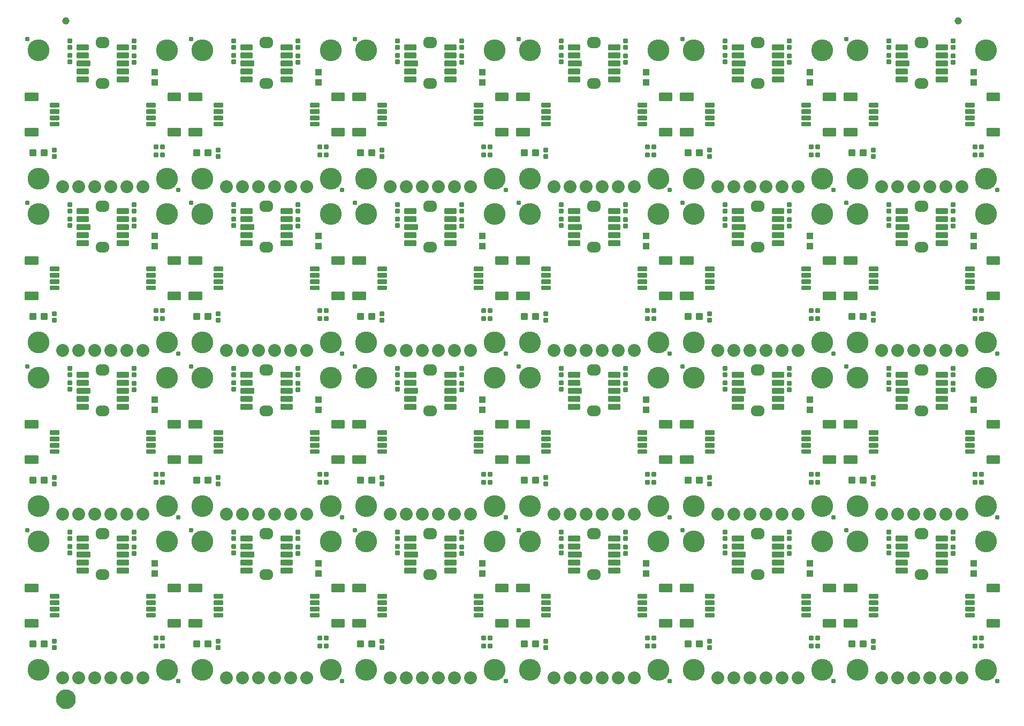
<source format=gts>
G04 EAGLE Gerber RS-274X export*
G75*
%MOMM*%
%FSLAX34Y34*%
%LPD*%
%INSoldermask Top*%
%IPPOS*%
%AMOC8*
5,1,8,0,0,1.08239X$1,22.5*%
G01*
%ADD10R,1.079500X1.079500*%
%ADD11C,3.454400*%
%ADD12C,0.787400*%
%ADD13C,0.255816*%
%ADD14C,0.243431*%
%ADD15C,2.032000*%
%ADD16C,0.449434*%
%ADD17C,0.257147*%
%ADD18C,1.341647*%
%ADD19C,1.152400*%
%ADD20C,1.270000*%
%ADD21C,1.652400*%


D10*
X209233Y193993D03*
X209233Y177483D03*
X468313Y193993D03*
X468313Y177483D03*
X727393Y193993D03*
X727393Y177483D03*
X986473Y193993D03*
X986473Y177483D03*
X1245553Y193993D03*
X1245553Y177483D03*
X1504633Y193993D03*
X1504633Y177483D03*
X209233Y453073D03*
X209233Y436563D03*
X468313Y453073D03*
X468313Y436563D03*
X727393Y453073D03*
X727393Y436563D03*
X986473Y453073D03*
X986473Y436563D03*
X1245553Y453073D03*
X1245553Y436563D03*
X1504633Y453073D03*
X1504633Y436563D03*
X209233Y712153D03*
X209233Y695643D03*
X468313Y712153D03*
X468313Y695643D03*
X727393Y712153D03*
X727393Y695643D03*
X986473Y712153D03*
X986473Y695643D03*
X1245553Y712153D03*
X1245553Y695643D03*
X1504633Y712153D03*
X1504633Y695643D03*
X209233Y971233D03*
X209233Y954723D03*
X468313Y971233D03*
X468313Y954723D03*
X727393Y971233D03*
X727393Y954723D03*
X986473Y971233D03*
X986473Y954723D03*
X1245553Y971233D03*
X1245553Y954723D03*
X1504633Y971233D03*
X1504633Y954723D03*
D11*
X25400Y228600D03*
D12*
X246380Y7366D03*
X7620Y246380D03*
D13*
X208417Y73717D02*
X213383Y73717D01*
X208417Y73717D02*
X208417Y78683D01*
X213383Y78683D01*
X213383Y73717D01*
X213383Y76147D02*
X208417Y76147D01*
X208417Y78577D02*
X213383Y78577D01*
X218417Y73717D02*
X223383Y73717D01*
X218417Y73717D02*
X218417Y78683D01*
X223383Y78683D01*
X223383Y73717D01*
X223383Y76147D02*
X218417Y76147D01*
X218417Y78577D02*
X223383Y78577D01*
X213383Y61017D02*
X208417Y61017D01*
X208417Y65983D01*
X213383Y65983D01*
X213383Y61017D01*
X213383Y63447D02*
X208417Y63447D01*
X208417Y65877D02*
X213383Y65877D01*
X218417Y61017D02*
X223383Y61017D01*
X218417Y61017D02*
X218417Y65983D01*
X223383Y65983D01*
X223383Y61017D01*
X223383Y63447D02*
X218417Y63447D01*
X218417Y65877D02*
X223383Y65877D01*
D14*
X4505Y149455D02*
X4505Y160545D01*
X23595Y160545D01*
X23595Y149455D01*
X4505Y149455D01*
X4505Y151767D02*
X23595Y151767D01*
X23595Y154079D02*
X4505Y154079D01*
X4505Y156391D02*
X23595Y156391D01*
X23595Y158703D02*
X4505Y158703D01*
X4505Y104545D02*
X4505Y93455D01*
X4505Y104545D02*
X23595Y104545D01*
X23595Y93455D01*
X4505Y93455D01*
X4505Y95767D02*
X23595Y95767D01*
X23595Y98079D02*
X4505Y98079D01*
X4505Y100391D02*
X23595Y100391D01*
X23595Y102703D02*
X4505Y102703D01*
D13*
X44567Y139517D02*
X44567Y144483D01*
X57033Y144483D01*
X57033Y139517D01*
X44567Y139517D01*
X44567Y141947D02*
X57033Y141947D01*
X57033Y144377D02*
X44567Y144377D01*
X44567Y134483D02*
X44567Y129517D01*
X44567Y134483D02*
X57033Y134483D01*
X57033Y129517D01*
X44567Y129517D01*
X44567Y131947D02*
X57033Y131947D01*
X57033Y134377D02*
X44567Y134377D01*
X44567Y124483D02*
X44567Y119517D01*
X44567Y124483D02*
X57033Y124483D01*
X57033Y119517D01*
X44567Y119517D01*
X44567Y121947D02*
X57033Y121947D01*
X57033Y124377D02*
X44567Y124377D01*
X44567Y114483D02*
X44567Y109517D01*
X44567Y114483D02*
X57033Y114483D01*
X57033Y109517D01*
X44567Y109517D01*
X44567Y111947D02*
X57033Y111947D01*
X57033Y114377D02*
X44567Y114377D01*
D15*
X165100Y12700D03*
X190500Y12700D03*
D13*
X72193Y218417D02*
X72193Y223383D01*
X77159Y223383D01*
X77159Y218417D01*
X72193Y218417D01*
X72193Y220847D02*
X77159Y220847D01*
X77159Y223277D02*
X72193Y223277D01*
X72193Y213383D02*
X72193Y208417D01*
X72193Y213383D02*
X77159Y213383D01*
X77159Y208417D01*
X72193Y208417D01*
X72193Y210847D02*
X77159Y210847D01*
X77159Y213277D02*
X72193Y213277D01*
D15*
X63500Y12700D03*
X88900Y12700D03*
X114300Y12700D03*
X139700Y12700D03*
D11*
X25400Y25400D03*
D16*
X20145Y63033D02*
X20145Y70063D01*
X20145Y63033D02*
X13115Y63033D01*
X13115Y70063D01*
X20145Y70063D01*
X20145Y67302D02*
X13115Y67302D01*
X37685Y70063D02*
X37685Y63033D01*
X30655Y63033D01*
X30655Y70063D01*
X37685Y70063D01*
X37685Y67302D02*
X30655Y67302D01*
D13*
X52775Y63015D02*
X52775Y58049D01*
X47809Y58049D01*
X47809Y63015D01*
X52775Y63015D01*
X52775Y60479D02*
X47809Y60479D01*
X47809Y62909D02*
X52775Y62909D01*
X52775Y68049D02*
X52775Y73015D01*
X52775Y68049D02*
X47809Y68049D01*
X47809Y73015D01*
X52775Y73015D01*
X52775Y70479D02*
X47809Y70479D01*
X47809Y72909D02*
X52775Y72909D01*
X77159Y231277D02*
X77159Y236243D01*
X77159Y231277D02*
X72193Y231277D01*
X72193Y236243D01*
X77159Y236243D01*
X77159Y233707D02*
X72193Y233707D01*
X72193Y236137D02*
X77159Y236137D01*
X77159Y241277D02*
X77159Y246243D01*
X77159Y241277D02*
X72193Y241277D01*
X72193Y246243D01*
X77159Y246243D01*
X77159Y243707D02*
X72193Y243707D01*
X72193Y246137D02*
X77159Y246137D01*
X174047Y222113D02*
X174047Y217147D01*
X174047Y222113D02*
X179013Y222113D01*
X179013Y217147D01*
X174047Y217147D01*
X174047Y219577D02*
X179013Y219577D01*
X179013Y222007D02*
X174047Y222007D01*
X174047Y212113D02*
X174047Y207147D01*
X174047Y212113D02*
X179013Y212113D01*
X179013Y207147D01*
X174047Y207147D01*
X174047Y209577D02*
X179013Y209577D01*
X179013Y212007D02*
X174047Y212007D01*
X179013Y231277D02*
X179013Y236243D01*
X179013Y231277D02*
X174047Y231277D01*
X174047Y236243D01*
X179013Y236243D01*
X179013Y233707D02*
X174047Y233707D01*
X174047Y236137D02*
X179013Y236137D01*
X179013Y241277D02*
X179013Y246243D01*
X179013Y241277D02*
X174047Y241277D01*
X174047Y246243D01*
X179013Y246243D01*
X179013Y243707D02*
X174047Y243707D01*
X174047Y246137D02*
X179013Y246137D01*
D17*
X167477Y204803D02*
X150523Y204803D01*
X150523Y211757D01*
X167477Y211757D01*
X167477Y204803D01*
X167477Y207245D02*
X150523Y207245D01*
X150523Y209687D02*
X167477Y209687D01*
X167477Y217503D02*
X150523Y217503D01*
X150523Y224457D01*
X167477Y224457D01*
X167477Y217503D01*
X167477Y219945D02*
X150523Y219945D01*
X150523Y222387D02*
X167477Y222387D01*
X167477Y230203D02*
X150523Y230203D01*
X150523Y237157D01*
X167477Y237157D01*
X167477Y230203D01*
X167477Y232645D02*
X150523Y232645D01*
X150523Y235087D02*
X167477Y235087D01*
X167477Y192103D02*
X150523Y192103D01*
X150523Y199057D01*
X167477Y199057D01*
X167477Y192103D01*
X167477Y194545D02*
X150523Y194545D01*
X150523Y196987D02*
X167477Y196987D01*
X167477Y179403D02*
X150523Y179403D01*
X150523Y186357D01*
X167477Y186357D01*
X167477Y179403D01*
X167477Y181845D02*
X150523Y181845D01*
X150523Y184287D02*
X167477Y184287D01*
X106477Y204803D02*
X86523Y204803D01*
X86523Y211757D01*
X106477Y211757D01*
X106477Y204803D01*
X106477Y207245D02*
X86523Y207245D01*
X86523Y209687D02*
X106477Y209687D01*
X103477Y217503D02*
X86523Y217503D01*
X86523Y224457D01*
X103477Y224457D01*
X103477Y217503D01*
X103477Y219945D02*
X86523Y219945D01*
X86523Y222387D02*
X103477Y222387D01*
X103477Y230203D02*
X86523Y230203D01*
X86523Y237157D01*
X103477Y237157D01*
X103477Y230203D01*
X103477Y232645D02*
X86523Y232645D01*
X86523Y235087D02*
X103477Y235087D01*
X103477Y192103D02*
X86523Y192103D01*
X86523Y199057D01*
X103477Y199057D01*
X103477Y192103D01*
X103477Y194545D02*
X86523Y194545D01*
X86523Y196987D02*
X103477Y196987D01*
X103477Y179403D02*
X86523Y179403D01*
X86523Y186357D01*
X103477Y186357D01*
X103477Y179403D01*
X103477Y181845D02*
X86523Y181845D01*
X86523Y184287D02*
X103477Y184287D01*
D18*
X122946Y173876D02*
X131054Y173876D01*
X122946Y173876D02*
X122946Y177884D01*
X131054Y177884D01*
X131054Y173876D01*
X131054Y238676D02*
X122946Y238676D01*
X122946Y242684D01*
X131054Y242684D01*
X131054Y238676D01*
D11*
X228600Y228600D03*
X228600Y25400D03*
D14*
X249495Y93455D02*
X249495Y104545D01*
X249495Y93455D02*
X230405Y93455D01*
X230405Y104545D01*
X249495Y104545D01*
X249495Y95767D02*
X230405Y95767D01*
X230405Y98079D02*
X249495Y98079D01*
X249495Y100391D02*
X230405Y100391D01*
X230405Y102703D02*
X249495Y102703D01*
X249495Y149455D02*
X249495Y160545D01*
X249495Y149455D02*
X230405Y149455D01*
X230405Y160545D01*
X249495Y160545D01*
X249495Y151767D02*
X230405Y151767D01*
X230405Y154079D02*
X249495Y154079D01*
X249495Y156391D02*
X230405Y156391D01*
X230405Y158703D02*
X249495Y158703D01*
D13*
X209433Y114483D02*
X209433Y109517D01*
X196967Y109517D01*
X196967Y114483D01*
X209433Y114483D01*
X209433Y111947D02*
X196967Y111947D01*
X196967Y114377D02*
X209433Y114377D01*
X209433Y119517D02*
X209433Y124483D01*
X209433Y119517D02*
X196967Y119517D01*
X196967Y124483D01*
X209433Y124483D01*
X209433Y121947D02*
X196967Y121947D01*
X196967Y124377D02*
X209433Y124377D01*
X209433Y129517D02*
X209433Y134483D01*
X209433Y129517D02*
X196967Y129517D01*
X196967Y134483D01*
X209433Y134483D01*
X209433Y131947D02*
X196967Y131947D01*
X196967Y134377D02*
X209433Y134377D01*
X209433Y139517D02*
X209433Y144483D01*
X209433Y139517D02*
X196967Y139517D01*
X196967Y144483D01*
X209433Y144483D01*
X209433Y141947D02*
X196967Y141947D01*
X196967Y144377D02*
X209433Y144377D01*
D11*
X284480Y228600D03*
D12*
X505460Y7366D03*
X266700Y246380D03*
D13*
X467497Y73717D02*
X472463Y73717D01*
X467497Y73717D02*
X467497Y78683D01*
X472463Y78683D01*
X472463Y73717D01*
X472463Y76147D02*
X467497Y76147D01*
X467497Y78577D02*
X472463Y78577D01*
X477497Y73717D02*
X482463Y73717D01*
X477497Y73717D02*
X477497Y78683D01*
X482463Y78683D01*
X482463Y73717D01*
X482463Y76147D02*
X477497Y76147D01*
X477497Y78577D02*
X482463Y78577D01*
X472463Y61017D02*
X467497Y61017D01*
X467497Y65983D01*
X472463Y65983D01*
X472463Y61017D01*
X472463Y63447D02*
X467497Y63447D01*
X467497Y65877D02*
X472463Y65877D01*
X477497Y61017D02*
X482463Y61017D01*
X477497Y61017D02*
X477497Y65983D01*
X482463Y65983D01*
X482463Y61017D01*
X482463Y63447D02*
X477497Y63447D01*
X477497Y65877D02*
X482463Y65877D01*
D14*
X263585Y149455D02*
X263585Y160545D01*
X282675Y160545D01*
X282675Y149455D01*
X263585Y149455D01*
X263585Y151767D02*
X282675Y151767D01*
X282675Y154079D02*
X263585Y154079D01*
X263585Y156391D02*
X282675Y156391D01*
X282675Y158703D02*
X263585Y158703D01*
X263585Y104545D02*
X263585Y93455D01*
X263585Y104545D02*
X282675Y104545D01*
X282675Y93455D01*
X263585Y93455D01*
X263585Y95767D02*
X282675Y95767D01*
X282675Y98079D02*
X263585Y98079D01*
X263585Y100391D02*
X282675Y100391D01*
X282675Y102703D02*
X263585Y102703D01*
D13*
X303647Y139517D02*
X303647Y144483D01*
X316113Y144483D01*
X316113Y139517D01*
X303647Y139517D01*
X303647Y141947D02*
X316113Y141947D01*
X316113Y144377D02*
X303647Y144377D01*
X303647Y134483D02*
X303647Y129517D01*
X303647Y134483D02*
X316113Y134483D01*
X316113Y129517D01*
X303647Y129517D01*
X303647Y131947D02*
X316113Y131947D01*
X316113Y134377D02*
X303647Y134377D01*
X303647Y124483D02*
X303647Y119517D01*
X303647Y124483D02*
X316113Y124483D01*
X316113Y119517D01*
X303647Y119517D01*
X303647Y121947D02*
X316113Y121947D01*
X316113Y124377D02*
X303647Y124377D01*
X303647Y114483D02*
X303647Y109517D01*
X303647Y114483D02*
X316113Y114483D01*
X316113Y109517D01*
X303647Y109517D01*
X303647Y111947D02*
X316113Y111947D01*
X316113Y114377D02*
X303647Y114377D01*
D15*
X424180Y12700D03*
X449580Y12700D03*
D13*
X331273Y218417D02*
X331273Y223383D01*
X336239Y223383D01*
X336239Y218417D01*
X331273Y218417D01*
X331273Y220847D02*
X336239Y220847D01*
X336239Y223277D02*
X331273Y223277D01*
X331273Y213383D02*
X331273Y208417D01*
X331273Y213383D02*
X336239Y213383D01*
X336239Y208417D01*
X331273Y208417D01*
X331273Y210847D02*
X336239Y210847D01*
X336239Y213277D02*
X331273Y213277D01*
D15*
X322580Y12700D03*
X347980Y12700D03*
X373380Y12700D03*
X398780Y12700D03*
D11*
X284480Y25400D03*
D16*
X279225Y63033D02*
X279225Y70063D01*
X279225Y63033D02*
X272195Y63033D01*
X272195Y70063D01*
X279225Y70063D01*
X279225Y67302D02*
X272195Y67302D01*
X296765Y70063D02*
X296765Y63033D01*
X289735Y63033D01*
X289735Y70063D01*
X296765Y70063D01*
X296765Y67302D02*
X289735Y67302D01*
D13*
X311855Y63015D02*
X311855Y58049D01*
X306889Y58049D01*
X306889Y63015D01*
X311855Y63015D01*
X311855Y60479D02*
X306889Y60479D01*
X306889Y62909D02*
X311855Y62909D01*
X311855Y68049D02*
X311855Y73015D01*
X311855Y68049D02*
X306889Y68049D01*
X306889Y73015D01*
X311855Y73015D01*
X311855Y70479D02*
X306889Y70479D01*
X306889Y72909D02*
X311855Y72909D01*
X336239Y231277D02*
X336239Y236243D01*
X336239Y231277D02*
X331273Y231277D01*
X331273Y236243D01*
X336239Y236243D01*
X336239Y233707D02*
X331273Y233707D01*
X331273Y236137D02*
X336239Y236137D01*
X336239Y241277D02*
X336239Y246243D01*
X336239Y241277D02*
X331273Y241277D01*
X331273Y246243D01*
X336239Y246243D01*
X336239Y243707D02*
X331273Y243707D01*
X331273Y246137D02*
X336239Y246137D01*
X433127Y222113D02*
X433127Y217147D01*
X433127Y222113D02*
X438093Y222113D01*
X438093Y217147D01*
X433127Y217147D01*
X433127Y219577D02*
X438093Y219577D01*
X438093Y222007D02*
X433127Y222007D01*
X433127Y212113D02*
X433127Y207147D01*
X433127Y212113D02*
X438093Y212113D01*
X438093Y207147D01*
X433127Y207147D01*
X433127Y209577D02*
X438093Y209577D01*
X438093Y212007D02*
X433127Y212007D01*
X438093Y231277D02*
X438093Y236243D01*
X438093Y231277D02*
X433127Y231277D01*
X433127Y236243D01*
X438093Y236243D01*
X438093Y233707D02*
X433127Y233707D01*
X433127Y236137D02*
X438093Y236137D01*
X438093Y241277D02*
X438093Y246243D01*
X438093Y241277D02*
X433127Y241277D01*
X433127Y246243D01*
X438093Y246243D01*
X438093Y243707D02*
X433127Y243707D01*
X433127Y246137D02*
X438093Y246137D01*
D17*
X426557Y204803D02*
X409603Y204803D01*
X409603Y211757D01*
X426557Y211757D01*
X426557Y204803D01*
X426557Y207245D02*
X409603Y207245D01*
X409603Y209687D02*
X426557Y209687D01*
X426557Y217503D02*
X409603Y217503D01*
X409603Y224457D01*
X426557Y224457D01*
X426557Y217503D01*
X426557Y219945D02*
X409603Y219945D01*
X409603Y222387D02*
X426557Y222387D01*
X426557Y230203D02*
X409603Y230203D01*
X409603Y237157D01*
X426557Y237157D01*
X426557Y230203D01*
X426557Y232645D02*
X409603Y232645D01*
X409603Y235087D02*
X426557Y235087D01*
X426557Y192103D02*
X409603Y192103D01*
X409603Y199057D01*
X426557Y199057D01*
X426557Y192103D01*
X426557Y194545D02*
X409603Y194545D01*
X409603Y196987D02*
X426557Y196987D01*
X426557Y179403D02*
X409603Y179403D01*
X409603Y186357D01*
X426557Y186357D01*
X426557Y179403D01*
X426557Y181845D02*
X409603Y181845D01*
X409603Y184287D02*
X426557Y184287D01*
X365557Y204803D02*
X345603Y204803D01*
X345603Y211757D01*
X365557Y211757D01*
X365557Y204803D01*
X365557Y207245D02*
X345603Y207245D01*
X345603Y209687D02*
X365557Y209687D01*
X362557Y217503D02*
X345603Y217503D01*
X345603Y224457D01*
X362557Y224457D01*
X362557Y217503D01*
X362557Y219945D02*
X345603Y219945D01*
X345603Y222387D02*
X362557Y222387D01*
X362557Y230203D02*
X345603Y230203D01*
X345603Y237157D01*
X362557Y237157D01*
X362557Y230203D01*
X362557Y232645D02*
X345603Y232645D01*
X345603Y235087D02*
X362557Y235087D01*
X362557Y192103D02*
X345603Y192103D01*
X345603Y199057D01*
X362557Y199057D01*
X362557Y192103D01*
X362557Y194545D02*
X345603Y194545D01*
X345603Y196987D02*
X362557Y196987D01*
X362557Y179403D02*
X345603Y179403D01*
X345603Y186357D01*
X362557Y186357D01*
X362557Y179403D01*
X362557Y181845D02*
X345603Y181845D01*
X345603Y184287D02*
X362557Y184287D01*
D18*
X382026Y173876D02*
X390134Y173876D01*
X382026Y173876D02*
X382026Y177884D01*
X390134Y177884D01*
X390134Y173876D01*
X390134Y238676D02*
X382026Y238676D01*
X382026Y242684D01*
X390134Y242684D01*
X390134Y238676D01*
D11*
X487680Y228600D03*
X487680Y25400D03*
D14*
X508575Y93455D02*
X508575Y104545D01*
X508575Y93455D02*
X489485Y93455D01*
X489485Y104545D01*
X508575Y104545D01*
X508575Y95767D02*
X489485Y95767D01*
X489485Y98079D02*
X508575Y98079D01*
X508575Y100391D02*
X489485Y100391D01*
X489485Y102703D02*
X508575Y102703D01*
X508575Y149455D02*
X508575Y160545D01*
X508575Y149455D02*
X489485Y149455D01*
X489485Y160545D01*
X508575Y160545D01*
X508575Y151767D02*
X489485Y151767D01*
X489485Y154079D02*
X508575Y154079D01*
X508575Y156391D02*
X489485Y156391D01*
X489485Y158703D02*
X508575Y158703D01*
D13*
X468513Y114483D02*
X468513Y109517D01*
X456047Y109517D01*
X456047Y114483D01*
X468513Y114483D01*
X468513Y111947D02*
X456047Y111947D01*
X456047Y114377D02*
X468513Y114377D01*
X468513Y119517D02*
X468513Y124483D01*
X468513Y119517D02*
X456047Y119517D01*
X456047Y124483D01*
X468513Y124483D01*
X468513Y121947D02*
X456047Y121947D01*
X456047Y124377D02*
X468513Y124377D01*
X468513Y129517D02*
X468513Y134483D01*
X468513Y129517D02*
X456047Y129517D01*
X456047Y134483D01*
X468513Y134483D01*
X468513Y131947D02*
X456047Y131947D01*
X456047Y134377D02*
X468513Y134377D01*
X468513Y139517D02*
X468513Y144483D01*
X468513Y139517D02*
X456047Y139517D01*
X456047Y144483D01*
X468513Y144483D01*
X468513Y141947D02*
X456047Y141947D01*
X456047Y144377D02*
X468513Y144377D01*
D11*
X543560Y228600D03*
D12*
X764540Y7366D03*
X525780Y246380D03*
D13*
X726577Y73717D02*
X731543Y73717D01*
X726577Y73717D02*
X726577Y78683D01*
X731543Y78683D01*
X731543Y73717D01*
X731543Y76147D02*
X726577Y76147D01*
X726577Y78577D02*
X731543Y78577D01*
X736577Y73717D02*
X741543Y73717D01*
X736577Y73717D02*
X736577Y78683D01*
X741543Y78683D01*
X741543Y73717D01*
X741543Y76147D02*
X736577Y76147D01*
X736577Y78577D02*
X741543Y78577D01*
X731543Y61017D02*
X726577Y61017D01*
X726577Y65983D01*
X731543Y65983D01*
X731543Y61017D01*
X731543Y63447D02*
X726577Y63447D01*
X726577Y65877D02*
X731543Y65877D01*
X736577Y61017D02*
X741543Y61017D01*
X736577Y61017D02*
X736577Y65983D01*
X741543Y65983D01*
X741543Y61017D01*
X741543Y63447D02*
X736577Y63447D01*
X736577Y65877D02*
X741543Y65877D01*
D14*
X522665Y149455D02*
X522665Y160545D01*
X541755Y160545D01*
X541755Y149455D01*
X522665Y149455D01*
X522665Y151767D02*
X541755Y151767D01*
X541755Y154079D02*
X522665Y154079D01*
X522665Y156391D02*
X541755Y156391D01*
X541755Y158703D02*
X522665Y158703D01*
X522665Y104545D02*
X522665Y93455D01*
X522665Y104545D02*
X541755Y104545D01*
X541755Y93455D01*
X522665Y93455D01*
X522665Y95767D02*
X541755Y95767D01*
X541755Y98079D02*
X522665Y98079D01*
X522665Y100391D02*
X541755Y100391D01*
X541755Y102703D02*
X522665Y102703D01*
D13*
X562727Y139517D02*
X562727Y144483D01*
X575193Y144483D01*
X575193Y139517D01*
X562727Y139517D01*
X562727Y141947D02*
X575193Y141947D01*
X575193Y144377D02*
X562727Y144377D01*
X562727Y134483D02*
X562727Y129517D01*
X562727Y134483D02*
X575193Y134483D01*
X575193Y129517D01*
X562727Y129517D01*
X562727Y131947D02*
X575193Y131947D01*
X575193Y134377D02*
X562727Y134377D01*
X562727Y124483D02*
X562727Y119517D01*
X562727Y124483D02*
X575193Y124483D01*
X575193Y119517D01*
X562727Y119517D01*
X562727Y121947D02*
X575193Y121947D01*
X575193Y124377D02*
X562727Y124377D01*
X562727Y114483D02*
X562727Y109517D01*
X562727Y114483D02*
X575193Y114483D01*
X575193Y109517D01*
X562727Y109517D01*
X562727Y111947D02*
X575193Y111947D01*
X575193Y114377D02*
X562727Y114377D01*
D15*
X683260Y12700D03*
X708660Y12700D03*
D13*
X590353Y218417D02*
X590353Y223383D01*
X595319Y223383D01*
X595319Y218417D01*
X590353Y218417D01*
X590353Y220847D02*
X595319Y220847D01*
X595319Y223277D02*
X590353Y223277D01*
X590353Y213383D02*
X590353Y208417D01*
X590353Y213383D02*
X595319Y213383D01*
X595319Y208417D01*
X590353Y208417D01*
X590353Y210847D02*
X595319Y210847D01*
X595319Y213277D02*
X590353Y213277D01*
D15*
X581660Y12700D03*
X607060Y12700D03*
X632460Y12700D03*
X657860Y12700D03*
D11*
X543560Y25400D03*
D16*
X538305Y63033D02*
X538305Y70063D01*
X538305Y63033D02*
X531275Y63033D01*
X531275Y70063D01*
X538305Y70063D01*
X538305Y67302D02*
X531275Y67302D01*
X555845Y70063D02*
X555845Y63033D01*
X548815Y63033D01*
X548815Y70063D01*
X555845Y70063D01*
X555845Y67302D02*
X548815Y67302D01*
D13*
X570935Y63015D02*
X570935Y58049D01*
X565969Y58049D01*
X565969Y63015D01*
X570935Y63015D01*
X570935Y60479D02*
X565969Y60479D01*
X565969Y62909D02*
X570935Y62909D01*
X570935Y68049D02*
X570935Y73015D01*
X570935Y68049D02*
X565969Y68049D01*
X565969Y73015D01*
X570935Y73015D01*
X570935Y70479D02*
X565969Y70479D01*
X565969Y72909D02*
X570935Y72909D01*
X595319Y231277D02*
X595319Y236243D01*
X595319Y231277D02*
X590353Y231277D01*
X590353Y236243D01*
X595319Y236243D01*
X595319Y233707D02*
X590353Y233707D01*
X590353Y236137D02*
X595319Y236137D01*
X595319Y241277D02*
X595319Y246243D01*
X595319Y241277D02*
X590353Y241277D01*
X590353Y246243D01*
X595319Y246243D01*
X595319Y243707D02*
X590353Y243707D01*
X590353Y246137D02*
X595319Y246137D01*
X692207Y222113D02*
X692207Y217147D01*
X692207Y222113D02*
X697173Y222113D01*
X697173Y217147D01*
X692207Y217147D01*
X692207Y219577D02*
X697173Y219577D01*
X697173Y222007D02*
X692207Y222007D01*
X692207Y212113D02*
X692207Y207147D01*
X692207Y212113D02*
X697173Y212113D01*
X697173Y207147D01*
X692207Y207147D01*
X692207Y209577D02*
X697173Y209577D01*
X697173Y212007D02*
X692207Y212007D01*
X697173Y231277D02*
X697173Y236243D01*
X697173Y231277D02*
X692207Y231277D01*
X692207Y236243D01*
X697173Y236243D01*
X697173Y233707D02*
X692207Y233707D01*
X692207Y236137D02*
X697173Y236137D01*
X697173Y241277D02*
X697173Y246243D01*
X697173Y241277D02*
X692207Y241277D01*
X692207Y246243D01*
X697173Y246243D01*
X697173Y243707D02*
X692207Y243707D01*
X692207Y246137D02*
X697173Y246137D01*
D17*
X685637Y204803D02*
X668683Y204803D01*
X668683Y211757D01*
X685637Y211757D01*
X685637Y204803D01*
X685637Y207245D02*
X668683Y207245D01*
X668683Y209687D02*
X685637Y209687D01*
X685637Y217503D02*
X668683Y217503D01*
X668683Y224457D01*
X685637Y224457D01*
X685637Y217503D01*
X685637Y219945D02*
X668683Y219945D01*
X668683Y222387D02*
X685637Y222387D01*
X685637Y230203D02*
X668683Y230203D01*
X668683Y237157D01*
X685637Y237157D01*
X685637Y230203D01*
X685637Y232645D02*
X668683Y232645D01*
X668683Y235087D02*
X685637Y235087D01*
X685637Y192103D02*
X668683Y192103D01*
X668683Y199057D01*
X685637Y199057D01*
X685637Y192103D01*
X685637Y194545D02*
X668683Y194545D01*
X668683Y196987D02*
X685637Y196987D01*
X685637Y179403D02*
X668683Y179403D01*
X668683Y186357D01*
X685637Y186357D01*
X685637Y179403D01*
X685637Y181845D02*
X668683Y181845D01*
X668683Y184287D02*
X685637Y184287D01*
X624637Y204803D02*
X604683Y204803D01*
X604683Y211757D01*
X624637Y211757D01*
X624637Y204803D01*
X624637Y207245D02*
X604683Y207245D01*
X604683Y209687D02*
X624637Y209687D01*
X621637Y217503D02*
X604683Y217503D01*
X604683Y224457D01*
X621637Y224457D01*
X621637Y217503D01*
X621637Y219945D02*
X604683Y219945D01*
X604683Y222387D02*
X621637Y222387D01*
X621637Y230203D02*
X604683Y230203D01*
X604683Y237157D01*
X621637Y237157D01*
X621637Y230203D01*
X621637Y232645D02*
X604683Y232645D01*
X604683Y235087D02*
X621637Y235087D01*
X621637Y192103D02*
X604683Y192103D01*
X604683Y199057D01*
X621637Y199057D01*
X621637Y192103D01*
X621637Y194545D02*
X604683Y194545D01*
X604683Y196987D02*
X621637Y196987D01*
X621637Y179403D02*
X604683Y179403D01*
X604683Y186357D01*
X621637Y186357D01*
X621637Y179403D01*
X621637Y181845D02*
X604683Y181845D01*
X604683Y184287D02*
X621637Y184287D01*
D18*
X641106Y173876D02*
X649214Y173876D01*
X641106Y173876D02*
X641106Y177884D01*
X649214Y177884D01*
X649214Y173876D01*
X649214Y238676D02*
X641106Y238676D01*
X641106Y242684D01*
X649214Y242684D01*
X649214Y238676D01*
D11*
X746760Y228600D03*
X746760Y25400D03*
D14*
X767655Y93455D02*
X767655Y104545D01*
X767655Y93455D02*
X748565Y93455D01*
X748565Y104545D01*
X767655Y104545D01*
X767655Y95767D02*
X748565Y95767D01*
X748565Y98079D02*
X767655Y98079D01*
X767655Y100391D02*
X748565Y100391D01*
X748565Y102703D02*
X767655Y102703D01*
X767655Y149455D02*
X767655Y160545D01*
X767655Y149455D02*
X748565Y149455D01*
X748565Y160545D01*
X767655Y160545D01*
X767655Y151767D02*
X748565Y151767D01*
X748565Y154079D02*
X767655Y154079D01*
X767655Y156391D02*
X748565Y156391D01*
X748565Y158703D02*
X767655Y158703D01*
D13*
X727593Y114483D02*
X727593Y109517D01*
X715127Y109517D01*
X715127Y114483D01*
X727593Y114483D01*
X727593Y111947D02*
X715127Y111947D01*
X715127Y114377D02*
X727593Y114377D01*
X727593Y119517D02*
X727593Y124483D01*
X727593Y119517D02*
X715127Y119517D01*
X715127Y124483D01*
X727593Y124483D01*
X727593Y121947D02*
X715127Y121947D01*
X715127Y124377D02*
X727593Y124377D01*
X727593Y129517D02*
X727593Y134483D01*
X727593Y129517D02*
X715127Y129517D01*
X715127Y134483D01*
X727593Y134483D01*
X727593Y131947D02*
X715127Y131947D01*
X715127Y134377D02*
X727593Y134377D01*
X727593Y139517D02*
X727593Y144483D01*
X727593Y139517D02*
X715127Y139517D01*
X715127Y144483D01*
X727593Y144483D01*
X727593Y141947D02*
X715127Y141947D01*
X715127Y144377D02*
X727593Y144377D01*
D11*
X802640Y228600D03*
D12*
X1023620Y7366D03*
X784860Y246380D03*
D13*
X985657Y73717D02*
X990623Y73717D01*
X985657Y73717D02*
X985657Y78683D01*
X990623Y78683D01*
X990623Y73717D01*
X990623Y76147D02*
X985657Y76147D01*
X985657Y78577D02*
X990623Y78577D01*
X995657Y73717D02*
X1000623Y73717D01*
X995657Y73717D02*
X995657Y78683D01*
X1000623Y78683D01*
X1000623Y73717D01*
X1000623Y76147D02*
X995657Y76147D01*
X995657Y78577D02*
X1000623Y78577D01*
X990623Y61017D02*
X985657Y61017D01*
X985657Y65983D01*
X990623Y65983D01*
X990623Y61017D01*
X990623Y63447D02*
X985657Y63447D01*
X985657Y65877D02*
X990623Y65877D01*
X995657Y61017D02*
X1000623Y61017D01*
X995657Y61017D02*
X995657Y65983D01*
X1000623Y65983D01*
X1000623Y61017D01*
X1000623Y63447D02*
X995657Y63447D01*
X995657Y65877D02*
X1000623Y65877D01*
D14*
X781745Y149455D02*
X781745Y160545D01*
X800835Y160545D01*
X800835Y149455D01*
X781745Y149455D01*
X781745Y151767D02*
X800835Y151767D01*
X800835Y154079D02*
X781745Y154079D01*
X781745Y156391D02*
X800835Y156391D01*
X800835Y158703D02*
X781745Y158703D01*
X781745Y104545D02*
X781745Y93455D01*
X781745Y104545D02*
X800835Y104545D01*
X800835Y93455D01*
X781745Y93455D01*
X781745Y95767D02*
X800835Y95767D01*
X800835Y98079D02*
X781745Y98079D01*
X781745Y100391D02*
X800835Y100391D01*
X800835Y102703D02*
X781745Y102703D01*
D13*
X821807Y139517D02*
X821807Y144483D01*
X834273Y144483D01*
X834273Y139517D01*
X821807Y139517D01*
X821807Y141947D02*
X834273Y141947D01*
X834273Y144377D02*
X821807Y144377D01*
X821807Y134483D02*
X821807Y129517D01*
X821807Y134483D02*
X834273Y134483D01*
X834273Y129517D01*
X821807Y129517D01*
X821807Y131947D02*
X834273Y131947D01*
X834273Y134377D02*
X821807Y134377D01*
X821807Y124483D02*
X821807Y119517D01*
X821807Y124483D02*
X834273Y124483D01*
X834273Y119517D01*
X821807Y119517D01*
X821807Y121947D02*
X834273Y121947D01*
X834273Y124377D02*
X821807Y124377D01*
X821807Y114483D02*
X821807Y109517D01*
X821807Y114483D02*
X834273Y114483D01*
X834273Y109517D01*
X821807Y109517D01*
X821807Y111947D02*
X834273Y111947D01*
X834273Y114377D02*
X821807Y114377D01*
D15*
X942340Y12700D03*
X967740Y12700D03*
D13*
X849433Y218417D02*
X849433Y223383D01*
X854399Y223383D01*
X854399Y218417D01*
X849433Y218417D01*
X849433Y220847D02*
X854399Y220847D01*
X854399Y223277D02*
X849433Y223277D01*
X849433Y213383D02*
X849433Y208417D01*
X849433Y213383D02*
X854399Y213383D01*
X854399Y208417D01*
X849433Y208417D01*
X849433Y210847D02*
X854399Y210847D01*
X854399Y213277D02*
X849433Y213277D01*
D15*
X840740Y12700D03*
X866140Y12700D03*
X891540Y12700D03*
X916940Y12700D03*
D11*
X802640Y25400D03*
D16*
X797385Y63033D02*
X797385Y70063D01*
X797385Y63033D02*
X790355Y63033D01*
X790355Y70063D01*
X797385Y70063D01*
X797385Y67302D02*
X790355Y67302D01*
X814925Y70063D02*
X814925Y63033D01*
X807895Y63033D01*
X807895Y70063D01*
X814925Y70063D01*
X814925Y67302D02*
X807895Y67302D01*
D13*
X830015Y63015D02*
X830015Y58049D01*
X825049Y58049D01*
X825049Y63015D01*
X830015Y63015D01*
X830015Y60479D02*
X825049Y60479D01*
X825049Y62909D02*
X830015Y62909D01*
X830015Y68049D02*
X830015Y73015D01*
X830015Y68049D02*
X825049Y68049D01*
X825049Y73015D01*
X830015Y73015D01*
X830015Y70479D02*
X825049Y70479D01*
X825049Y72909D02*
X830015Y72909D01*
X854399Y231277D02*
X854399Y236243D01*
X854399Y231277D02*
X849433Y231277D01*
X849433Y236243D01*
X854399Y236243D01*
X854399Y233707D02*
X849433Y233707D01*
X849433Y236137D02*
X854399Y236137D01*
X854399Y241277D02*
X854399Y246243D01*
X854399Y241277D02*
X849433Y241277D01*
X849433Y246243D01*
X854399Y246243D01*
X854399Y243707D02*
X849433Y243707D01*
X849433Y246137D02*
X854399Y246137D01*
X951287Y222113D02*
X951287Y217147D01*
X951287Y222113D02*
X956253Y222113D01*
X956253Y217147D01*
X951287Y217147D01*
X951287Y219577D02*
X956253Y219577D01*
X956253Y222007D02*
X951287Y222007D01*
X951287Y212113D02*
X951287Y207147D01*
X951287Y212113D02*
X956253Y212113D01*
X956253Y207147D01*
X951287Y207147D01*
X951287Y209577D02*
X956253Y209577D01*
X956253Y212007D02*
X951287Y212007D01*
X956253Y231277D02*
X956253Y236243D01*
X956253Y231277D02*
X951287Y231277D01*
X951287Y236243D01*
X956253Y236243D01*
X956253Y233707D02*
X951287Y233707D01*
X951287Y236137D02*
X956253Y236137D01*
X956253Y241277D02*
X956253Y246243D01*
X956253Y241277D02*
X951287Y241277D01*
X951287Y246243D01*
X956253Y246243D01*
X956253Y243707D02*
X951287Y243707D01*
X951287Y246137D02*
X956253Y246137D01*
D17*
X944717Y204803D02*
X927763Y204803D01*
X927763Y211757D01*
X944717Y211757D01*
X944717Y204803D01*
X944717Y207245D02*
X927763Y207245D01*
X927763Y209687D02*
X944717Y209687D01*
X944717Y217503D02*
X927763Y217503D01*
X927763Y224457D01*
X944717Y224457D01*
X944717Y217503D01*
X944717Y219945D02*
X927763Y219945D01*
X927763Y222387D02*
X944717Y222387D01*
X944717Y230203D02*
X927763Y230203D01*
X927763Y237157D01*
X944717Y237157D01*
X944717Y230203D01*
X944717Y232645D02*
X927763Y232645D01*
X927763Y235087D02*
X944717Y235087D01*
X944717Y192103D02*
X927763Y192103D01*
X927763Y199057D01*
X944717Y199057D01*
X944717Y192103D01*
X944717Y194545D02*
X927763Y194545D01*
X927763Y196987D02*
X944717Y196987D01*
X944717Y179403D02*
X927763Y179403D01*
X927763Y186357D01*
X944717Y186357D01*
X944717Y179403D01*
X944717Y181845D02*
X927763Y181845D01*
X927763Y184287D02*
X944717Y184287D01*
X883717Y204803D02*
X863763Y204803D01*
X863763Y211757D01*
X883717Y211757D01*
X883717Y204803D01*
X883717Y207245D02*
X863763Y207245D01*
X863763Y209687D02*
X883717Y209687D01*
X880717Y217503D02*
X863763Y217503D01*
X863763Y224457D01*
X880717Y224457D01*
X880717Y217503D01*
X880717Y219945D02*
X863763Y219945D01*
X863763Y222387D02*
X880717Y222387D01*
X880717Y230203D02*
X863763Y230203D01*
X863763Y237157D01*
X880717Y237157D01*
X880717Y230203D01*
X880717Y232645D02*
X863763Y232645D01*
X863763Y235087D02*
X880717Y235087D01*
X880717Y192103D02*
X863763Y192103D01*
X863763Y199057D01*
X880717Y199057D01*
X880717Y192103D01*
X880717Y194545D02*
X863763Y194545D01*
X863763Y196987D02*
X880717Y196987D01*
X880717Y179403D02*
X863763Y179403D01*
X863763Y186357D01*
X880717Y186357D01*
X880717Y179403D01*
X880717Y181845D02*
X863763Y181845D01*
X863763Y184287D02*
X880717Y184287D01*
D18*
X900186Y173876D02*
X908294Y173876D01*
X900186Y173876D02*
X900186Y177884D01*
X908294Y177884D01*
X908294Y173876D01*
X908294Y238676D02*
X900186Y238676D01*
X900186Y242684D01*
X908294Y242684D01*
X908294Y238676D01*
D11*
X1005840Y228600D03*
X1005840Y25400D03*
D14*
X1026735Y93455D02*
X1026735Y104545D01*
X1026735Y93455D02*
X1007645Y93455D01*
X1007645Y104545D01*
X1026735Y104545D01*
X1026735Y95767D02*
X1007645Y95767D01*
X1007645Y98079D02*
X1026735Y98079D01*
X1026735Y100391D02*
X1007645Y100391D01*
X1007645Y102703D02*
X1026735Y102703D01*
X1026735Y149455D02*
X1026735Y160545D01*
X1026735Y149455D02*
X1007645Y149455D01*
X1007645Y160545D01*
X1026735Y160545D01*
X1026735Y151767D02*
X1007645Y151767D01*
X1007645Y154079D02*
X1026735Y154079D01*
X1026735Y156391D02*
X1007645Y156391D01*
X1007645Y158703D02*
X1026735Y158703D01*
D13*
X986673Y114483D02*
X986673Y109517D01*
X974207Y109517D01*
X974207Y114483D01*
X986673Y114483D01*
X986673Y111947D02*
X974207Y111947D01*
X974207Y114377D02*
X986673Y114377D01*
X986673Y119517D02*
X986673Y124483D01*
X986673Y119517D02*
X974207Y119517D01*
X974207Y124483D01*
X986673Y124483D01*
X986673Y121947D02*
X974207Y121947D01*
X974207Y124377D02*
X986673Y124377D01*
X986673Y129517D02*
X986673Y134483D01*
X986673Y129517D02*
X974207Y129517D01*
X974207Y134483D01*
X986673Y134483D01*
X986673Y131947D02*
X974207Y131947D01*
X974207Y134377D02*
X986673Y134377D01*
X986673Y139517D02*
X986673Y144483D01*
X986673Y139517D02*
X974207Y139517D01*
X974207Y144483D01*
X986673Y144483D01*
X986673Y141947D02*
X974207Y141947D01*
X974207Y144377D02*
X986673Y144377D01*
D11*
X1061720Y228600D03*
D12*
X1282700Y7366D03*
X1043940Y246380D03*
D13*
X1244737Y73717D02*
X1249703Y73717D01*
X1244737Y73717D02*
X1244737Y78683D01*
X1249703Y78683D01*
X1249703Y73717D01*
X1249703Y76147D02*
X1244737Y76147D01*
X1244737Y78577D02*
X1249703Y78577D01*
X1254737Y73717D02*
X1259703Y73717D01*
X1254737Y73717D02*
X1254737Y78683D01*
X1259703Y78683D01*
X1259703Y73717D01*
X1259703Y76147D02*
X1254737Y76147D01*
X1254737Y78577D02*
X1259703Y78577D01*
X1249703Y61017D02*
X1244737Y61017D01*
X1244737Y65983D01*
X1249703Y65983D01*
X1249703Y61017D01*
X1249703Y63447D02*
X1244737Y63447D01*
X1244737Y65877D02*
X1249703Y65877D01*
X1254737Y61017D02*
X1259703Y61017D01*
X1254737Y61017D02*
X1254737Y65983D01*
X1259703Y65983D01*
X1259703Y61017D01*
X1259703Y63447D02*
X1254737Y63447D01*
X1254737Y65877D02*
X1259703Y65877D01*
D14*
X1040825Y149455D02*
X1040825Y160545D01*
X1059915Y160545D01*
X1059915Y149455D01*
X1040825Y149455D01*
X1040825Y151767D02*
X1059915Y151767D01*
X1059915Y154079D02*
X1040825Y154079D01*
X1040825Y156391D02*
X1059915Y156391D01*
X1059915Y158703D02*
X1040825Y158703D01*
X1040825Y104545D02*
X1040825Y93455D01*
X1040825Y104545D02*
X1059915Y104545D01*
X1059915Y93455D01*
X1040825Y93455D01*
X1040825Y95767D02*
X1059915Y95767D01*
X1059915Y98079D02*
X1040825Y98079D01*
X1040825Y100391D02*
X1059915Y100391D01*
X1059915Y102703D02*
X1040825Y102703D01*
D13*
X1080887Y139517D02*
X1080887Y144483D01*
X1093353Y144483D01*
X1093353Y139517D01*
X1080887Y139517D01*
X1080887Y141947D02*
X1093353Y141947D01*
X1093353Y144377D02*
X1080887Y144377D01*
X1080887Y134483D02*
X1080887Y129517D01*
X1080887Y134483D02*
X1093353Y134483D01*
X1093353Y129517D01*
X1080887Y129517D01*
X1080887Y131947D02*
X1093353Y131947D01*
X1093353Y134377D02*
X1080887Y134377D01*
X1080887Y124483D02*
X1080887Y119517D01*
X1080887Y124483D02*
X1093353Y124483D01*
X1093353Y119517D01*
X1080887Y119517D01*
X1080887Y121947D02*
X1093353Y121947D01*
X1093353Y124377D02*
X1080887Y124377D01*
X1080887Y114483D02*
X1080887Y109517D01*
X1080887Y114483D02*
X1093353Y114483D01*
X1093353Y109517D01*
X1080887Y109517D01*
X1080887Y111947D02*
X1093353Y111947D01*
X1093353Y114377D02*
X1080887Y114377D01*
D15*
X1201420Y12700D03*
X1226820Y12700D03*
D13*
X1108513Y218417D02*
X1108513Y223383D01*
X1113479Y223383D01*
X1113479Y218417D01*
X1108513Y218417D01*
X1108513Y220847D02*
X1113479Y220847D01*
X1113479Y223277D02*
X1108513Y223277D01*
X1108513Y213383D02*
X1108513Y208417D01*
X1108513Y213383D02*
X1113479Y213383D01*
X1113479Y208417D01*
X1108513Y208417D01*
X1108513Y210847D02*
X1113479Y210847D01*
X1113479Y213277D02*
X1108513Y213277D01*
D15*
X1099820Y12700D03*
X1125220Y12700D03*
X1150620Y12700D03*
X1176020Y12700D03*
D11*
X1061720Y25400D03*
D16*
X1056465Y63033D02*
X1056465Y70063D01*
X1056465Y63033D02*
X1049435Y63033D01*
X1049435Y70063D01*
X1056465Y70063D01*
X1056465Y67302D02*
X1049435Y67302D01*
X1074005Y70063D02*
X1074005Y63033D01*
X1066975Y63033D01*
X1066975Y70063D01*
X1074005Y70063D01*
X1074005Y67302D02*
X1066975Y67302D01*
D13*
X1089095Y63015D02*
X1089095Y58049D01*
X1084129Y58049D01*
X1084129Y63015D01*
X1089095Y63015D01*
X1089095Y60479D02*
X1084129Y60479D01*
X1084129Y62909D02*
X1089095Y62909D01*
X1089095Y68049D02*
X1089095Y73015D01*
X1089095Y68049D02*
X1084129Y68049D01*
X1084129Y73015D01*
X1089095Y73015D01*
X1089095Y70479D02*
X1084129Y70479D01*
X1084129Y72909D02*
X1089095Y72909D01*
X1113479Y231277D02*
X1113479Y236243D01*
X1113479Y231277D02*
X1108513Y231277D01*
X1108513Y236243D01*
X1113479Y236243D01*
X1113479Y233707D02*
X1108513Y233707D01*
X1108513Y236137D02*
X1113479Y236137D01*
X1113479Y241277D02*
X1113479Y246243D01*
X1113479Y241277D02*
X1108513Y241277D01*
X1108513Y246243D01*
X1113479Y246243D01*
X1113479Y243707D02*
X1108513Y243707D01*
X1108513Y246137D02*
X1113479Y246137D01*
X1210367Y222113D02*
X1210367Y217147D01*
X1210367Y222113D02*
X1215333Y222113D01*
X1215333Y217147D01*
X1210367Y217147D01*
X1210367Y219577D02*
X1215333Y219577D01*
X1215333Y222007D02*
X1210367Y222007D01*
X1210367Y212113D02*
X1210367Y207147D01*
X1210367Y212113D02*
X1215333Y212113D01*
X1215333Y207147D01*
X1210367Y207147D01*
X1210367Y209577D02*
X1215333Y209577D01*
X1215333Y212007D02*
X1210367Y212007D01*
X1215333Y231277D02*
X1215333Y236243D01*
X1215333Y231277D02*
X1210367Y231277D01*
X1210367Y236243D01*
X1215333Y236243D01*
X1215333Y233707D02*
X1210367Y233707D01*
X1210367Y236137D02*
X1215333Y236137D01*
X1215333Y241277D02*
X1215333Y246243D01*
X1215333Y241277D02*
X1210367Y241277D01*
X1210367Y246243D01*
X1215333Y246243D01*
X1215333Y243707D02*
X1210367Y243707D01*
X1210367Y246137D02*
X1215333Y246137D01*
D17*
X1203797Y204803D02*
X1186843Y204803D01*
X1186843Y211757D01*
X1203797Y211757D01*
X1203797Y204803D01*
X1203797Y207245D02*
X1186843Y207245D01*
X1186843Y209687D02*
X1203797Y209687D01*
X1203797Y217503D02*
X1186843Y217503D01*
X1186843Y224457D01*
X1203797Y224457D01*
X1203797Y217503D01*
X1203797Y219945D02*
X1186843Y219945D01*
X1186843Y222387D02*
X1203797Y222387D01*
X1203797Y230203D02*
X1186843Y230203D01*
X1186843Y237157D01*
X1203797Y237157D01*
X1203797Y230203D01*
X1203797Y232645D02*
X1186843Y232645D01*
X1186843Y235087D02*
X1203797Y235087D01*
X1203797Y192103D02*
X1186843Y192103D01*
X1186843Y199057D01*
X1203797Y199057D01*
X1203797Y192103D01*
X1203797Y194545D02*
X1186843Y194545D01*
X1186843Y196987D02*
X1203797Y196987D01*
X1203797Y179403D02*
X1186843Y179403D01*
X1186843Y186357D01*
X1203797Y186357D01*
X1203797Y179403D01*
X1203797Y181845D02*
X1186843Y181845D01*
X1186843Y184287D02*
X1203797Y184287D01*
X1142797Y204803D02*
X1122843Y204803D01*
X1122843Y211757D01*
X1142797Y211757D01*
X1142797Y204803D01*
X1142797Y207245D02*
X1122843Y207245D01*
X1122843Y209687D02*
X1142797Y209687D01*
X1139797Y217503D02*
X1122843Y217503D01*
X1122843Y224457D01*
X1139797Y224457D01*
X1139797Y217503D01*
X1139797Y219945D02*
X1122843Y219945D01*
X1122843Y222387D02*
X1139797Y222387D01*
X1139797Y230203D02*
X1122843Y230203D01*
X1122843Y237157D01*
X1139797Y237157D01*
X1139797Y230203D01*
X1139797Y232645D02*
X1122843Y232645D01*
X1122843Y235087D02*
X1139797Y235087D01*
X1139797Y192103D02*
X1122843Y192103D01*
X1122843Y199057D01*
X1139797Y199057D01*
X1139797Y192103D01*
X1139797Y194545D02*
X1122843Y194545D01*
X1122843Y196987D02*
X1139797Y196987D01*
X1139797Y179403D02*
X1122843Y179403D01*
X1122843Y186357D01*
X1139797Y186357D01*
X1139797Y179403D01*
X1139797Y181845D02*
X1122843Y181845D01*
X1122843Y184287D02*
X1139797Y184287D01*
D18*
X1159266Y173876D02*
X1167374Y173876D01*
X1159266Y173876D02*
X1159266Y177884D01*
X1167374Y177884D01*
X1167374Y173876D01*
X1167374Y238676D02*
X1159266Y238676D01*
X1159266Y242684D01*
X1167374Y242684D01*
X1167374Y238676D01*
D11*
X1264920Y228600D03*
X1264920Y25400D03*
D14*
X1285815Y93455D02*
X1285815Y104545D01*
X1285815Y93455D02*
X1266725Y93455D01*
X1266725Y104545D01*
X1285815Y104545D01*
X1285815Y95767D02*
X1266725Y95767D01*
X1266725Y98079D02*
X1285815Y98079D01*
X1285815Y100391D02*
X1266725Y100391D01*
X1266725Y102703D02*
X1285815Y102703D01*
X1285815Y149455D02*
X1285815Y160545D01*
X1285815Y149455D02*
X1266725Y149455D01*
X1266725Y160545D01*
X1285815Y160545D01*
X1285815Y151767D02*
X1266725Y151767D01*
X1266725Y154079D02*
X1285815Y154079D01*
X1285815Y156391D02*
X1266725Y156391D01*
X1266725Y158703D02*
X1285815Y158703D01*
D13*
X1245753Y114483D02*
X1245753Y109517D01*
X1233287Y109517D01*
X1233287Y114483D01*
X1245753Y114483D01*
X1245753Y111947D02*
X1233287Y111947D01*
X1233287Y114377D02*
X1245753Y114377D01*
X1245753Y119517D02*
X1245753Y124483D01*
X1245753Y119517D02*
X1233287Y119517D01*
X1233287Y124483D01*
X1245753Y124483D01*
X1245753Y121947D02*
X1233287Y121947D01*
X1233287Y124377D02*
X1245753Y124377D01*
X1245753Y129517D02*
X1245753Y134483D01*
X1245753Y129517D02*
X1233287Y129517D01*
X1233287Y134483D01*
X1245753Y134483D01*
X1245753Y131947D02*
X1233287Y131947D01*
X1233287Y134377D02*
X1245753Y134377D01*
X1245753Y139517D02*
X1245753Y144483D01*
X1245753Y139517D02*
X1233287Y139517D01*
X1233287Y144483D01*
X1245753Y144483D01*
X1245753Y141947D02*
X1233287Y141947D01*
X1233287Y144377D02*
X1245753Y144377D01*
D11*
X1320800Y228600D03*
D12*
X1541780Y7366D03*
X1303020Y246380D03*
D13*
X1503817Y73717D02*
X1508783Y73717D01*
X1503817Y73717D02*
X1503817Y78683D01*
X1508783Y78683D01*
X1508783Y73717D01*
X1508783Y76147D02*
X1503817Y76147D01*
X1503817Y78577D02*
X1508783Y78577D01*
X1513817Y73717D02*
X1518783Y73717D01*
X1513817Y73717D02*
X1513817Y78683D01*
X1518783Y78683D01*
X1518783Y73717D01*
X1518783Y76147D02*
X1513817Y76147D01*
X1513817Y78577D02*
X1518783Y78577D01*
X1508783Y61017D02*
X1503817Y61017D01*
X1503817Y65983D01*
X1508783Y65983D01*
X1508783Y61017D01*
X1508783Y63447D02*
X1503817Y63447D01*
X1503817Y65877D02*
X1508783Y65877D01*
X1513817Y61017D02*
X1518783Y61017D01*
X1513817Y61017D02*
X1513817Y65983D01*
X1518783Y65983D01*
X1518783Y61017D01*
X1518783Y63447D02*
X1513817Y63447D01*
X1513817Y65877D02*
X1518783Y65877D01*
D14*
X1299905Y149455D02*
X1299905Y160545D01*
X1318995Y160545D01*
X1318995Y149455D01*
X1299905Y149455D01*
X1299905Y151767D02*
X1318995Y151767D01*
X1318995Y154079D02*
X1299905Y154079D01*
X1299905Y156391D02*
X1318995Y156391D01*
X1318995Y158703D02*
X1299905Y158703D01*
X1299905Y104545D02*
X1299905Y93455D01*
X1299905Y104545D02*
X1318995Y104545D01*
X1318995Y93455D01*
X1299905Y93455D01*
X1299905Y95767D02*
X1318995Y95767D01*
X1318995Y98079D02*
X1299905Y98079D01*
X1299905Y100391D02*
X1318995Y100391D01*
X1318995Y102703D02*
X1299905Y102703D01*
D13*
X1339967Y139517D02*
X1339967Y144483D01*
X1352433Y144483D01*
X1352433Y139517D01*
X1339967Y139517D01*
X1339967Y141947D02*
X1352433Y141947D01*
X1352433Y144377D02*
X1339967Y144377D01*
X1339967Y134483D02*
X1339967Y129517D01*
X1339967Y134483D02*
X1352433Y134483D01*
X1352433Y129517D01*
X1339967Y129517D01*
X1339967Y131947D02*
X1352433Y131947D01*
X1352433Y134377D02*
X1339967Y134377D01*
X1339967Y124483D02*
X1339967Y119517D01*
X1339967Y124483D02*
X1352433Y124483D01*
X1352433Y119517D01*
X1339967Y119517D01*
X1339967Y121947D02*
X1352433Y121947D01*
X1352433Y124377D02*
X1339967Y124377D01*
X1339967Y114483D02*
X1339967Y109517D01*
X1339967Y114483D02*
X1352433Y114483D01*
X1352433Y109517D01*
X1339967Y109517D01*
X1339967Y111947D02*
X1352433Y111947D01*
X1352433Y114377D02*
X1339967Y114377D01*
D15*
X1460500Y12700D03*
X1485900Y12700D03*
D13*
X1367593Y218417D02*
X1367593Y223383D01*
X1372559Y223383D01*
X1372559Y218417D01*
X1367593Y218417D01*
X1367593Y220847D02*
X1372559Y220847D01*
X1372559Y223277D02*
X1367593Y223277D01*
X1367593Y213383D02*
X1367593Y208417D01*
X1367593Y213383D02*
X1372559Y213383D01*
X1372559Y208417D01*
X1367593Y208417D01*
X1367593Y210847D02*
X1372559Y210847D01*
X1372559Y213277D02*
X1367593Y213277D01*
D15*
X1358900Y12700D03*
X1384300Y12700D03*
X1409700Y12700D03*
X1435100Y12700D03*
D11*
X1320800Y25400D03*
D16*
X1315545Y63033D02*
X1315545Y70063D01*
X1315545Y63033D02*
X1308515Y63033D01*
X1308515Y70063D01*
X1315545Y70063D01*
X1315545Y67302D02*
X1308515Y67302D01*
X1333085Y70063D02*
X1333085Y63033D01*
X1326055Y63033D01*
X1326055Y70063D01*
X1333085Y70063D01*
X1333085Y67302D02*
X1326055Y67302D01*
D13*
X1348175Y63015D02*
X1348175Y58049D01*
X1343209Y58049D01*
X1343209Y63015D01*
X1348175Y63015D01*
X1348175Y60479D02*
X1343209Y60479D01*
X1343209Y62909D02*
X1348175Y62909D01*
X1348175Y68049D02*
X1348175Y73015D01*
X1348175Y68049D02*
X1343209Y68049D01*
X1343209Y73015D01*
X1348175Y73015D01*
X1348175Y70479D02*
X1343209Y70479D01*
X1343209Y72909D02*
X1348175Y72909D01*
X1372559Y231277D02*
X1372559Y236243D01*
X1372559Y231277D02*
X1367593Y231277D01*
X1367593Y236243D01*
X1372559Y236243D01*
X1372559Y233707D02*
X1367593Y233707D01*
X1367593Y236137D02*
X1372559Y236137D01*
X1372559Y241277D02*
X1372559Y246243D01*
X1372559Y241277D02*
X1367593Y241277D01*
X1367593Y246243D01*
X1372559Y246243D01*
X1372559Y243707D02*
X1367593Y243707D01*
X1367593Y246137D02*
X1372559Y246137D01*
X1469447Y222113D02*
X1469447Y217147D01*
X1469447Y222113D02*
X1474413Y222113D01*
X1474413Y217147D01*
X1469447Y217147D01*
X1469447Y219577D02*
X1474413Y219577D01*
X1474413Y222007D02*
X1469447Y222007D01*
X1469447Y212113D02*
X1469447Y207147D01*
X1469447Y212113D02*
X1474413Y212113D01*
X1474413Y207147D01*
X1469447Y207147D01*
X1469447Y209577D02*
X1474413Y209577D01*
X1474413Y212007D02*
X1469447Y212007D01*
X1474413Y231277D02*
X1474413Y236243D01*
X1474413Y231277D02*
X1469447Y231277D01*
X1469447Y236243D01*
X1474413Y236243D01*
X1474413Y233707D02*
X1469447Y233707D01*
X1469447Y236137D02*
X1474413Y236137D01*
X1474413Y241277D02*
X1474413Y246243D01*
X1474413Y241277D02*
X1469447Y241277D01*
X1469447Y246243D01*
X1474413Y246243D01*
X1474413Y243707D02*
X1469447Y243707D01*
X1469447Y246137D02*
X1474413Y246137D01*
D17*
X1462877Y204803D02*
X1445923Y204803D01*
X1445923Y211757D01*
X1462877Y211757D01*
X1462877Y204803D01*
X1462877Y207245D02*
X1445923Y207245D01*
X1445923Y209687D02*
X1462877Y209687D01*
X1462877Y217503D02*
X1445923Y217503D01*
X1445923Y224457D01*
X1462877Y224457D01*
X1462877Y217503D01*
X1462877Y219945D02*
X1445923Y219945D01*
X1445923Y222387D02*
X1462877Y222387D01*
X1462877Y230203D02*
X1445923Y230203D01*
X1445923Y237157D01*
X1462877Y237157D01*
X1462877Y230203D01*
X1462877Y232645D02*
X1445923Y232645D01*
X1445923Y235087D02*
X1462877Y235087D01*
X1462877Y192103D02*
X1445923Y192103D01*
X1445923Y199057D01*
X1462877Y199057D01*
X1462877Y192103D01*
X1462877Y194545D02*
X1445923Y194545D01*
X1445923Y196987D02*
X1462877Y196987D01*
X1462877Y179403D02*
X1445923Y179403D01*
X1445923Y186357D01*
X1462877Y186357D01*
X1462877Y179403D01*
X1462877Y181845D02*
X1445923Y181845D01*
X1445923Y184287D02*
X1462877Y184287D01*
X1401877Y204803D02*
X1381923Y204803D01*
X1381923Y211757D01*
X1401877Y211757D01*
X1401877Y204803D01*
X1401877Y207245D02*
X1381923Y207245D01*
X1381923Y209687D02*
X1401877Y209687D01*
X1398877Y217503D02*
X1381923Y217503D01*
X1381923Y224457D01*
X1398877Y224457D01*
X1398877Y217503D01*
X1398877Y219945D02*
X1381923Y219945D01*
X1381923Y222387D02*
X1398877Y222387D01*
X1398877Y230203D02*
X1381923Y230203D01*
X1381923Y237157D01*
X1398877Y237157D01*
X1398877Y230203D01*
X1398877Y232645D02*
X1381923Y232645D01*
X1381923Y235087D02*
X1398877Y235087D01*
X1398877Y192103D02*
X1381923Y192103D01*
X1381923Y199057D01*
X1398877Y199057D01*
X1398877Y192103D01*
X1398877Y194545D02*
X1381923Y194545D01*
X1381923Y196987D02*
X1398877Y196987D01*
X1398877Y179403D02*
X1381923Y179403D01*
X1381923Y186357D01*
X1398877Y186357D01*
X1398877Y179403D01*
X1398877Y181845D02*
X1381923Y181845D01*
X1381923Y184287D02*
X1398877Y184287D01*
D18*
X1418346Y173876D02*
X1426454Y173876D01*
X1418346Y173876D02*
X1418346Y177884D01*
X1426454Y177884D01*
X1426454Y173876D01*
X1426454Y238676D02*
X1418346Y238676D01*
X1418346Y242684D01*
X1426454Y242684D01*
X1426454Y238676D01*
D11*
X1524000Y228600D03*
X1524000Y25400D03*
D14*
X1544895Y93455D02*
X1544895Y104545D01*
X1544895Y93455D02*
X1525805Y93455D01*
X1525805Y104545D01*
X1544895Y104545D01*
X1544895Y95767D02*
X1525805Y95767D01*
X1525805Y98079D02*
X1544895Y98079D01*
X1544895Y100391D02*
X1525805Y100391D01*
X1525805Y102703D02*
X1544895Y102703D01*
X1544895Y149455D02*
X1544895Y160545D01*
X1544895Y149455D02*
X1525805Y149455D01*
X1525805Y160545D01*
X1544895Y160545D01*
X1544895Y151767D02*
X1525805Y151767D01*
X1525805Y154079D02*
X1544895Y154079D01*
X1544895Y156391D02*
X1525805Y156391D01*
X1525805Y158703D02*
X1544895Y158703D01*
D13*
X1504833Y114483D02*
X1504833Y109517D01*
X1492367Y109517D01*
X1492367Y114483D01*
X1504833Y114483D01*
X1504833Y111947D02*
X1492367Y111947D01*
X1492367Y114377D02*
X1504833Y114377D01*
X1504833Y119517D02*
X1504833Y124483D01*
X1504833Y119517D02*
X1492367Y119517D01*
X1492367Y124483D01*
X1504833Y124483D01*
X1504833Y121947D02*
X1492367Y121947D01*
X1492367Y124377D02*
X1504833Y124377D01*
X1504833Y129517D02*
X1504833Y134483D01*
X1504833Y129517D02*
X1492367Y129517D01*
X1492367Y134483D01*
X1504833Y134483D01*
X1504833Y131947D02*
X1492367Y131947D01*
X1492367Y134377D02*
X1504833Y134377D01*
X1504833Y139517D02*
X1504833Y144483D01*
X1504833Y139517D02*
X1492367Y139517D01*
X1492367Y144483D01*
X1504833Y144483D01*
X1504833Y141947D02*
X1492367Y141947D01*
X1492367Y144377D02*
X1504833Y144377D01*
D11*
X25400Y487680D03*
D12*
X246380Y266446D03*
X7620Y505460D03*
D13*
X208417Y332797D02*
X213383Y332797D01*
X208417Y332797D02*
X208417Y337763D01*
X213383Y337763D01*
X213383Y332797D01*
X213383Y335227D02*
X208417Y335227D01*
X208417Y337657D02*
X213383Y337657D01*
X218417Y332797D02*
X223383Y332797D01*
X218417Y332797D02*
X218417Y337763D01*
X223383Y337763D01*
X223383Y332797D01*
X223383Y335227D02*
X218417Y335227D01*
X218417Y337657D02*
X223383Y337657D01*
X213383Y320097D02*
X208417Y320097D01*
X208417Y325063D01*
X213383Y325063D01*
X213383Y320097D01*
X213383Y322527D02*
X208417Y322527D01*
X208417Y324957D02*
X213383Y324957D01*
X218417Y320097D02*
X223383Y320097D01*
X218417Y320097D02*
X218417Y325063D01*
X223383Y325063D01*
X223383Y320097D01*
X223383Y322527D02*
X218417Y322527D01*
X218417Y324957D02*
X223383Y324957D01*
D14*
X4505Y408535D02*
X4505Y419625D01*
X23595Y419625D01*
X23595Y408535D01*
X4505Y408535D01*
X4505Y410847D02*
X23595Y410847D01*
X23595Y413159D02*
X4505Y413159D01*
X4505Y415471D02*
X23595Y415471D01*
X23595Y417783D02*
X4505Y417783D01*
X4505Y363625D02*
X4505Y352535D01*
X4505Y363625D02*
X23595Y363625D01*
X23595Y352535D01*
X4505Y352535D01*
X4505Y354847D02*
X23595Y354847D01*
X23595Y357159D02*
X4505Y357159D01*
X4505Y359471D02*
X23595Y359471D01*
X23595Y361783D02*
X4505Y361783D01*
D13*
X44567Y398597D02*
X44567Y403563D01*
X57033Y403563D01*
X57033Y398597D01*
X44567Y398597D01*
X44567Y401027D02*
X57033Y401027D01*
X57033Y403457D02*
X44567Y403457D01*
X44567Y393563D02*
X44567Y388597D01*
X44567Y393563D02*
X57033Y393563D01*
X57033Y388597D01*
X44567Y388597D01*
X44567Y391027D02*
X57033Y391027D01*
X57033Y393457D02*
X44567Y393457D01*
X44567Y383563D02*
X44567Y378597D01*
X44567Y383563D02*
X57033Y383563D01*
X57033Y378597D01*
X44567Y378597D01*
X44567Y381027D02*
X57033Y381027D01*
X57033Y383457D02*
X44567Y383457D01*
X44567Y373563D02*
X44567Y368597D01*
X44567Y373563D02*
X57033Y373563D01*
X57033Y368597D01*
X44567Y368597D01*
X44567Y371027D02*
X57033Y371027D01*
X57033Y373457D02*
X44567Y373457D01*
D15*
X165100Y271780D03*
X190500Y271780D03*
D13*
X72193Y477497D02*
X72193Y482463D01*
X77159Y482463D01*
X77159Y477497D01*
X72193Y477497D01*
X72193Y479927D02*
X77159Y479927D01*
X77159Y482357D02*
X72193Y482357D01*
X72193Y472463D02*
X72193Y467497D01*
X72193Y472463D02*
X77159Y472463D01*
X77159Y467497D01*
X72193Y467497D01*
X72193Y469927D02*
X77159Y469927D01*
X77159Y472357D02*
X72193Y472357D01*
D15*
X63500Y271780D03*
X88900Y271780D03*
X114300Y271780D03*
X139700Y271780D03*
D11*
X25400Y284480D03*
D16*
X20145Y322113D02*
X20145Y329143D01*
X20145Y322113D02*
X13115Y322113D01*
X13115Y329143D01*
X20145Y329143D01*
X20145Y326382D02*
X13115Y326382D01*
X37685Y329143D02*
X37685Y322113D01*
X30655Y322113D01*
X30655Y329143D01*
X37685Y329143D01*
X37685Y326382D02*
X30655Y326382D01*
D13*
X52775Y322095D02*
X52775Y317129D01*
X47809Y317129D01*
X47809Y322095D01*
X52775Y322095D01*
X52775Y319559D02*
X47809Y319559D01*
X47809Y321989D02*
X52775Y321989D01*
X52775Y327129D02*
X52775Y332095D01*
X52775Y327129D02*
X47809Y327129D01*
X47809Y332095D01*
X52775Y332095D01*
X52775Y329559D02*
X47809Y329559D01*
X47809Y331989D02*
X52775Y331989D01*
X77159Y490357D02*
X77159Y495323D01*
X77159Y490357D02*
X72193Y490357D01*
X72193Y495323D01*
X77159Y495323D01*
X77159Y492787D02*
X72193Y492787D01*
X72193Y495217D02*
X77159Y495217D01*
X77159Y500357D02*
X77159Y505323D01*
X77159Y500357D02*
X72193Y500357D01*
X72193Y505323D01*
X77159Y505323D01*
X77159Y502787D02*
X72193Y502787D01*
X72193Y505217D02*
X77159Y505217D01*
X174047Y481193D02*
X174047Y476227D01*
X174047Y481193D02*
X179013Y481193D01*
X179013Y476227D01*
X174047Y476227D01*
X174047Y478657D02*
X179013Y478657D01*
X179013Y481087D02*
X174047Y481087D01*
X174047Y471193D02*
X174047Y466227D01*
X174047Y471193D02*
X179013Y471193D01*
X179013Y466227D01*
X174047Y466227D01*
X174047Y468657D02*
X179013Y468657D01*
X179013Y471087D02*
X174047Y471087D01*
X179013Y490357D02*
X179013Y495323D01*
X179013Y490357D02*
X174047Y490357D01*
X174047Y495323D01*
X179013Y495323D01*
X179013Y492787D02*
X174047Y492787D01*
X174047Y495217D02*
X179013Y495217D01*
X179013Y500357D02*
X179013Y505323D01*
X179013Y500357D02*
X174047Y500357D01*
X174047Y505323D01*
X179013Y505323D01*
X179013Y502787D02*
X174047Y502787D01*
X174047Y505217D02*
X179013Y505217D01*
D17*
X167477Y463883D02*
X150523Y463883D01*
X150523Y470837D01*
X167477Y470837D01*
X167477Y463883D01*
X167477Y466325D02*
X150523Y466325D01*
X150523Y468767D02*
X167477Y468767D01*
X167477Y476583D02*
X150523Y476583D01*
X150523Y483537D01*
X167477Y483537D01*
X167477Y476583D01*
X167477Y479025D02*
X150523Y479025D01*
X150523Y481467D02*
X167477Y481467D01*
X167477Y489283D02*
X150523Y489283D01*
X150523Y496237D01*
X167477Y496237D01*
X167477Y489283D01*
X167477Y491725D02*
X150523Y491725D01*
X150523Y494167D02*
X167477Y494167D01*
X167477Y451183D02*
X150523Y451183D01*
X150523Y458137D01*
X167477Y458137D01*
X167477Y451183D01*
X167477Y453625D02*
X150523Y453625D01*
X150523Y456067D02*
X167477Y456067D01*
X167477Y438483D02*
X150523Y438483D01*
X150523Y445437D01*
X167477Y445437D01*
X167477Y438483D01*
X167477Y440925D02*
X150523Y440925D01*
X150523Y443367D02*
X167477Y443367D01*
X106477Y463883D02*
X86523Y463883D01*
X86523Y470837D01*
X106477Y470837D01*
X106477Y463883D01*
X106477Y466325D02*
X86523Y466325D01*
X86523Y468767D02*
X106477Y468767D01*
X103477Y476583D02*
X86523Y476583D01*
X86523Y483537D01*
X103477Y483537D01*
X103477Y476583D01*
X103477Y479025D02*
X86523Y479025D01*
X86523Y481467D02*
X103477Y481467D01*
X103477Y489283D02*
X86523Y489283D01*
X86523Y496237D01*
X103477Y496237D01*
X103477Y489283D01*
X103477Y491725D02*
X86523Y491725D01*
X86523Y494167D02*
X103477Y494167D01*
X103477Y451183D02*
X86523Y451183D01*
X86523Y458137D01*
X103477Y458137D01*
X103477Y451183D01*
X103477Y453625D02*
X86523Y453625D01*
X86523Y456067D02*
X103477Y456067D01*
X103477Y438483D02*
X86523Y438483D01*
X86523Y445437D01*
X103477Y445437D01*
X103477Y438483D01*
X103477Y440925D02*
X86523Y440925D01*
X86523Y443367D02*
X103477Y443367D01*
D18*
X122946Y432956D02*
X131054Y432956D01*
X122946Y432956D02*
X122946Y436964D01*
X131054Y436964D01*
X131054Y432956D01*
X131054Y497756D02*
X122946Y497756D01*
X122946Y501764D01*
X131054Y501764D01*
X131054Y497756D01*
D11*
X228600Y487680D03*
X228600Y284480D03*
D14*
X249495Y352535D02*
X249495Y363625D01*
X249495Y352535D02*
X230405Y352535D01*
X230405Y363625D01*
X249495Y363625D01*
X249495Y354847D02*
X230405Y354847D01*
X230405Y357159D02*
X249495Y357159D01*
X249495Y359471D02*
X230405Y359471D01*
X230405Y361783D02*
X249495Y361783D01*
X249495Y408535D02*
X249495Y419625D01*
X249495Y408535D02*
X230405Y408535D01*
X230405Y419625D01*
X249495Y419625D01*
X249495Y410847D02*
X230405Y410847D01*
X230405Y413159D02*
X249495Y413159D01*
X249495Y415471D02*
X230405Y415471D01*
X230405Y417783D02*
X249495Y417783D01*
D13*
X209433Y373563D02*
X209433Y368597D01*
X196967Y368597D01*
X196967Y373563D01*
X209433Y373563D01*
X209433Y371027D02*
X196967Y371027D01*
X196967Y373457D02*
X209433Y373457D01*
X209433Y378597D02*
X209433Y383563D01*
X209433Y378597D02*
X196967Y378597D01*
X196967Y383563D01*
X209433Y383563D01*
X209433Y381027D02*
X196967Y381027D01*
X196967Y383457D02*
X209433Y383457D01*
X209433Y388597D02*
X209433Y393563D01*
X209433Y388597D02*
X196967Y388597D01*
X196967Y393563D01*
X209433Y393563D01*
X209433Y391027D02*
X196967Y391027D01*
X196967Y393457D02*
X209433Y393457D01*
X209433Y398597D02*
X209433Y403563D01*
X209433Y398597D02*
X196967Y398597D01*
X196967Y403563D01*
X209433Y403563D01*
X209433Y401027D02*
X196967Y401027D01*
X196967Y403457D02*
X209433Y403457D01*
D11*
X284480Y487680D03*
D12*
X505460Y266446D03*
X266700Y505460D03*
D13*
X467497Y332797D02*
X472463Y332797D01*
X467497Y332797D02*
X467497Y337763D01*
X472463Y337763D01*
X472463Y332797D01*
X472463Y335227D02*
X467497Y335227D01*
X467497Y337657D02*
X472463Y337657D01*
X477497Y332797D02*
X482463Y332797D01*
X477497Y332797D02*
X477497Y337763D01*
X482463Y337763D01*
X482463Y332797D01*
X482463Y335227D02*
X477497Y335227D01*
X477497Y337657D02*
X482463Y337657D01*
X472463Y320097D02*
X467497Y320097D01*
X467497Y325063D01*
X472463Y325063D01*
X472463Y320097D01*
X472463Y322527D02*
X467497Y322527D01*
X467497Y324957D02*
X472463Y324957D01*
X477497Y320097D02*
X482463Y320097D01*
X477497Y320097D02*
X477497Y325063D01*
X482463Y325063D01*
X482463Y320097D01*
X482463Y322527D02*
X477497Y322527D01*
X477497Y324957D02*
X482463Y324957D01*
D14*
X263585Y408535D02*
X263585Y419625D01*
X282675Y419625D01*
X282675Y408535D01*
X263585Y408535D01*
X263585Y410847D02*
X282675Y410847D01*
X282675Y413159D02*
X263585Y413159D01*
X263585Y415471D02*
X282675Y415471D01*
X282675Y417783D02*
X263585Y417783D01*
X263585Y363625D02*
X263585Y352535D01*
X263585Y363625D02*
X282675Y363625D01*
X282675Y352535D01*
X263585Y352535D01*
X263585Y354847D02*
X282675Y354847D01*
X282675Y357159D02*
X263585Y357159D01*
X263585Y359471D02*
X282675Y359471D01*
X282675Y361783D02*
X263585Y361783D01*
D13*
X303647Y398597D02*
X303647Y403563D01*
X316113Y403563D01*
X316113Y398597D01*
X303647Y398597D01*
X303647Y401027D02*
X316113Y401027D01*
X316113Y403457D02*
X303647Y403457D01*
X303647Y393563D02*
X303647Y388597D01*
X303647Y393563D02*
X316113Y393563D01*
X316113Y388597D01*
X303647Y388597D01*
X303647Y391027D02*
X316113Y391027D01*
X316113Y393457D02*
X303647Y393457D01*
X303647Y383563D02*
X303647Y378597D01*
X303647Y383563D02*
X316113Y383563D01*
X316113Y378597D01*
X303647Y378597D01*
X303647Y381027D02*
X316113Y381027D01*
X316113Y383457D02*
X303647Y383457D01*
X303647Y373563D02*
X303647Y368597D01*
X303647Y373563D02*
X316113Y373563D01*
X316113Y368597D01*
X303647Y368597D01*
X303647Y371027D02*
X316113Y371027D01*
X316113Y373457D02*
X303647Y373457D01*
D15*
X424180Y271780D03*
X449580Y271780D03*
D13*
X331273Y477497D02*
X331273Y482463D01*
X336239Y482463D01*
X336239Y477497D01*
X331273Y477497D01*
X331273Y479927D02*
X336239Y479927D01*
X336239Y482357D02*
X331273Y482357D01*
X331273Y472463D02*
X331273Y467497D01*
X331273Y472463D02*
X336239Y472463D01*
X336239Y467497D01*
X331273Y467497D01*
X331273Y469927D02*
X336239Y469927D01*
X336239Y472357D02*
X331273Y472357D01*
D15*
X322580Y271780D03*
X347980Y271780D03*
X373380Y271780D03*
X398780Y271780D03*
D11*
X284480Y284480D03*
D16*
X279225Y322113D02*
X279225Y329143D01*
X279225Y322113D02*
X272195Y322113D01*
X272195Y329143D01*
X279225Y329143D01*
X279225Y326382D02*
X272195Y326382D01*
X296765Y329143D02*
X296765Y322113D01*
X289735Y322113D01*
X289735Y329143D01*
X296765Y329143D01*
X296765Y326382D02*
X289735Y326382D01*
D13*
X311855Y322095D02*
X311855Y317129D01*
X306889Y317129D01*
X306889Y322095D01*
X311855Y322095D01*
X311855Y319559D02*
X306889Y319559D01*
X306889Y321989D02*
X311855Y321989D01*
X311855Y327129D02*
X311855Y332095D01*
X311855Y327129D02*
X306889Y327129D01*
X306889Y332095D01*
X311855Y332095D01*
X311855Y329559D02*
X306889Y329559D01*
X306889Y331989D02*
X311855Y331989D01*
X336239Y490357D02*
X336239Y495323D01*
X336239Y490357D02*
X331273Y490357D01*
X331273Y495323D01*
X336239Y495323D01*
X336239Y492787D02*
X331273Y492787D01*
X331273Y495217D02*
X336239Y495217D01*
X336239Y500357D02*
X336239Y505323D01*
X336239Y500357D02*
X331273Y500357D01*
X331273Y505323D01*
X336239Y505323D01*
X336239Y502787D02*
X331273Y502787D01*
X331273Y505217D02*
X336239Y505217D01*
X433127Y481193D02*
X433127Y476227D01*
X433127Y481193D02*
X438093Y481193D01*
X438093Y476227D01*
X433127Y476227D01*
X433127Y478657D02*
X438093Y478657D01*
X438093Y481087D02*
X433127Y481087D01*
X433127Y471193D02*
X433127Y466227D01*
X433127Y471193D02*
X438093Y471193D01*
X438093Y466227D01*
X433127Y466227D01*
X433127Y468657D02*
X438093Y468657D01*
X438093Y471087D02*
X433127Y471087D01*
X438093Y490357D02*
X438093Y495323D01*
X438093Y490357D02*
X433127Y490357D01*
X433127Y495323D01*
X438093Y495323D01*
X438093Y492787D02*
X433127Y492787D01*
X433127Y495217D02*
X438093Y495217D01*
X438093Y500357D02*
X438093Y505323D01*
X438093Y500357D02*
X433127Y500357D01*
X433127Y505323D01*
X438093Y505323D01*
X438093Y502787D02*
X433127Y502787D01*
X433127Y505217D02*
X438093Y505217D01*
D17*
X426557Y463883D02*
X409603Y463883D01*
X409603Y470837D01*
X426557Y470837D01*
X426557Y463883D01*
X426557Y466325D02*
X409603Y466325D01*
X409603Y468767D02*
X426557Y468767D01*
X426557Y476583D02*
X409603Y476583D01*
X409603Y483537D01*
X426557Y483537D01*
X426557Y476583D01*
X426557Y479025D02*
X409603Y479025D01*
X409603Y481467D02*
X426557Y481467D01*
X426557Y489283D02*
X409603Y489283D01*
X409603Y496237D01*
X426557Y496237D01*
X426557Y489283D01*
X426557Y491725D02*
X409603Y491725D01*
X409603Y494167D02*
X426557Y494167D01*
X426557Y451183D02*
X409603Y451183D01*
X409603Y458137D01*
X426557Y458137D01*
X426557Y451183D01*
X426557Y453625D02*
X409603Y453625D01*
X409603Y456067D02*
X426557Y456067D01*
X426557Y438483D02*
X409603Y438483D01*
X409603Y445437D01*
X426557Y445437D01*
X426557Y438483D01*
X426557Y440925D02*
X409603Y440925D01*
X409603Y443367D02*
X426557Y443367D01*
X365557Y463883D02*
X345603Y463883D01*
X345603Y470837D01*
X365557Y470837D01*
X365557Y463883D01*
X365557Y466325D02*
X345603Y466325D01*
X345603Y468767D02*
X365557Y468767D01*
X362557Y476583D02*
X345603Y476583D01*
X345603Y483537D01*
X362557Y483537D01*
X362557Y476583D01*
X362557Y479025D02*
X345603Y479025D01*
X345603Y481467D02*
X362557Y481467D01*
X362557Y489283D02*
X345603Y489283D01*
X345603Y496237D01*
X362557Y496237D01*
X362557Y489283D01*
X362557Y491725D02*
X345603Y491725D01*
X345603Y494167D02*
X362557Y494167D01*
X362557Y451183D02*
X345603Y451183D01*
X345603Y458137D01*
X362557Y458137D01*
X362557Y451183D01*
X362557Y453625D02*
X345603Y453625D01*
X345603Y456067D02*
X362557Y456067D01*
X362557Y438483D02*
X345603Y438483D01*
X345603Y445437D01*
X362557Y445437D01*
X362557Y438483D01*
X362557Y440925D02*
X345603Y440925D01*
X345603Y443367D02*
X362557Y443367D01*
D18*
X382026Y432956D02*
X390134Y432956D01*
X382026Y432956D02*
X382026Y436964D01*
X390134Y436964D01*
X390134Y432956D01*
X390134Y497756D02*
X382026Y497756D01*
X382026Y501764D01*
X390134Y501764D01*
X390134Y497756D01*
D11*
X487680Y487680D03*
X487680Y284480D03*
D14*
X508575Y352535D02*
X508575Y363625D01*
X508575Y352535D02*
X489485Y352535D01*
X489485Y363625D01*
X508575Y363625D01*
X508575Y354847D02*
X489485Y354847D01*
X489485Y357159D02*
X508575Y357159D01*
X508575Y359471D02*
X489485Y359471D01*
X489485Y361783D02*
X508575Y361783D01*
X508575Y408535D02*
X508575Y419625D01*
X508575Y408535D02*
X489485Y408535D01*
X489485Y419625D01*
X508575Y419625D01*
X508575Y410847D02*
X489485Y410847D01*
X489485Y413159D02*
X508575Y413159D01*
X508575Y415471D02*
X489485Y415471D01*
X489485Y417783D02*
X508575Y417783D01*
D13*
X468513Y373563D02*
X468513Y368597D01*
X456047Y368597D01*
X456047Y373563D01*
X468513Y373563D01*
X468513Y371027D02*
X456047Y371027D01*
X456047Y373457D02*
X468513Y373457D01*
X468513Y378597D02*
X468513Y383563D01*
X468513Y378597D02*
X456047Y378597D01*
X456047Y383563D01*
X468513Y383563D01*
X468513Y381027D02*
X456047Y381027D01*
X456047Y383457D02*
X468513Y383457D01*
X468513Y388597D02*
X468513Y393563D01*
X468513Y388597D02*
X456047Y388597D01*
X456047Y393563D01*
X468513Y393563D01*
X468513Y391027D02*
X456047Y391027D01*
X456047Y393457D02*
X468513Y393457D01*
X468513Y398597D02*
X468513Y403563D01*
X468513Y398597D02*
X456047Y398597D01*
X456047Y403563D01*
X468513Y403563D01*
X468513Y401027D02*
X456047Y401027D01*
X456047Y403457D02*
X468513Y403457D01*
D11*
X543560Y487680D03*
D12*
X764540Y266446D03*
X525780Y505460D03*
D13*
X726577Y332797D02*
X731543Y332797D01*
X726577Y332797D02*
X726577Y337763D01*
X731543Y337763D01*
X731543Y332797D01*
X731543Y335227D02*
X726577Y335227D01*
X726577Y337657D02*
X731543Y337657D01*
X736577Y332797D02*
X741543Y332797D01*
X736577Y332797D02*
X736577Y337763D01*
X741543Y337763D01*
X741543Y332797D01*
X741543Y335227D02*
X736577Y335227D01*
X736577Y337657D02*
X741543Y337657D01*
X731543Y320097D02*
X726577Y320097D01*
X726577Y325063D01*
X731543Y325063D01*
X731543Y320097D01*
X731543Y322527D02*
X726577Y322527D01*
X726577Y324957D02*
X731543Y324957D01*
X736577Y320097D02*
X741543Y320097D01*
X736577Y320097D02*
X736577Y325063D01*
X741543Y325063D01*
X741543Y320097D01*
X741543Y322527D02*
X736577Y322527D01*
X736577Y324957D02*
X741543Y324957D01*
D14*
X522665Y408535D02*
X522665Y419625D01*
X541755Y419625D01*
X541755Y408535D01*
X522665Y408535D01*
X522665Y410847D02*
X541755Y410847D01*
X541755Y413159D02*
X522665Y413159D01*
X522665Y415471D02*
X541755Y415471D01*
X541755Y417783D02*
X522665Y417783D01*
X522665Y363625D02*
X522665Y352535D01*
X522665Y363625D02*
X541755Y363625D01*
X541755Y352535D01*
X522665Y352535D01*
X522665Y354847D02*
X541755Y354847D01*
X541755Y357159D02*
X522665Y357159D01*
X522665Y359471D02*
X541755Y359471D01*
X541755Y361783D02*
X522665Y361783D01*
D13*
X562727Y398597D02*
X562727Y403563D01*
X575193Y403563D01*
X575193Y398597D01*
X562727Y398597D01*
X562727Y401027D02*
X575193Y401027D01*
X575193Y403457D02*
X562727Y403457D01*
X562727Y393563D02*
X562727Y388597D01*
X562727Y393563D02*
X575193Y393563D01*
X575193Y388597D01*
X562727Y388597D01*
X562727Y391027D02*
X575193Y391027D01*
X575193Y393457D02*
X562727Y393457D01*
X562727Y383563D02*
X562727Y378597D01*
X562727Y383563D02*
X575193Y383563D01*
X575193Y378597D01*
X562727Y378597D01*
X562727Y381027D02*
X575193Y381027D01*
X575193Y383457D02*
X562727Y383457D01*
X562727Y373563D02*
X562727Y368597D01*
X562727Y373563D02*
X575193Y373563D01*
X575193Y368597D01*
X562727Y368597D01*
X562727Y371027D02*
X575193Y371027D01*
X575193Y373457D02*
X562727Y373457D01*
D15*
X683260Y271780D03*
X708660Y271780D03*
D13*
X590353Y477497D02*
X590353Y482463D01*
X595319Y482463D01*
X595319Y477497D01*
X590353Y477497D01*
X590353Y479927D02*
X595319Y479927D01*
X595319Y482357D02*
X590353Y482357D01*
X590353Y472463D02*
X590353Y467497D01*
X590353Y472463D02*
X595319Y472463D01*
X595319Y467497D01*
X590353Y467497D01*
X590353Y469927D02*
X595319Y469927D01*
X595319Y472357D02*
X590353Y472357D01*
D15*
X581660Y271780D03*
X607060Y271780D03*
X632460Y271780D03*
X657860Y271780D03*
D11*
X543560Y284480D03*
D16*
X538305Y322113D02*
X538305Y329143D01*
X538305Y322113D02*
X531275Y322113D01*
X531275Y329143D01*
X538305Y329143D01*
X538305Y326382D02*
X531275Y326382D01*
X555845Y329143D02*
X555845Y322113D01*
X548815Y322113D01*
X548815Y329143D01*
X555845Y329143D01*
X555845Y326382D02*
X548815Y326382D01*
D13*
X570935Y322095D02*
X570935Y317129D01*
X565969Y317129D01*
X565969Y322095D01*
X570935Y322095D01*
X570935Y319559D02*
X565969Y319559D01*
X565969Y321989D02*
X570935Y321989D01*
X570935Y327129D02*
X570935Y332095D01*
X570935Y327129D02*
X565969Y327129D01*
X565969Y332095D01*
X570935Y332095D01*
X570935Y329559D02*
X565969Y329559D01*
X565969Y331989D02*
X570935Y331989D01*
X595319Y490357D02*
X595319Y495323D01*
X595319Y490357D02*
X590353Y490357D01*
X590353Y495323D01*
X595319Y495323D01*
X595319Y492787D02*
X590353Y492787D01*
X590353Y495217D02*
X595319Y495217D01*
X595319Y500357D02*
X595319Y505323D01*
X595319Y500357D02*
X590353Y500357D01*
X590353Y505323D01*
X595319Y505323D01*
X595319Y502787D02*
X590353Y502787D01*
X590353Y505217D02*
X595319Y505217D01*
X692207Y481193D02*
X692207Y476227D01*
X692207Y481193D02*
X697173Y481193D01*
X697173Y476227D01*
X692207Y476227D01*
X692207Y478657D02*
X697173Y478657D01*
X697173Y481087D02*
X692207Y481087D01*
X692207Y471193D02*
X692207Y466227D01*
X692207Y471193D02*
X697173Y471193D01*
X697173Y466227D01*
X692207Y466227D01*
X692207Y468657D02*
X697173Y468657D01*
X697173Y471087D02*
X692207Y471087D01*
X697173Y490357D02*
X697173Y495323D01*
X697173Y490357D02*
X692207Y490357D01*
X692207Y495323D01*
X697173Y495323D01*
X697173Y492787D02*
X692207Y492787D01*
X692207Y495217D02*
X697173Y495217D01*
X697173Y500357D02*
X697173Y505323D01*
X697173Y500357D02*
X692207Y500357D01*
X692207Y505323D01*
X697173Y505323D01*
X697173Y502787D02*
X692207Y502787D01*
X692207Y505217D02*
X697173Y505217D01*
D17*
X685637Y463883D02*
X668683Y463883D01*
X668683Y470837D01*
X685637Y470837D01*
X685637Y463883D01*
X685637Y466325D02*
X668683Y466325D01*
X668683Y468767D02*
X685637Y468767D01*
X685637Y476583D02*
X668683Y476583D01*
X668683Y483537D01*
X685637Y483537D01*
X685637Y476583D01*
X685637Y479025D02*
X668683Y479025D01*
X668683Y481467D02*
X685637Y481467D01*
X685637Y489283D02*
X668683Y489283D01*
X668683Y496237D01*
X685637Y496237D01*
X685637Y489283D01*
X685637Y491725D02*
X668683Y491725D01*
X668683Y494167D02*
X685637Y494167D01*
X685637Y451183D02*
X668683Y451183D01*
X668683Y458137D01*
X685637Y458137D01*
X685637Y451183D01*
X685637Y453625D02*
X668683Y453625D01*
X668683Y456067D02*
X685637Y456067D01*
X685637Y438483D02*
X668683Y438483D01*
X668683Y445437D01*
X685637Y445437D01*
X685637Y438483D01*
X685637Y440925D02*
X668683Y440925D01*
X668683Y443367D02*
X685637Y443367D01*
X624637Y463883D02*
X604683Y463883D01*
X604683Y470837D01*
X624637Y470837D01*
X624637Y463883D01*
X624637Y466325D02*
X604683Y466325D01*
X604683Y468767D02*
X624637Y468767D01*
X621637Y476583D02*
X604683Y476583D01*
X604683Y483537D01*
X621637Y483537D01*
X621637Y476583D01*
X621637Y479025D02*
X604683Y479025D01*
X604683Y481467D02*
X621637Y481467D01*
X621637Y489283D02*
X604683Y489283D01*
X604683Y496237D01*
X621637Y496237D01*
X621637Y489283D01*
X621637Y491725D02*
X604683Y491725D01*
X604683Y494167D02*
X621637Y494167D01*
X621637Y451183D02*
X604683Y451183D01*
X604683Y458137D01*
X621637Y458137D01*
X621637Y451183D01*
X621637Y453625D02*
X604683Y453625D01*
X604683Y456067D02*
X621637Y456067D01*
X621637Y438483D02*
X604683Y438483D01*
X604683Y445437D01*
X621637Y445437D01*
X621637Y438483D01*
X621637Y440925D02*
X604683Y440925D01*
X604683Y443367D02*
X621637Y443367D01*
D18*
X641106Y432956D02*
X649214Y432956D01*
X641106Y432956D02*
X641106Y436964D01*
X649214Y436964D01*
X649214Y432956D01*
X649214Y497756D02*
X641106Y497756D01*
X641106Y501764D01*
X649214Y501764D01*
X649214Y497756D01*
D11*
X746760Y487680D03*
X746760Y284480D03*
D14*
X767655Y352535D02*
X767655Y363625D01*
X767655Y352535D02*
X748565Y352535D01*
X748565Y363625D01*
X767655Y363625D01*
X767655Y354847D02*
X748565Y354847D01*
X748565Y357159D02*
X767655Y357159D01*
X767655Y359471D02*
X748565Y359471D01*
X748565Y361783D02*
X767655Y361783D01*
X767655Y408535D02*
X767655Y419625D01*
X767655Y408535D02*
X748565Y408535D01*
X748565Y419625D01*
X767655Y419625D01*
X767655Y410847D02*
X748565Y410847D01*
X748565Y413159D02*
X767655Y413159D01*
X767655Y415471D02*
X748565Y415471D01*
X748565Y417783D02*
X767655Y417783D01*
D13*
X727593Y373563D02*
X727593Y368597D01*
X715127Y368597D01*
X715127Y373563D01*
X727593Y373563D01*
X727593Y371027D02*
X715127Y371027D01*
X715127Y373457D02*
X727593Y373457D01*
X727593Y378597D02*
X727593Y383563D01*
X727593Y378597D02*
X715127Y378597D01*
X715127Y383563D01*
X727593Y383563D01*
X727593Y381027D02*
X715127Y381027D01*
X715127Y383457D02*
X727593Y383457D01*
X727593Y388597D02*
X727593Y393563D01*
X727593Y388597D02*
X715127Y388597D01*
X715127Y393563D01*
X727593Y393563D01*
X727593Y391027D02*
X715127Y391027D01*
X715127Y393457D02*
X727593Y393457D01*
X727593Y398597D02*
X727593Y403563D01*
X727593Y398597D02*
X715127Y398597D01*
X715127Y403563D01*
X727593Y403563D01*
X727593Y401027D02*
X715127Y401027D01*
X715127Y403457D02*
X727593Y403457D01*
D11*
X802640Y487680D03*
D12*
X1023620Y266446D03*
X784860Y505460D03*
D13*
X985657Y332797D02*
X990623Y332797D01*
X985657Y332797D02*
X985657Y337763D01*
X990623Y337763D01*
X990623Y332797D01*
X990623Y335227D02*
X985657Y335227D01*
X985657Y337657D02*
X990623Y337657D01*
X995657Y332797D02*
X1000623Y332797D01*
X995657Y332797D02*
X995657Y337763D01*
X1000623Y337763D01*
X1000623Y332797D01*
X1000623Y335227D02*
X995657Y335227D01*
X995657Y337657D02*
X1000623Y337657D01*
X990623Y320097D02*
X985657Y320097D01*
X985657Y325063D01*
X990623Y325063D01*
X990623Y320097D01*
X990623Y322527D02*
X985657Y322527D01*
X985657Y324957D02*
X990623Y324957D01*
X995657Y320097D02*
X1000623Y320097D01*
X995657Y320097D02*
X995657Y325063D01*
X1000623Y325063D01*
X1000623Y320097D01*
X1000623Y322527D02*
X995657Y322527D01*
X995657Y324957D02*
X1000623Y324957D01*
D14*
X781745Y408535D02*
X781745Y419625D01*
X800835Y419625D01*
X800835Y408535D01*
X781745Y408535D01*
X781745Y410847D02*
X800835Y410847D01*
X800835Y413159D02*
X781745Y413159D01*
X781745Y415471D02*
X800835Y415471D01*
X800835Y417783D02*
X781745Y417783D01*
X781745Y363625D02*
X781745Y352535D01*
X781745Y363625D02*
X800835Y363625D01*
X800835Y352535D01*
X781745Y352535D01*
X781745Y354847D02*
X800835Y354847D01*
X800835Y357159D02*
X781745Y357159D01*
X781745Y359471D02*
X800835Y359471D01*
X800835Y361783D02*
X781745Y361783D01*
D13*
X821807Y398597D02*
X821807Y403563D01*
X834273Y403563D01*
X834273Y398597D01*
X821807Y398597D01*
X821807Y401027D02*
X834273Y401027D01*
X834273Y403457D02*
X821807Y403457D01*
X821807Y393563D02*
X821807Y388597D01*
X821807Y393563D02*
X834273Y393563D01*
X834273Y388597D01*
X821807Y388597D01*
X821807Y391027D02*
X834273Y391027D01*
X834273Y393457D02*
X821807Y393457D01*
X821807Y383563D02*
X821807Y378597D01*
X821807Y383563D02*
X834273Y383563D01*
X834273Y378597D01*
X821807Y378597D01*
X821807Y381027D02*
X834273Y381027D01*
X834273Y383457D02*
X821807Y383457D01*
X821807Y373563D02*
X821807Y368597D01*
X821807Y373563D02*
X834273Y373563D01*
X834273Y368597D01*
X821807Y368597D01*
X821807Y371027D02*
X834273Y371027D01*
X834273Y373457D02*
X821807Y373457D01*
D15*
X942340Y271780D03*
X967740Y271780D03*
D13*
X849433Y477497D02*
X849433Y482463D01*
X854399Y482463D01*
X854399Y477497D01*
X849433Y477497D01*
X849433Y479927D02*
X854399Y479927D01*
X854399Y482357D02*
X849433Y482357D01*
X849433Y472463D02*
X849433Y467497D01*
X849433Y472463D02*
X854399Y472463D01*
X854399Y467497D01*
X849433Y467497D01*
X849433Y469927D02*
X854399Y469927D01*
X854399Y472357D02*
X849433Y472357D01*
D15*
X840740Y271780D03*
X866140Y271780D03*
X891540Y271780D03*
X916940Y271780D03*
D11*
X802640Y284480D03*
D16*
X797385Y322113D02*
X797385Y329143D01*
X797385Y322113D02*
X790355Y322113D01*
X790355Y329143D01*
X797385Y329143D01*
X797385Y326382D02*
X790355Y326382D01*
X814925Y329143D02*
X814925Y322113D01*
X807895Y322113D01*
X807895Y329143D01*
X814925Y329143D01*
X814925Y326382D02*
X807895Y326382D01*
D13*
X830015Y322095D02*
X830015Y317129D01*
X825049Y317129D01*
X825049Y322095D01*
X830015Y322095D01*
X830015Y319559D02*
X825049Y319559D01*
X825049Y321989D02*
X830015Y321989D01*
X830015Y327129D02*
X830015Y332095D01*
X830015Y327129D02*
X825049Y327129D01*
X825049Y332095D01*
X830015Y332095D01*
X830015Y329559D02*
X825049Y329559D01*
X825049Y331989D02*
X830015Y331989D01*
X854399Y490357D02*
X854399Y495323D01*
X854399Y490357D02*
X849433Y490357D01*
X849433Y495323D01*
X854399Y495323D01*
X854399Y492787D02*
X849433Y492787D01*
X849433Y495217D02*
X854399Y495217D01*
X854399Y500357D02*
X854399Y505323D01*
X854399Y500357D02*
X849433Y500357D01*
X849433Y505323D01*
X854399Y505323D01*
X854399Y502787D02*
X849433Y502787D01*
X849433Y505217D02*
X854399Y505217D01*
X951287Y481193D02*
X951287Y476227D01*
X951287Y481193D02*
X956253Y481193D01*
X956253Y476227D01*
X951287Y476227D01*
X951287Y478657D02*
X956253Y478657D01*
X956253Y481087D02*
X951287Y481087D01*
X951287Y471193D02*
X951287Y466227D01*
X951287Y471193D02*
X956253Y471193D01*
X956253Y466227D01*
X951287Y466227D01*
X951287Y468657D02*
X956253Y468657D01*
X956253Y471087D02*
X951287Y471087D01*
X956253Y490357D02*
X956253Y495323D01*
X956253Y490357D02*
X951287Y490357D01*
X951287Y495323D01*
X956253Y495323D01*
X956253Y492787D02*
X951287Y492787D01*
X951287Y495217D02*
X956253Y495217D01*
X956253Y500357D02*
X956253Y505323D01*
X956253Y500357D02*
X951287Y500357D01*
X951287Y505323D01*
X956253Y505323D01*
X956253Y502787D02*
X951287Y502787D01*
X951287Y505217D02*
X956253Y505217D01*
D17*
X944717Y463883D02*
X927763Y463883D01*
X927763Y470837D01*
X944717Y470837D01*
X944717Y463883D01*
X944717Y466325D02*
X927763Y466325D01*
X927763Y468767D02*
X944717Y468767D01*
X944717Y476583D02*
X927763Y476583D01*
X927763Y483537D01*
X944717Y483537D01*
X944717Y476583D01*
X944717Y479025D02*
X927763Y479025D01*
X927763Y481467D02*
X944717Y481467D01*
X944717Y489283D02*
X927763Y489283D01*
X927763Y496237D01*
X944717Y496237D01*
X944717Y489283D01*
X944717Y491725D02*
X927763Y491725D01*
X927763Y494167D02*
X944717Y494167D01*
X944717Y451183D02*
X927763Y451183D01*
X927763Y458137D01*
X944717Y458137D01*
X944717Y451183D01*
X944717Y453625D02*
X927763Y453625D01*
X927763Y456067D02*
X944717Y456067D01*
X944717Y438483D02*
X927763Y438483D01*
X927763Y445437D01*
X944717Y445437D01*
X944717Y438483D01*
X944717Y440925D02*
X927763Y440925D01*
X927763Y443367D02*
X944717Y443367D01*
X883717Y463883D02*
X863763Y463883D01*
X863763Y470837D01*
X883717Y470837D01*
X883717Y463883D01*
X883717Y466325D02*
X863763Y466325D01*
X863763Y468767D02*
X883717Y468767D01*
X880717Y476583D02*
X863763Y476583D01*
X863763Y483537D01*
X880717Y483537D01*
X880717Y476583D01*
X880717Y479025D02*
X863763Y479025D01*
X863763Y481467D02*
X880717Y481467D01*
X880717Y489283D02*
X863763Y489283D01*
X863763Y496237D01*
X880717Y496237D01*
X880717Y489283D01*
X880717Y491725D02*
X863763Y491725D01*
X863763Y494167D02*
X880717Y494167D01*
X880717Y451183D02*
X863763Y451183D01*
X863763Y458137D01*
X880717Y458137D01*
X880717Y451183D01*
X880717Y453625D02*
X863763Y453625D01*
X863763Y456067D02*
X880717Y456067D01*
X880717Y438483D02*
X863763Y438483D01*
X863763Y445437D01*
X880717Y445437D01*
X880717Y438483D01*
X880717Y440925D02*
X863763Y440925D01*
X863763Y443367D02*
X880717Y443367D01*
D18*
X900186Y432956D02*
X908294Y432956D01*
X900186Y432956D02*
X900186Y436964D01*
X908294Y436964D01*
X908294Y432956D01*
X908294Y497756D02*
X900186Y497756D01*
X900186Y501764D01*
X908294Y501764D01*
X908294Y497756D01*
D11*
X1005840Y487680D03*
X1005840Y284480D03*
D14*
X1026735Y352535D02*
X1026735Y363625D01*
X1026735Y352535D02*
X1007645Y352535D01*
X1007645Y363625D01*
X1026735Y363625D01*
X1026735Y354847D02*
X1007645Y354847D01*
X1007645Y357159D02*
X1026735Y357159D01*
X1026735Y359471D02*
X1007645Y359471D01*
X1007645Y361783D02*
X1026735Y361783D01*
X1026735Y408535D02*
X1026735Y419625D01*
X1026735Y408535D02*
X1007645Y408535D01*
X1007645Y419625D01*
X1026735Y419625D01*
X1026735Y410847D02*
X1007645Y410847D01*
X1007645Y413159D02*
X1026735Y413159D01*
X1026735Y415471D02*
X1007645Y415471D01*
X1007645Y417783D02*
X1026735Y417783D01*
D13*
X986673Y373563D02*
X986673Y368597D01*
X974207Y368597D01*
X974207Y373563D01*
X986673Y373563D01*
X986673Y371027D02*
X974207Y371027D01*
X974207Y373457D02*
X986673Y373457D01*
X986673Y378597D02*
X986673Y383563D01*
X986673Y378597D02*
X974207Y378597D01*
X974207Y383563D01*
X986673Y383563D01*
X986673Y381027D02*
X974207Y381027D01*
X974207Y383457D02*
X986673Y383457D01*
X986673Y388597D02*
X986673Y393563D01*
X986673Y388597D02*
X974207Y388597D01*
X974207Y393563D01*
X986673Y393563D01*
X986673Y391027D02*
X974207Y391027D01*
X974207Y393457D02*
X986673Y393457D01*
X986673Y398597D02*
X986673Y403563D01*
X986673Y398597D02*
X974207Y398597D01*
X974207Y403563D01*
X986673Y403563D01*
X986673Y401027D02*
X974207Y401027D01*
X974207Y403457D02*
X986673Y403457D01*
D11*
X1061720Y487680D03*
D12*
X1282700Y266446D03*
X1043940Y505460D03*
D13*
X1244737Y332797D02*
X1249703Y332797D01*
X1244737Y332797D02*
X1244737Y337763D01*
X1249703Y337763D01*
X1249703Y332797D01*
X1249703Y335227D02*
X1244737Y335227D01*
X1244737Y337657D02*
X1249703Y337657D01*
X1254737Y332797D02*
X1259703Y332797D01*
X1254737Y332797D02*
X1254737Y337763D01*
X1259703Y337763D01*
X1259703Y332797D01*
X1259703Y335227D02*
X1254737Y335227D01*
X1254737Y337657D02*
X1259703Y337657D01*
X1249703Y320097D02*
X1244737Y320097D01*
X1244737Y325063D01*
X1249703Y325063D01*
X1249703Y320097D01*
X1249703Y322527D02*
X1244737Y322527D01*
X1244737Y324957D02*
X1249703Y324957D01*
X1254737Y320097D02*
X1259703Y320097D01*
X1254737Y320097D02*
X1254737Y325063D01*
X1259703Y325063D01*
X1259703Y320097D01*
X1259703Y322527D02*
X1254737Y322527D01*
X1254737Y324957D02*
X1259703Y324957D01*
D14*
X1040825Y408535D02*
X1040825Y419625D01*
X1059915Y419625D01*
X1059915Y408535D01*
X1040825Y408535D01*
X1040825Y410847D02*
X1059915Y410847D01*
X1059915Y413159D02*
X1040825Y413159D01*
X1040825Y415471D02*
X1059915Y415471D01*
X1059915Y417783D02*
X1040825Y417783D01*
X1040825Y363625D02*
X1040825Y352535D01*
X1040825Y363625D02*
X1059915Y363625D01*
X1059915Y352535D01*
X1040825Y352535D01*
X1040825Y354847D02*
X1059915Y354847D01*
X1059915Y357159D02*
X1040825Y357159D01*
X1040825Y359471D02*
X1059915Y359471D01*
X1059915Y361783D02*
X1040825Y361783D01*
D13*
X1080887Y398597D02*
X1080887Y403563D01*
X1093353Y403563D01*
X1093353Y398597D01*
X1080887Y398597D01*
X1080887Y401027D02*
X1093353Y401027D01*
X1093353Y403457D02*
X1080887Y403457D01*
X1080887Y393563D02*
X1080887Y388597D01*
X1080887Y393563D02*
X1093353Y393563D01*
X1093353Y388597D01*
X1080887Y388597D01*
X1080887Y391027D02*
X1093353Y391027D01*
X1093353Y393457D02*
X1080887Y393457D01*
X1080887Y383563D02*
X1080887Y378597D01*
X1080887Y383563D02*
X1093353Y383563D01*
X1093353Y378597D01*
X1080887Y378597D01*
X1080887Y381027D02*
X1093353Y381027D01*
X1093353Y383457D02*
X1080887Y383457D01*
X1080887Y373563D02*
X1080887Y368597D01*
X1080887Y373563D02*
X1093353Y373563D01*
X1093353Y368597D01*
X1080887Y368597D01*
X1080887Y371027D02*
X1093353Y371027D01*
X1093353Y373457D02*
X1080887Y373457D01*
D15*
X1201420Y271780D03*
X1226820Y271780D03*
D13*
X1108513Y477497D02*
X1108513Y482463D01*
X1113479Y482463D01*
X1113479Y477497D01*
X1108513Y477497D01*
X1108513Y479927D02*
X1113479Y479927D01*
X1113479Y482357D02*
X1108513Y482357D01*
X1108513Y472463D02*
X1108513Y467497D01*
X1108513Y472463D02*
X1113479Y472463D01*
X1113479Y467497D01*
X1108513Y467497D01*
X1108513Y469927D02*
X1113479Y469927D01*
X1113479Y472357D02*
X1108513Y472357D01*
D15*
X1099820Y271780D03*
X1125220Y271780D03*
X1150620Y271780D03*
X1176020Y271780D03*
D11*
X1061720Y284480D03*
D16*
X1056465Y322113D02*
X1056465Y329143D01*
X1056465Y322113D02*
X1049435Y322113D01*
X1049435Y329143D01*
X1056465Y329143D01*
X1056465Y326382D02*
X1049435Y326382D01*
X1074005Y329143D02*
X1074005Y322113D01*
X1066975Y322113D01*
X1066975Y329143D01*
X1074005Y329143D01*
X1074005Y326382D02*
X1066975Y326382D01*
D13*
X1089095Y322095D02*
X1089095Y317129D01*
X1084129Y317129D01*
X1084129Y322095D01*
X1089095Y322095D01*
X1089095Y319559D02*
X1084129Y319559D01*
X1084129Y321989D02*
X1089095Y321989D01*
X1089095Y327129D02*
X1089095Y332095D01*
X1089095Y327129D02*
X1084129Y327129D01*
X1084129Y332095D01*
X1089095Y332095D01*
X1089095Y329559D02*
X1084129Y329559D01*
X1084129Y331989D02*
X1089095Y331989D01*
X1113479Y490357D02*
X1113479Y495323D01*
X1113479Y490357D02*
X1108513Y490357D01*
X1108513Y495323D01*
X1113479Y495323D01*
X1113479Y492787D02*
X1108513Y492787D01*
X1108513Y495217D02*
X1113479Y495217D01*
X1113479Y500357D02*
X1113479Y505323D01*
X1113479Y500357D02*
X1108513Y500357D01*
X1108513Y505323D01*
X1113479Y505323D01*
X1113479Y502787D02*
X1108513Y502787D01*
X1108513Y505217D02*
X1113479Y505217D01*
X1210367Y481193D02*
X1210367Y476227D01*
X1210367Y481193D02*
X1215333Y481193D01*
X1215333Y476227D01*
X1210367Y476227D01*
X1210367Y478657D02*
X1215333Y478657D01*
X1215333Y481087D02*
X1210367Y481087D01*
X1210367Y471193D02*
X1210367Y466227D01*
X1210367Y471193D02*
X1215333Y471193D01*
X1215333Y466227D01*
X1210367Y466227D01*
X1210367Y468657D02*
X1215333Y468657D01*
X1215333Y471087D02*
X1210367Y471087D01*
X1215333Y490357D02*
X1215333Y495323D01*
X1215333Y490357D02*
X1210367Y490357D01*
X1210367Y495323D01*
X1215333Y495323D01*
X1215333Y492787D02*
X1210367Y492787D01*
X1210367Y495217D02*
X1215333Y495217D01*
X1215333Y500357D02*
X1215333Y505323D01*
X1215333Y500357D02*
X1210367Y500357D01*
X1210367Y505323D01*
X1215333Y505323D01*
X1215333Y502787D02*
X1210367Y502787D01*
X1210367Y505217D02*
X1215333Y505217D01*
D17*
X1203797Y463883D02*
X1186843Y463883D01*
X1186843Y470837D01*
X1203797Y470837D01*
X1203797Y463883D01*
X1203797Y466325D02*
X1186843Y466325D01*
X1186843Y468767D02*
X1203797Y468767D01*
X1203797Y476583D02*
X1186843Y476583D01*
X1186843Y483537D01*
X1203797Y483537D01*
X1203797Y476583D01*
X1203797Y479025D02*
X1186843Y479025D01*
X1186843Y481467D02*
X1203797Y481467D01*
X1203797Y489283D02*
X1186843Y489283D01*
X1186843Y496237D01*
X1203797Y496237D01*
X1203797Y489283D01*
X1203797Y491725D02*
X1186843Y491725D01*
X1186843Y494167D02*
X1203797Y494167D01*
X1203797Y451183D02*
X1186843Y451183D01*
X1186843Y458137D01*
X1203797Y458137D01*
X1203797Y451183D01*
X1203797Y453625D02*
X1186843Y453625D01*
X1186843Y456067D02*
X1203797Y456067D01*
X1203797Y438483D02*
X1186843Y438483D01*
X1186843Y445437D01*
X1203797Y445437D01*
X1203797Y438483D01*
X1203797Y440925D02*
X1186843Y440925D01*
X1186843Y443367D02*
X1203797Y443367D01*
X1142797Y463883D02*
X1122843Y463883D01*
X1122843Y470837D01*
X1142797Y470837D01*
X1142797Y463883D01*
X1142797Y466325D02*
X1122843Y466325D01*
X1122843Y468767D02*
X1142797Y468767D01*
X1139797Y476583D02*
X1122843Y476583D01*
X1122843Y483537D01*
X1139797Y483537D01*
X1139797Y476583D01*
X1139797Y479025D02*
X1122843Y479025D01*
X1122843Y481467D02*
X1139797Y481467D01*
X1139797Y489283D02*
X1122843Y489283D01*
X1122843Y496237D01*
X1139797Y496237D01*
X1139797Y489283D01*
X1139797Y491725D02*
X1122843Y491725D01*
X1122843Y494167D02*
X1139797Y494167D01*
X1139797Y451183D02*
X1122843Y451183D01*
X1122843Y458137D01*
X1139797Y458137D01*
X1139797Y451183D01*
X1139797Y453625D02*
X1122843Y453625D01*
X1122843Y456067D02*
X1139797Y456067D01*
X1139797Y438483D02*
X1122843Y438483D01*
X1122843Y445437D01*
X1139797Y445437D01*
X1139797Y438483D01*
X1139797Y440925D02*
X1122843Y440925D01*
X1122843Y443367D02*
X1139797Y443367D01*
D18*
X1159266Y432956D02*
X1167374Y432956D01*
X1159266Y432956D02*
X1159266Y436964D01*
X1167374Y436964D01*
X1167374Y432956D01*
X1167374Y497756D02*
X1159266Y497756D01*
X1159266Y501764D01*
X1167374Y501764D01*
X1167374Y497756D01*
D11*
X1264920Y487680D03*
X1264920Y284480D03*
D14*
X1285815Y352535D02*
X1285815Y363625D01*
X1285815Y352535D02*
X1266725Y352535D01*
X1266725Y363625D01*
X1285815Y363625D01*
X1285815Y354847D02*
X1266725Y354847D01*
X1266725Y357159D02*
X1285815Y357159D01*
X1285815Y359471D02*
X1266725Y359471D01*
X1266725Y361783D02*
X1285815Y361783D01*
X1285815Y408535D02*
X1285815Y419625D01*
X1285815Y408535D02*
X1266725Y408535D01*
X1266725Y419625D01*
X1285815Y419625D01*
X1285815Y410847D02*
X1266725Y410847D01*
X1266725Y413159D02*
X1285815Y413159D01*
X1285815Y415471D02*
X1266725Y415471D01*
X1266725Y417783D02*
X1285815Y417783D01*
D13*
X1245753Y373563D02*
X1245753Y368597D01*
X1233287Y368597D01*
X1233287Y373563D01*
X1245753Y373563D01*
X1245753Y371027D02*
X1233287Y371027D01*
X1233287Y373457D02*
X1245753Y373457D01*
X1245753Y378597D02*
X1245753Y383563D01*
X1245753Y378597D02*
X1233287Y378597D01*
X1233287Y383563D01*
X1245753Y383563D01*
X1245753Y381027D02*
X1233287Y381027D01*
X1233287Y383457D02*
X1245753Y383457D01*
X1245753Y388597D02*
X1245753Y393563D01*
X1245753Y388597D02*
X1233287Y388597D01*
X1233287Y393563D01*
X1245753Y393563D01*
X1245753Y391027D02*
X1233287Y391027D01*
X1233287Y393457D02*
X1245753Y393457D01*
X1245753Y398597D02*
X1245753Y403563D01*
X1245753Y398597D02*
X1233287Y398597D01*
X1233287Y403563D01*
X1245753Y403563D01*
X1245753Y401027D02*
X1233287Y401027D01*
X1233287Y403457D02*
X1245753Y403457D01*
D11*
X1320800Y487680D03*
D12*
X1541780Y266446D03*
X1303020Y505460D03*
D13*
X1503817Y332797D02*
X1508783Y332797D01*
X1503817Y332797D02*
X1503817Y337763D01*
X1508783Y337763D01*
X1508783Y332797D01*
X1508783Y335227D02*
X1503817Y335227D01*
X1503817Y337657D02*
X1508783Y337657D01*
X1513817Y332797D02*
X1518783Y332797D01*
X1513817Y332797D02*
X1513817Y337763D01*
X1518783Y337763D01*
X1518783Y332797D01*
X1518783Y335227D02*
X1513817Y335227D01*
X1513817Y337657D02*
X1518783Y337657D01*
X1508783Y320097D02*
X1503817Y320097D01*
X1503817Y325063D01*
X1508783Y325063D01*
X1508783Y320097D01*
X1508783Y322527D02*
X1503817Y322527D01*
X1503817Y324957D02*
X1508783Y324957D01*
X1513817Y320097D02*
X1518783Y320097D01*
X1513817Y320097D02*
X1513817Y325063D01*
X1518783Y325063D01*
X1518783Y320097D01*
X1518783Y322527D02*
X1513817Y322527D01*
X1513817Y324957D02*
X1518783Y324957D01*
D14*
X1299905Y408535D02*
X1299905Y419625D01*
X1318995Y419625D01*
X1318995Y408535D01*
X1299905Y408535D01*
X1299905Y410847D02*
X1318995Y410847D01*
X1318995Y413159D02*
X1299905Y413159D01*
X1299905Y415471D02*
X1318995Y415471D01*
X1318995Y417783D02*
X1299905Y417783D01*
X1299905Y363625D02*
X1299905Y352535D01*
X1299905Y363625D02*
X1318995Y363625D01*
X1318995Y352535D01*
X1299905Y352535D01*
X1299905Y354847D02*
X1318995Y354847D01*
X1318995Y357159D02*
X1299905Y357159D01*
X1299905Y359471D02*
X1318995Y359471D01*
X1318995Y361783D02*
X1299905Y361783D01*
D13*
X1339967Y398597D02*
X1339967Y403563D01*
X1352433Y403563D01*
X1352433Y398597D01*
X1339967Y398597D01*
X1339967Y401027D02*
X1352433Y401027D01*
X1352433Y403457D02*
X1339967Y403457D01*
X1339967Y393563D02*
X1339967Y388597D01*
X1339967Y393563D02*
X1352433Y393563D01*
X1352433Y388597D01*
X1339967Y388597D01*
X1339967Y391027D02*
X1352433Y391027D01*
X1352433Y393457D02*
X1339967Y393457D01*
X1339967Y383563D02*
X1339967Y378597D01*
X1339967Y383563D02*
X1352433Y383563D01*
X1352433Y378597D01*
X1339967Y378597D01*
X1339967Y381027D02*
X1352433Y381027D01*
X1352433Y383457D02*
X1339967Y383457D01*
X1339967Y373563D02*
X1339967Y368597D01*
X1339967Y373563D02*
X1352433Y373563D01*
X1352433Y368597D01*
X1339967Y368597D01*
X1339967Y371027D02*
X1352433Y371027D01*
X1352433Y373457D02*
X1339967Y373457D01*
D15*
X1460500Y271780D03*
X1485900Y271780D03*
D13*
X1367593Y477497D02*
X1367593Y482463D01*
X1372559Y482463D01*
X1372559Y477497D01*
X1367593Y477497D01*
X1367593Y479927D02*
X1372559Y479927D01*
X1372559Y482357D02*
X1367593Y482357D01*
X1367593Y472463D02*
X1367593Y467497D01*
X1367593Y472463D02*
X1372559Y472463D01*
X1372559Y467497D01*
X1367593Y467497D01*
X1367593Y469927D02*
X1372559Y469927D01*
X1372559Y472357D02*
X1367593Y472357D01*
D15*
X1358900Y271780D03*
X1384300Y271780D03*
X1409700Y271780D03*
X1435100Y271780D03*
D11*
X1320800Y284480D03*
D16*
X1315545Y322113D02*
X1315545Y329143D01*
X1315545Y322113D02*
X1308515Y322113D01*
X1308515Y329143D01*
X1315545Y329143D01*
X1315545Y326382D02*
X1308515Y326382D01*
X1333085Y329143D02*
X1333085Y322113D01*
X1326055Y322113D01*
X1326055Y329143D01*
X1333085Y329143D01*
X1333085Y326382D02*
X1326055Y326382D01*
D13*
X1348175Y322095D02*
X1348175Y317129D01*
X1343209Y317129D01*
X1343209Y322095D01*
X1348175Y322095D01*
X1348175Y319559D02*
X1343209Y319559D01*
X1343209Y321989D02*
X1348175Y321989D01*
X1348175Y327129D02*
X1348175Y332095D01*
X1348175Y327129D02*
X1343209Y327129D01*
X1343209Y332095D01*
X1348175Y332095D01*
X1348175Y329559D02*
X1343209Y329559D01*
X1343209Y331989D02*
X1348175Y331989D01*
X1372559Y490357D02*
X1372559Y495323D01*
X1372559Y490357D02*
X1367593Y490357D01*
X1367593Y495323D01*
X1372559Y495323D01*
X1372559Y492787D02*
X1367593Y492787D01*
X1367593Y495217D02*
X1372559Y495217D01*
X1372559Y500357D02*
X1372559Y505323D01*
X1372559Y500357D02*
X1367593Y500357D01*
X1367593Y505323D01*
X1372559Y505323D01*
X1372559Y502787D02*
X1367593Y502787D01*
X1367593Y505217D02*
X1372559Y505217D01*
X1469447Y481193D02*
X1469447Y476227D01*
X1469447Y481193D02*
X1474413Y481193D01*
X1474413Y476227D01*
X1469447Y476227D01*
X1469447Y478657D02*
X1474413Y478657D01*
X1474413Y481087D02*
X1469447Y481087D01*
X1469447Y471193D02*
X1469447Y466227D01*
X1469447Y471193D02*
X1474413Y471193D01*
X1474413Y466227D01*
X1469447Y466227D01*
X1469447Y468657D02*
X1474413Y468657D01*
X1474413Y471087D02*
X1469447Y471087D01*
X1474413Y490357D02*
X1474413Y495323D01*
X1474413Y490357D02*
X1469447Y490357D01*
X1469447Y495323D01*
X1474413Y495323D01*
X1474413Y492787D02*
X1469447Y492787D01*
X1469447Y495217D02*
X1474413Y495217D01*
X1474413Y500357D02*
X1474413Y505323D01*
X1474413Y500357D02*
X1469447Y500357D01*
X1469447Y505323D01*
X1474413Y505323D01*
X1474413Y502787D02*
X1469447Y502787D01*
X1469447Y505217D02*
X1474413Y505217D01*
D17*
X1462877Y463883D02*
X1445923Y463883D01*
X1445923Y470837D01*
X1462877Y470837D01*
X1462877Y463883D01*
X1462877Y466325D02*
X1445923Y466325D01*
X1445923Y468767D02*
X1462877Y468767D01*
X1462877Y476583D02*
X1445923Y476583D01*
X1445923Y483537D01*
X1462877Y483537D01*
X1462877Y476583D01*
X1462877Y479025D02*
X1445923Y479025D01*
X1445923Y481467D02*
X1462877Y481467D01*
X1462877Y489283D02*
X1445923Y489283D01*
X1445923Y496237D01*
X1462877Y496237D01*
X1462877Y489283D01*
X1462877Y491725D02*
X1445923Y491725D01*
X1445923Y494167D02*
X1462877Y494167D01*
X1462877Y451183D02*
X1445923Y451183D01*
X1445923Y458137D01*
X1462877Y458137D01*
X1462877Y451183D01*
X1462877Y453625D02*
X1445923Y453625D01*
X1445923Y456067D02*
X1462877Y456067D01*
X1462877Y438483D02*
X1445923Y438483D01*
X1445923Y445437D01*
X1462877Y445437D01*
X1462877Y438483D01*
X1462877Y440925D02*
X1445923Y440925D01*
X1445923Y443367D02*
X1462877Y443367D01*
X1401877Y463883D02*
X1381923Y463883D01*
X1381923Y470837D01*
X1401877Y470837D01*
X1401877Y463883D01*
X1401877Y466325D02*
X1381923Y466325D01*
X1381923Y468767D02*
X1401877Y468767D01*
X1398877Y476583D02*
X1381923Y476583D01*
X1381923Y483537D01*
X1398877Y483537D01*
X1398877Y476583D01*
X1398877Y479025D02*
X1381923Y479025D01*
X1381923Y481467D02*
X1398877Y481467D01*
X1398877Y489283D02*
X1381923Y489283D01*
X1381923Y496237D01*
X1398877Y496237D01*
X1398877Y489283D01*
X1398877Y491725D02*
X1381923Y491725D01*
X1381923Y494167D02*
X1398877Y494167D01*
X1398877Y451183D02*
X1381923Y451183D01*
X1381923Y458137D01*
X1398877Y458137D01*
X1398877Y451183D01*
X1398877Y453625D02*
X1381923Y453625D01*
X1381923Y456067D02*
X1398877Y456067D01*
X1398877Y438483D02*
X1381923Y438483D01*
X1381923Y445437D01*
X1398877Y445437D01*
X1398877Y438483D01*
X1398877Y440925D02*
X1381923Y440925D01*
X1381923Y443367D02*
X1398877Y443367D01*
D18*
X1418346Y432956D02*
X1426454Y432956D01*
X1418346Y432956D02*
X1418346Y436964D01*
X1426454Y436964D01*
X1426454Y432956D01*
X1426454Y497756D02*
X1418346Y497756D01*
X1418346Y501764D01*
X1426454Y501764D01*
X1426454Y497756D01*
D11*
X1524000Y487680D03*
X1524000Y284480D03*
D14*
X1544895Y352535D02*
X1544895Y363625D01*
X1544895Y352535D02*
X1525805Y352535D01*
X1525805Y363625D01*
X1544895Y363625D01*
X1544895Y354847D02*
X1525805Y354847D01*
X1525805Y357159D02*
X1544895Y357159D01*
X1544895Y359471D02*
X1525805Y359471D01*
X1525805Y361783D02*
X1544895Y361783D01*
X1544895Y408535D02*
X1544895Y419625D01*
X1544895Y408535D02*
X1525805Y408535D01*
X1525805Y419625D01*
X1544895Y419625D01*
X1544895Y410847D02*
X1525805Y410847D01*
X1525805Y413159D02*
X1544895Y413159D01*
X1544895Y415471D02*
X1525805Y415471D01*
X1525805Y417783D02*
X1544895Y417783D01*
D13*
X1504833Y373563D02*
X1504833Y368597D01*
X1492367Y368597D01*
X1492367Y373563D01*
X1504833Y373563D01*
X1504833Y371027D02*
X1492367Y371027D01*
X1492367Y373457D02*
X1504833Y373457D01*
X1504833Y378597D02*
X1504833Y383563D01*
X1504833Y378597D02*
X1492367Y378597D01*
X1492367Y383563D01*
X1504833Y383563D01*
X1504833Y381027D02*
X1492367Y381027D01*
X1492367Y383457D02*
X1504833Y383457D01*
X1504833Y388597D02*
X1504833Y393563D01*
X1504833Y388597D02*
X1492367Y388597D01*
X1492367Y393563D01*
X1504833Y393563D01*
X1504833Y391027D02*
X1492367Y391027D01*
X1492367Y393457D02*
X1504833Y393457D01*
X1504833Y398597D02*
X1504833Y403563D01*
X1504833Y398597D02*
X1492367Y398597D01*
X1492367Y403563D01*
X1504833Y403563D01*
X1504833Y401027D02*
X1492367Y401027D01*
X1492367Y403457D02*
X1504833Y403457D01*
D11*
X25400Y746760D03*
D12*
X246380Y525526D03*
X7620Y764540D03*
D13*
X208417Y591877D02*
X213383Y591877D01*
X208417Y591877D02*
X208417Y596843D01*
X213383Y596843D01*
X213383Y591877D01*
X213383Y594307D02*
X208417Y594307D01*
X208417Y596737D02*
X213383Y596737D01*
X218417Y591877D02*
X223383Y591877D01*
X218417Y591877D02*
X218417Y596843D01*
X223383Y596843D01*
X223383Y591877D01*
X223383Y594307D02*
X218417Y594307D01*
X218417Y596737D02*
X223383Y596737D01*
X213383Y579177D02*
X208417Y579177D01*
X208417Y584143D01*
X213383Y584143D01*
X213383Y579177D01*
X213383Y581607D02*
X208417Y581607D01*
X208417Y584037D02*
X213383Y584037D01*
X218417Y579177D02*
X223383Y579177D01*
X218417Y579177D02*
X218417Y584143D01*
X223383Y584143D01*
X223383Y579177D01*
X223383Y581607D02*
X218417Y581607D01*
X218417Y584037D02*
X223383Y584037D01*
D14*
X4505Y667615D02*
X4505Y678705D01*
X23595Y678705D01*
X23595Y667615D01*
X4505Y667615D01*
X4505Y669927D02*
X23595Y669927D01*
X23595Y672239D02*
X4505Y672239D01*
X4505Y674551D02*
X23595Y674551D01*
X23595Y676863D02*
X4505Y676863D01*
X4505Y622705D02*
X4505Y611615D01*
X4505Y622705D02*
X23595Y622705D01*
X23595Y611615D01*
X4505Y611615D01*
X4505Y613927D02*
X23595Y613927D01*
X23595Y616239D02*
X4505Y616239D01*
X4505Y618551D02*
X23595Y618551D01*
X23595Y620863D02*
X4505Y620863D01*
D13*
X44567Y657677D02*
X44567Y662643D01*
X57033Y662643D01*
X57033Y657677D01*
X44567Y657677D01*
X44567Y660107D02*
X57033Y660107D01*
X57033Y662537D02*
X44567Y662537D01*
X44567Y652643D02*
X44567Y647677D01*
X44567Y652643D02*
X57033Y652643D01*
X57033Y647677D01*
X44567Y647677D01*
X44567Y650107D02*
X57033Y650107D01*
X57033Y652537D02*
X44567Y652537D01*
X44567Y642643D02*
X44567Y637677D01*
X44567Y642643D02*
X57033Y642643D01*
X57033Y637677D01*
X44567Y637677D01*
X44567Y640107D02*
X57033Y640107D01*
X57033Y642537D02*
X44567Y642537D01*
X44567Y632643D02*
X44567Y627677D01*
X44567Y632643D02*
X57033Y632643D01*
X57033Y627677D01*
X44567Y627677D01*
X44567Y630107D02*
X57033Y630107D01*
X57033Y632537D02*
X44567Y632537D01*
D15*
X165100Y530860D03*
X190500Y530860D03*
D13*
X72193Y736577D02*
X72193Y741543D01*
X77159Y741543D01*
X77159Y736577D01*
X72193Y736577D01*
X72193Y739007D02*
X77159Y739007D01*
X77159Y741437D02*
X72193Y741437D01*
X72193Y731543D02*
X72193Y726577D01*
X72193Y731543D02*
X77159Y731543D01*
X77159Y726577D01*
X72193Y726577D01*
X72193Y729007D02*
X77159Y729007D01*
X77159Y731437D02*
X72193Y731437D01*
D15*
X63500Y530860D03*
X88900Y530860D03*
X114300Y530860D03*
X139700Y530860D03*
D11*
X25400Y543560D03*
D16*
X20145Y581193D02*
X20145Y588223D01*
X20145Y581193D02*
X13115Y581193D01*
X13115Y588223D01*
X20145Y588223D01*
X20145Y585462D02*
X13115Y585462D01*
X37685Y588223D02*
X37685Y581193D01*
X30655Y581193D01*
X30655Y588223D01*
X37685Y588223D01*
X37685Y585462D02*
X30655Y585462D01*
D13*
X52775Y581175D02*
X52775Y576209D01*
X47809Y576209D01*
X47809Y581175D01*
X52775Y581175D01*
X52775Y578639D02*
X47809Y578639D01*
X47809Y581069D02*
X52775Y581069D01*
X52775Y586209D02*
X52775Y591175D01*
X52775Y586209D02*
X47809Y586209D01*
X47809Y591175D01*
X52775Y591175D01*
X52775Y588639D02*
X47809Y588639D01*
X47809Y591069D02*
X52775Y591069D01*
X77159Y749437D02*
X77159Y754403D01*
X77159Y749437D02*
X72193Y749437D01*
X72193Y754403D01*
X77159Y754403D01*
X77159Y751867D02*
X72193Y751867D01*
X72193Y754297D02*
X77159Y754297D01*
X77159Y759437D02*
X77159Y764403D01*
X77159Y759437D02*
X72193Y759437D01*
X72193Y764403D01*
X77159Y764403D01*
X77159Y761867D02*
X72193Y761867D01*
X72193Y764297D02*
X77159Y764297D01*
X174047Y740273D02*
X174047Y735307D01*
X174047Y740273D02*
X179013Y740273D01*
X179013Y735307D01*
X174047Y735307D01*
X174047Y737737D02*
X179013Y737737D01*
X179013Y740167D02*
X174047Y740167D01*
X174047Y730273D02*
X174047Y725307D01*
X174047Y730273D02*
X179013Y730273D01*
X179013Y725307D01*
X174047Y725307D01*
X174047Y727737D02*
X179013Y727737D01*
X179013Y730167D02*
X174047Y730167D01*
X179013Y749437D02*
X179013Y754403D01*
X179013Y749437D02*
X174047Y749437D01*
X174047Y754403D01*
X179013Y754403D01*
X179013Y751867D02*
X174047Y751867D01*
X174047Y754297D02*
X179013Y754297D01*
X179013Y759437D02*
X179013Y764403D01*
X179013Y759437D02*
X174047Y759437D01*
X174047Y764403D01*
X179013Y764403D01*
X179013Y761867D02*
X174047Y761867D01*
X174047Y764297D02*
X179013Y764297D01*
D17*
X167477Y722963D02*
X150523Y722963D01*
X150523Y729917D01*
X167477Y729917D01*
X167477Y722963D01*
X167477Y725405D02*
X150523Y725405D01*
X150523Y727847D02*
X167477Y727847D01*
X167477Y735663D02*
X150523Y735663D01*
X150523Y742617D01*
X167477Y742617D01*
X167477Y735663D01*
X167477Y738105D02*
X150523Y738105D01*
X150523Y740547D02*
X167477Y740547D01*
X167477Y748363D02*
X150523Y748363D01*
X150523Y755317D01*
X167477Y755317D01*
X167477Y748363D01*
X167477Y750805D02*
X150523Y750805D01*
X150523Y753247D02*
X167477Y753247D01*
X167477Y710263D02*
X150523Y710263D01*
X150523Y717217D01*
X167477Y717217D01*
X167477Y710263D01*
X167477Y712705D02*
X150523Y712705D01*
X150523Y715147D02*
X167477Y715147D01*
X167477Y697563D02*
X150523Y697563D01*
X150523Y704517D01*
X167477Y704517D01*
X167477Y697563D01*
X167477Y700005D02*
X150523Y700005D01*
X150523Y702447D02*
X167477Y702447D01*
X106477Y722963D02*
X86523Y722963D01*
X86523Y729917D01*
X106477Y729917D01*
X106477Y722963D01*
X106477Y725405D02*
X86523Y725405D01*
X86523Y727847D02*
X106477Y727847D01*
X103477Y735663D02*
X86523Y735663D01*
X86523Y742617D01*
X103477Y742617D01*
X103477Y735663D01*
X103477Y738105D02*
X86523Y738105D01*
X86523Y740547D02*
X103477Y740547D01*
X103477Y748363D02*
X86523Y748363D01*
X86523Y755317D01*
X103477Y755317D01*
X103477Y748363D01*
X103477Y750805D02*
X86523Y750805D01*
X86523Y753247D02*
X103477Y753247D01*
X103477Y710263D02*
X86523Y710263D01*
X86523Y717217D01*
X103477Y717217D01*
X103477Y710263D01*
X103477Y712705D02*
X86523Y712705D01*
X86523Y715147D02*
X103477Y715147D01*
X103477Y697563D02*
X86523Y697563D01*
X86523Y704517D01*
X103477Y704517D01*
X103477Y697563D01*
X103477Y700005D02*
X86523Y700005D01*
X86523Y702447D02*
X103477Y702447D01*
D18*
X122946Y692036D02*
X131054Y692036D01*
X122946Y692036D02*
X122946Y696044D01*
X131054Y696044D01*
X131054Y692036D01*
X131054Y756836D02*
X122946Y756836D01*
X122946Y760844D01*
X131054Y760844D01*
X131054Y756836D01*
D11*
X228600Y746760D03*
X228600Y543560D03*
D14*
X249495Y611615D02*
X249495Y622705D01*
X249495Y611615D02*
X230405Y611615D01*
X230405Y622705D01*
X249495Y622705D01*
X249495Y613927D02*
X230405Y613927D01*
X230405Y616239D02*
X249495Y616239D01*
X249495Y618551D02*
X230405Y618551D01*
X230405Y620863D02*
X249495Y620863D01*
X249495Y667615D02*
X249495Y678705D01*
X249495Y667615D02*
X230405Y667615D01*
X230405Y678705D01*
X249495Y678705D01*
X249495Y669927D02*
X230405Y669927D01*
X230405Y672239D02*
X249495Y672239D01*
X249495Y674551D02*
X230405Y674551D01*
X230405Y676863D02*
X249495Y676863D01*
D13*
X209433Y632643D02*
X209433Y627677D01*
X196967Y627677D01*
X196967Y632643D01*
X209433Y632643D01*
X209433Y630107D02*
X196967Y630107D01*
X196967Y632537D02*
X209433Y632537D01*
X209433Y637677D02*
X209433Y642643D01*
X209433Y637677D02*
X196967Y637677D01*
X196967Y642643D01*
X209433Y642643D01*
X209433Y640107D02*
X196967Y640107D01*
X196967Y642537D02*
X209433Y642537D01*
X209433Y647677D02*
X209433Y652643D01*
X209433Y647677D02*
X196967Y647677D01*
X196967Y652643D01*
X209433Y652643D01*
X209433Y650107D02*
X196967Y650107D01*
X196967Y652537D02*
X209433Y652537D01*
X209433Y657677D02*
X209433Y662643D01*
X209433Y657677D02*
X196967Y657677D01*
X196967Y662643D01*
X209433Y662643D01*
X209433Y660107D02*
X196967Y660107D01*
X196967Y662537D02*
X209433Y662537D01*
D11*
X284480Y746760D03*
D12*
X505460Y525526D03*
X266700Y764540D03*
D13*
X467497Y591877D02*
X472463Y591877D01*
X467497Y591877D02*
X467497Y596843D01*
X472463Y596843D01*
X472463Y591877D01*
X472463Y594307D02*
X467497Y594307D01*
X467497Y596737D02*
X472463Y596737D01*
X477497Y591877D02*
X482463Y591877D01*
X477497Y591877D02*
X477497Y596843D01*
X482463Y596843D01*
X482463Y591877D01*
X482463Y594307D02*
X477497Y594307D01*
X477497Y596737D02*
X482463Y596737D01*
X472463Y579177D02*
X467497Y579177D01*
X467497Y584143D01*
X472463Y584143D01*
X472463Y579177D01*
X472463Y581607D02*
X467497Y581607D01*
X467497Y584037D02*
X472463Y584037D01*
X477497Y579177D02*
X482463Y579177D01*
X477497Y579177D02*
X477497Y584143D01*
X482463Y584143D01*
X482463Y579177D01*
X482463Y581607D02*
X477497Y581607D01*
X477497Y584037D02*
X482463Y584037D01*
D14*
X263585Y667615D02*
X263585Y678705D01*
X282675Y678705D01*
X282675Y667615D01*
X263585Y667615D01*
X263585Y669927D02*
X282675Y669927D01*
X282675Y672239D02*
X263585Y672239D01*
X263585Y674551D02*
X282675Y674551D01*
X282675Y676863D02*
X263585Y676863D01*
X263585Y622705D02*
X263585Y611615D01*
X263585Y622705D02*
X282675Y622705D01*
X282675Y611615D01*
X263585Y611615D01*
X263585Y613927D02*
X282675Y613927D01*
X282675Y616239D02*
X263585Y616239D01*
X263585Y618551D02*
X282675Y618551D01*
X282675Y620863D02*
X263585Y620863D01*
D13*
X303647Y657677D02*
X303647Y662643D01*
X316113Y662643D01*
X316113Y657677D01*
X303647Y657677D01*
X303647Y660107D02*
X316113Y660107D01*
X316113Y662537D02*
X303647Y662537D01*
X303647Y652643D02*
X303647Y647677D01*
X303647Y652643D02*
X316113Y652643D01*
X316113Y647677D01*
X303647Y647677D01*
X303647Y650107D02*
X316113Y650107D01*
X316113Y652537D02*
X303647Y652537D01*
X303647Y642643D02*
X303647Y637677D01*
X303647Y642643D02*
X316113Y642643D01*
X316113Y637677D01*
X303647Y637677D01*
X303647Y640107D02*
X316113Y640107D01*
X316113Y642537D02*
X303647Y642537D01*
X303647Y632643D02*
X303647Y627677D01*
X303647Y632643D02*
X316113Y632643D01*
X316113Y627677D01*
X303647Y627677D01*
X303647Y630107D02*
X316113Y630107D01*
X316113Y632537D02*
X303647Y632537D01*
D15*
X424180Y530860D03*
X449580Y530860D03*
D13*
X331273Y736577D02*
X331273Y741543D01*
X336239Y741543D01*
X336239Y736577D01*
X331273Y736577D01*
X331273Y739007D02*
X336239Y739007D01*
X336239Y741437D02*
X331273Y741437D01*
X331273Y731543D02*
X331273Y726577D01*
X331273Y731543D02*
X336239Y731543D01*
X336239Y726577D01*
X331273Y726577D01*
X331273Y729007D02*
X336239Y729007D01*
X336239Y731437D02*
X331273Y731437D01*
D15*
X322580Y530860D03*
X347980Y530860D03*
X373380Y530860D03*
X398780Y530860D03*
D11*
X284480Y543560D03*
D16*
X279225Y581193D02*
X279225Y588223D01*
X279225Y581193D02*
X272195Y581193D01*
X272195Y588223D01*
X279225Y588223D01*
X279225Y585462D02*
X272195Y585462D01*
X296765Y588223D02*
X296765Y581193D01*
X289735Y581193D01*
X289735Y588223D01*
X296765Y588223D01*
X296765Y585462D02*
X289735Y585462D01*
D13*
X311855Y581175D02*
X311855Y576209D01*
X306889Y576209D01*
X306889Y581175D01*
X311855Y581175D01*
X311855Y578639D02*
X306889Y578639D01*
X306889Y581069D02*
X311855Y581069D01*
X311855Y586209D02*
X311855Y591175D01*
X311855Y586209D02*
X306889Y586209D01*
X306889Y591175D01*
X311855Y591175D01*
X311855Y588639D02*
X306889Y588639D01*
X306889Y591069D02*
X311855Y591069D01*
X336239Y749437D02*
X336239Y754403D01*
X336239Y749437D02*
X331273Y749437D01*
X331273Y754403D01*
X336239Y754403D01*
X336239Y751867D02*
X331273Y751867D01*
X331273Y754297D02*
X336239Y754297D01*
X336239Y759437D02*
X336239Y764403D01*
X336239Y759437D02*
X331273Y759437D01*
X331273Y764403D01*
X336239Y764403D01*
X336239Y761867D02*
X331273Y761867D01*
X331273Y764297D02*
X336239Y764297D01*
X433127Y740273D02*
X433127Y735307D01*
X433127Y740273D02*
X438093Y740273D01*
X438093Y735307D01*
X433127Y735307D01*
X433127Y737737D02*
X438093Y737737D01*
X438093Y740167D02*
X433127Y740167D01*
X433127Y730273D02*
X433127Y725307D01*
X433127Y730273D02*
X438093Y730273D01*
X438093Y725307D01*
X433127Y725307D01*
X433127Y727737D02*
X438093Y727737D01*
X438093Y730167D02*
X433127Y730167D01*
X438093Y749437D02*
X438093Y754403D01*
X438093Y749437D02*
X433127Y749437D01*
X433127Y754403D01*
X438093Y754403D01*
X438093Y751867D02*
X433127Y751867D01*
X433127Y754297D02*
X438093Y754297D01*
X438093Y759437D02*
X438093Y764403D01*
X438093Y759437D02*
X433127Y759437D01*
X433127Y764403D01*
X438093Y764403D01*
X438093Y761867D02*
X433127Y761867D01*
X433127Y764297D02*
X438093Y764297D01*
D17*
X426557Y722963D02*
X409603Y722963D01*
X409603Y729917D01*
X426557Y729917D01*
X426557Y722963D01*
X426557Y725405D02*
X409603Y725405D01*
X409603Y727847D02*
X426557Y727847D01*
X426557Y735663D02*
X409603Y735663D01*
X409603Y742617D01*
X426557Y742617D01*
X426557Y735663D01*
X426557Y738105D02*
X409603Y738105D01*
X409603Y740547D02*
X426557Y740547D01*
X426557Y748363D02*
X409603Y748363D01*
X409603Y755317D01*
X426557Y755317D01*
X426557Y748363D01*
X426557Y750805D02*
X409603Y750805D01*
X409603Y753247D02*
X426557Y753247D01*
X426557Y710263D02*
X409603Y710263D01*
X409603Y717217D01*
X426557Y717217D01*
X426557Y710263D01*
X426557Y712705D02*
X409603Y712705D01*
X409603Y715147D02*
X426557Y715147D01*
X426557Y697563D02*
X409603Y697563D01*
X409603Y704517D01*
X426557Y704517D01*
X426557Y697563D01*
X426557Y700005D02*
X409603Y700005D01*
X409603Y702447D02*
X426557Y702447D01*
X365557Y722963D02*
X345603Y722963D01*
X345603Y729917D01*
X365557Y729917D01*
X365557Y722963D01*
X365557Y725405D02*
X345603Y725405D01*
X345603Y727847D02*
X365557Y727847D01*
X362557Y735663D02*
X345603Y735663D01*
X345603Y742617D01*
X362557Y742617D01*
X362557Y735663D01*
X362557Y738105D02*
X345603Y738105D01*
X345603Y740547D02*
X362557Y740547D01*
X362557Y748363D02*
X345603Y748363D01*
X345603Y755317D01*
X362557Y755317D01*
X362557Y748363D01*
X362557Y750805D02*
X345603Y750805D01*
X345603Y753247D02*
X362557Y753247D01*
X362557Y710263D02*
X345603Y710263D01*
X345603Y717217D01*
X362557Y717217D01*
X362557Y710263D01*
X362557Y712705D02*
X345603Y712705D01*
X345603Y715147D02*
X362557Y715147D01*
X362557Y697563D02*
X345603Y697563D01*
X345603Y704517D01*
X362557Y704517D01*
X362557Y697563D01*
X362557Y700005D02*
X345603Y700005D01*
X345603Y702447D02*
X362557Y702447D01*
D18*
X382026Y692036D02*
X390134Y692036D01*
X382026Y692036D02*
X382026Y696044D01*
X390134Y696044D01*
X390134Y692036D01*
X390134Y756836D02*
X382026Y756836D01*
X382026Y760844D01*
X390134Y760844D01*
X390134Y756836D01*
D11*
X487680Y746760D03*
X487680Y543560D03*
D14*
X508575Y611615D02*
X508575Y622705D01*
X508575Y611615D02*
X489485Y611615D01*
X489485Y622705D01*
X508575Y622705D01*
X508575Y613927D02*
X489485Y613927D01*
X489485Y616239D02*
X508575Y616239D01*
X508575Y618551D02*
X489485Y618551D01*
X489485Y620863D02*
X508575Y620863D01*
X508575Y667615D02*
X508575Y678705D01*
X508575Y667615D02*
X489485Y667615D01*
X489485Y678705D01*
X508575Y678705D01*
X508575Y669927D02*
X489485Y669927D01*
X489485Y672239D02*
X508575Y672239D01*
X508575Y674551D02*
X489485Y674551D01*
X489485Y676863D02*
X508575Y676863D01*
D13*
X468513Y632643D02*
X468513Y627677D01*
X456047Y627677D01*
X456047Y632643D01*
X468513Y632643D01*
X468513Y630107D02*
X456047Y630107D01*
X456047Y632537D02*
X468513Y632537D01*
X468513Y637677D02*
X468513Y642643D01*
X468513Y637677D02*
X456047Y637677D01*
X456047Y642643D01*
X468513Y642643D01*
X468513Y640107D02*
X456047Y640107D01*
X456047Y642537D02*
X468513Y642537D01*
X468513Y647677D02*
X468513Y652643D01*
X468513Y647677D02*
X456047Y647677D01*
X456047Y652643D01*
X468513Y652643D01*
X468513Y650107D02*
X456047Y650107D01*
X456047Y652537D02*
X468513Y652537D01*
X468513Y657677D02*
X468513Y662643D01*
X468513Y657677D02*
X456047Y657677D01*
X456047Y662643D01*
X468513Y662643D01*
X468513Y660107D02*
X456047Y660107D01*
X456047Y662537D02*
X468513Y662537D01*
D11*
X543560Y746760D03*
D12*
X764540Y525526D03*
X525780Y764540D03*
D13*
X726577Y591877D02*
X731543Y591877D01*
X726577Y591877D02*
X726577Y596843D01*
X731543Y596843D01*
X731543Y591877D01*
X731543Y594307D02*
X726577Y594307D01*
X726577Y596737D02*
X731543Y596737D01*
X736577Y591877D02*
X741543Y591877D01*
X736577Y591877D02*
X736577Y596843D01*
X741543Y596843D01*
X741543Y591877D01*
X741543Y594307D02*
X736577Y594307D01*
X736577Y596737D02*
X741543Y596737D01*
X731543Y579177D02*
X726577Y579177D01*
X726577Y584143D01*
X731543Y584143D01*
X731543Y579177D01*
X731543Y581607D02*
X726577Y581607D01*
X726577Y584037D02*
X731543Y584037D01*
X736577Y579177D02*
X741543Y579177D01*
X736577Y579177D02*
X736577Y584143D01*
X741543Y584143D01*
X741543Y579177D01*
X741543Y581607D02*
X736577Y581607D01*
X736577Y584037D02*
X741543Y584037D01*
D14*
X522665Y667615D02*
X522665Y678705D01*
X541755Y678705D01*
X541755Y667615D01*
X522665Y667615D01*
X522665Y669927D02*
X541755Y669927D01*
X541755Y672239D02*
X522665Y672239D01*
X522665Y674551D02*
X541755Y674551D01*
X541755Y676863D02*
X522665Y676863D01*
X522665Y622705D02*
X522665Y611615D01*
X522665Y622705D02*
X541755Y622705D01*
X541755Y611615D01*
X522665Y611615D01*
X522665Y613927D02*
X541755Y613927D01*
X541755Y616239D02*
X522665Y616239D01*
X522665Y618551D02*
X541755Y618551D01*
X541755Y620863D02*
X522665Y620863D01*
D13*
X562727Y657677D02*
X562727Y662643D01*
X575193Y662643D01*
X575193Y657677D01*
X562727Y657677D01*
X562727Y660107D02*
X575193Y660107D01*
X575193Y662537D02*
X562727Y662537D01*
X562727Y652643D02*
X562727Y647677D01*
X562727Y652643D02*
X575193Y652643D01*
X575193Y647677D01*
X562727Y647677D01*
X562727Y650107D02*
X575193Y650107D01*
X575193Y652537D02*
X562727Y652537D01*
X562727Y642643D02*
X562727Y637677D01*
X562727Y642643D02*
X575193Y642643D01*
X575193Y637677D01*
X562727Y637677D01*
X562727Y640107D02*
X575193Y640107D01*
X575193Y642537D02*
X562727Y642537D01*
X562727Y632643D02*
X562727Y627677D01*
X562727Y632643D02*
X575193Y632643D01*
X575193Y627677D01*
X562727Y627677D01*
X562727Y630107D02*
X575193Y630107D01*
X575193Y632537D02*
X562727Y632537D01*
D15*
X683260Y530860D03*
X708660Y530860D03*
D13*
X590353Y736577D02*
X590353Y741543D01*
X595319Y741543D01*
X595319Y736577D01*
X590353Y736577D01*
X590353Y739007D02*
X595319Y739007D01*
X595319Y741437D02*
X590353Y741437D01*
X590353Y731543D02*
X590353Y726577D01*
X590353Y731543D02*
X595319Y731543D01*
X595319Y726577D01*
X590353Y726577D01*
X590353Y729007D02*
X595319Y729007D01*
X595319Y731437D02*
X590353Y731437D01*
D15*
X581660Y530860D03*
X607060Y530860D03*
X632460Y530860D03*
X657860Y530860D03*
D11*
X543560Y543560D03*
D16*
X538305Y581193D02*
X538305Y588223D01*
X538305Y581193D02*
X531275Y581193D01*
X531275Y588223D01*
X538305Y588223D01*
X538305Y585462D02*
X531275Y585462D01*
X555845Y588223D02*
X555845Y581193D01*
X548815Y581193D01*
X548815Y588223D01*
X555845Y588223D01*
X555845Y585462D02*
X548815Y585462D01*
D13*
X570935Y581175D02*
X570935Y576209D01*
X565969Y576209D01*
X565969Y581175D01*
X570935Y581175D01*
X570935Y578639D02*
X565969Y578639D01*
X565969Y581069D02*
X570935Y581069D01*
X570935Y586209D02*
X570935Y591175D01*
X570935Y586209D02*
X565969Y586209D01*
X565969Y591175D01*
X570935Y591175D01*
X570935Y588639D02*
X565969Y588639D01*
X565969Y591069D02*
X570935Y591069D01*
X595319Y749437D02*
X595319Y754403D01*
X595319Y749437D02*
X590353Y749437D01*
X590353Y754403D01*
X595319Y754403D01*
X595319Y751867D02*
X590353Y751867D01*
X590353Y754297D02*
X595319Y754297D01*
X595319Y759437D02*
X595319Y764403D01*
X595319Y759437D02*
X590353Y759437D01*
X590353Y764403D01*
X595319Y764403D01*
X595319Y761867D02*
X590353Y761867D01*
X590353Y764297D02*
X595319Y764297D01*
X692207Y740273D02*
X692207Y735307D01*
X692207Y740273D02*
X697173Y740273D01*
X697173Y735307D01*
X692207Y735307D01*
X692207Y737737D02*
X697173Y737737D01*
X697173Y740167D02*
X692207Y740167D01*
X692207Y730273D02*
X692207Y725307D01*
X692207Y730273D02*
X697173Y730273D01*
X697173Y725307D01*
X692207Y725307D01*
X692207Y727737D02*
X697173Y727737D01*
X697173Y730167D02*
X692207Y730167D01*
X697173Y749437D02*
X697173Y754403D01*
X697173Y749437D02*
X692207Y749437D01*
X692207Y754403D01*
X697173Y754403D01*
X697173Y751867D02*
X692207Y751867D01*
X692207Y754297D02*
X697173Y754297D01*
X697173Y759437D02*
X697173Y764403D01*
X697173Y759437D02*
X692207Y759437D01*
X692207Y764403D01*
X697173Y764403D01*
X697173Y761867D02*
X692207Y761867D01*
X692207Y764297D02*
X697173Y764297D01*
D17*
X685637Y722963D02*
X668683Y722963D01*
X668683Y729917D01*
X685637Y729917D01*
X685637Y722963D01*
X685637Y725405D02*
X668683Y725405D01*
X668683Y727847D02*
X685637Y727847D01*
X685637Y735663D02*
X668683Y735663D01*
X668683Y742617D01*
X685637Y742617D01*
X685637Y735663D01*
X685637Y738105D02*
X668683Y738105D01*
X668683Y740547D02*
X685637Y740547D01*
X685637Y748363D02*
X668683Y748363D01*
X668683Y755317D01*
X685637Y755317D01*
X685637Y748363D01*
X685637Y750805D02*
X668683Y750805D01*
X668683Y753247D02*
X685637Y753247D01*
X685637Y710263D02*
X668683Y710263D01*
X668683Y717217D01*
X685637Y717217D01*
X685637Y710263D01*
X685637Y712705D02*
X668683Y712705D01*
X668683Y715147D02*
X685637Y715147D01*
X685637Y697563D02*
X668683Y697563D01*
X668683Y704517D01*
X685637Y704517D01*
X685637Y697563D01*
X685637Y700005D02*
X668683Y700005D01*
X668683Y702447D02*
X685637Y702447D01*
X624637Y722963D02*
X604683Y722963D01*
X604683Y729917D01*
X624637Y729917D01*
X624637Y722963D01*
X624637Y725405D02*
X604683Y725405D01*
X604683Y727847D02*
X624637Y727847D01*
X621637Y735663D02*
X604683Y735663D01*
X604683Y742617D01*
X621637Y742617D01*
X621637Y735663D01*
X621637Y738105D02*
X604683Y738105D01*
X604683Y740547D02*
X621637Y740547D01*
X621637Y748363D02*
X604683Y748363D01*
X604683Y755317D01*
X621637Y755317D01*
X621637Y748363D01*
X621637Y750805D02*
X604683Y750805D01*
X604683Y753247D02*
X621637Y753247D01*
X621637Y710263D02*
X604683Y710263D01*
X604683Y717217D01*
X621637Y717217D01*
X621637Y710263D01*
X621637Y712705D02*
X604683Y712705D01*
X604683Y715147D02*
X621637Y715147D01*
X621637Y697563D02*
X604683Y697563D01*
X604683Y704517D01*
X621637Y704517D01*
X621637Y697563D01*
X621637Y700005D02*
X604683Y700005D01*
X604683Y702447D02*
X621637Y702447D01*
D18*
X641106Y692036D02*
X649214Y692036D01*
X641106Y692036D02*
X641106Y696044D01*
X649214Y696044D01*
X649214Y692036D01*
X649214Y756836D02*
X641106Y756836D01*
X641106Y760844D01*
X649214Y760844D01*
X649214Y756836D01*
D11*
X746760Y746760D03*
X746760Y543560D03*
D14*
X767655Y611615D02*
X767655Y622705D01*
X767655Y611615D02*
X748565Y611615D01*
X748565Y622705D01*
X767655Y622705D01*
X767655Y613927D02*
X748565Y613927D01*
X748565Y616239D02*
X767655Y616239D01*
X767655Y618551D02*
X748565Y618551D01*
X748565Y620863D02*
X767655Y620863D01*
X767655Y667615D02*
X767655Y678705D01*
X767655Y667615D02*
X748565Y667615D01*
X748565Y678705D01*
X767655Y678705D01*
X767655Y669927D02*
X748565Y669927D01*
X748565Y672239D02*
X767655Y672239D01*
X767655Y674551D02*
X748565Y674551D01*
X748565Y676863D02*
X767655Y676863D01*
D13*
X727593Y632643D02*
X727593Y627677D01*
X715127Y627677D01*
X715127Y632643D01*
X727593Y632643D01*
X727593Y630107D02*
X715127Y630107D01*
X715127Y632537D02*
X727593Y632537D01*
X727593Y637677D02*
X727593Y642643D01*
X727593Y637677D02*
X715127Y637677D01*
X715127Y642643D01*
X727593Y642643D01*
X727593Y640107D02*
X715127Y640107D01*
X715127Y642537D02*
X727593Y642537D01*
X727593Y647677D02*
X727593Y652643D01*
X727593Y647677D02*
X715127Y647677D01*
X715127Y652643D01*
X727593Y652643D01*
X727593Y650107D02*
X715127Y650107D01*
X715127Y652537D02*
X727593Y652537D01*
X727593Y657677D02*
X727593Y662643D01*
X727593Y657677D02*
X715127Y657677D01*
X715127Y662643D01*
X727593Y662643D01*
X727593Y660107D02*
X715127Y660107D01*
X715127Y662537D02*
X727593Y662537D01*
D11*
X802640Y746760D03*
D12*
X1023620Y525526D03*
X784860Y764540D03*
D13*
X985657Y591877D02*
X990623Y591877D01*
X985657Y591877D02*
X985657Y596843D01*
X990623Y596843D01*
X990623Y591877D01*
X990623Y594307D02*
X985657Y594307D01*
X985657Y596737D02*
X990623Y596737D01*
X995657Y591877D02*
X1000623Y591877D01*
X995657Y591877D02*
X995657Y596843D01*
X1000623Y596843D01*
X1000623Y591877D01*
X1000623Y594307D02*
X995657Y594307D01*
X995657Y596737D02*
X1000623Y596737D01*
X990623Y579177D02*
X985657Y579177D01*
X985657Y584143D01*
X990623Y584143D01*
X990623Y579177D01*
X990623Y581607D02*
X985657Y581607D01*
X985657Y584037D02*
X990623Y584037D01*
X995657Y579177D02*
X1000623Y579177D01*
X995657Y579177D02*
X995657Y584143D01*
X1000623Y584143D01*
X1000623Y579177D01*
X1000623Y581607D02*
X995657Y581607D01*
X995657Y584037D02*
X1000623Y584037D01*
D14*
X781745Y667615D02*
X781745Y678705D01*
X800835Y678705D01*
X800835Y667615D01*
X781745Y667615D01*
X781745Y669927D02*
X800835Y669927D01*
X800835Y672239D02*
X781745Y672239D01*
X781745Y674551D02*
X800835Y674551D01*
X800835Y676863D02*
X781745Y676863D01*
X781745Y622705D02*
X781745Y611615D01*
X781745Y622705D02*
X800835Y622705D01*
X800835Y611615D01*
X781745Y611615D01*
X781745Y613927D02*
X800835Y613927D01*
X800835Y616239D02*
X781745Y616239D01*
X781745Y618551D02*
X800835Y618551D01*
X800835Y620863D02*
X781745Y620863D01*
D13*
X821807Y657677D02*
X821807Y662643D01*
X834273Y662643D01*
X834273Y657677D01*
X821807Y657677D01*
X821807Y660107D02*
X834273Y660107D01*
X834273Y662537D02*
X821807Y662537D01*
X821807Y652643D02*
X821807Y647677D01*
X821807Y652643D02*
X834273Y652643D01*
X834273Y647677D01*
X821807Y647677D01*
X821807Y650107D02*
X834273Y650107D01*
X834273Y652537D02*
X821807Y652537D01*
X821807Y642643D02*
X821807Y637677D01*
X821807Y642643D02*
X834273Y642643D01*
X834273Y637677D01*
X821807Y637677D01*
X821807Y640107D02*
X834273Y640107D01*
X834273Y642537D02*
X821807Y642537D01*
X821807Y632643D02*
X821807Y627677D01*
X821807Y632643D02*
X834273Y632643D01*
X834273Y627677D01*
X821807Y627677D01*
X821807Y630107D02*
X834273Y630107D01*
X834273Y632537D02*
X821807Y632537D01*
D15*
X942340Y530860D03*
X967740Y530860D03*
D13*
X849433Y736577D02*
X849433Y741543D01*
X854399Y741543D01*
X854399Y736577D01*
X849433Y736577D01*
X849433Y739007D02*
X854399Y739007D01*
X854399Y741437D02*
X849433Y741437D01*
X849433Y731543D02*
X849433Y726577D01*
X849433Y731543D02*
X854399Y731543D01*
X854399Y726577D01*
X849433Y726577D01*
X849433Y729007D02*
X854399Y729007D01*
X854399Y731437D02*
X849433Y731437D01*
D15*
X840740Y530860D03*
X866140Y530860D03*
X891540Y530860D03*
X916940Y530860D03*
D11*
X802640Y543560D03*
D16*
X797385Y581193D02*
X797385Y588223D01*
X797385Y581193D02*
X790355Y581193D01*
X790355Y588223D01*
X797385Y588223D01*
X797385Y585462D02*
X790355Y585462D01*
X814925Y588223D02*
X814925Y581193D01*
X807895Y581193D01*
X807895Y588223D01*
X814925Y588223D01*
X814925Y585462D02*
X807895Y585462D01*
D13*
X830015Y581175D02*
X830015Y576209D01*
X825049Y576209D01*
X825049Y581175D01*
X830015Y581175D01*
X830015Y578639D02*
X825049Y578639D01*
X825049Y581069D02*
X830015Y581069D01*
X830015Y586209D02*
X830015Y591175D01*
X830015Y586209D02*
X825049Y586209D01*
X825049Y591175D01*
X830015Y591175D01*
X830015Y588639D02*
X825049Y588639D01*
X825049Y591069D02*
X830015Y591069D01*
X854399Y749437D02*
X854399Y754403D01*
X854399Y749437D02*
X849433Y749437D01*
X849433Y754403D01*
X854399Y754403D01*
X854399Y751867D02*
X849433Y751867D01*
X849433Y754297D02*
X854399Y754297D01*
X854399Y759437D02*
X854399Y764403D01*
X854399Y759437D02*
X849433Y759437D01*
X849433Y764403D01*
X854399Y764403D01*
X854399Y761867D02*
X849433Y761867D01*
X849433Y764297D02*
X854399Y764297D01*
X951287Y740273D02*
X951287Y735307D01*
X951287Y740273D02*
X956253Y740273D01*
X956253Y735307D01*
X951287Y735307D01*
X951287Y737737D02*
X956253Y737737D01*
X956253Y740167D02*
X951287Y740167D01*
X951287Y730273D02*
X951287Y725307D01*
X951287Y730273D02*
X956253Y730273D01*
X956253Y725307D01*
X951287Y725307D01*
X951287Y727737D02*
X956253Y727737D01*
X956253Y730167D02*
X951287Y730167D01*
X956253Y749437D02*
X956253Y754403D01*
X956253Y749437D02*
X951287Y749437D01*
X951287Y754403D01*
X956253Y754403D01*
X956253Y751867D02*
X951287Y751867D01*
X951287Y754297D02*
X956253Y754297D01*
X956253Y759437D02*
X956253Y764403D01*
X956253Y759437D02*
X951287Y759437D01*
X951287Y764403D01*
X956253Y764403D01*
X956253Y761867D02*
X951287Y761867D01*
X951287Y764297D02*
X956253Y764297D01*
D17*
X944717Y722963D02*
X927763Y722963D01*
X927763Y729917D01*
X944717Y729917D01*
X944717Y722963D01*
X944717Y725405D02*
X927763Y725405D01*
X927763Y727847D02*
X944717Y727847D01*
X944717Y735663D02*
X927763Y735663D01*
X927763Y742617D01*
X944717Y742617D01*
X944717Y735663D01*
X944717Y738105D02*
X927763Y738105D01*
X927763Y740547D02*
X944717Y740547D01*
X944717Y748363D02*
X927763Y748363D01*
X927763Y755317D01*
X944717Y755317D01*
X944717Y748363D01*
X944717Y750805D02*
X927763Y750805D01*
X927763Y753247D02*
X944717Y753247D01*
X944717Y710263D02*
X927763Y710263D01*
X927763Y717217D01*
X944717Y717217D01*
X944717Y710263D01*
X944717Y712705D02*
X927763Y712705D01*
X927763Y715147D02*
X944717Y715147D01*
X944717Y697563D02*
X927763Y697563D01*
X927763Y704517D01*
X944717Y704517D01*
X944717Y697563D01*
X944717Y700005D02*
X927763Y700005D01*
X927763Y702447D02*
X944717Y702447D01*
X883717Y722963D02*
X863763Y722963D01*
X863763Y729917D01*
X883717Y729917D01*
X883717Y722963D01*
X883717Y725405D02*
X863763Y725405D01*
X863763Y727847D02*
X883717Y727847D01*
X880717Y735663D02*
X863763Y735663D01*
X863763Y742617D01*
X880717Y742617D01*
X880717Y735663D01*
X880717Y738105D02*
X863763Y738105D01*
X863763Y740547D02*
X880717Y740547D01*
X880717Y748363D02*
X863763Y748363D01*
X863763Y755317D01*
X880717Y755317D01*
X880717Y748363D01*
X880717Y750805D02*
X863763Y750805D01*
X863763Y753247D02*
X880717Y753247D01*
X880717Y710263D02*
X863763Y710263D01*
X863763Y717217D01*
X880717Y717217D01*
X880717Y710263D01*
X880717Y712705D02*
X863763Y712705D01*
X863763Y715147D02*
X880717Y715147D01*
X880717Y697563D02*
X863763Y697563D01*
X863763Y704517D01*
X880717Y704517D01*
X880717Y697563D01*
X880717Y700005D02*
X863763Y700005D01*
X863763Y702447D02*
X880717Y702447D01*
D18*
X900186Y692036D02*
X908294Y692036D01*
X900186Y692036D02*
X900186Y696044D01*
X908294Y696044D01*
X908294Y692036D01*
X908294Y756836D02*
X900186Y756836D01*
X900186Y760844D01*
X908294Y760844D01*
X908294Y756836D01*
D11*
X1005840Y746760D03*
X1005840Y543560D03*
D14*
X1026735Y611615D02*
X1026735Y622705D01*
X1026735Y611615D02*
X1007645Y611615D01*
X1007645Y622705D01*
X1026735Y622705D01*
X1026735Y613927D02*
X1007645Y613927D01*
X1007645Y616239D02*
X1026735Y616239D01*
X1026735Y618551D02*
X1007645Y618551D01*
X1007645Y620863D02*
X1026735Y620863D01*
X1026735Y667615D02*
X1026735Y678705D01*
X1026735Y667615D02*
X1007645Y667615D01*
X1007645Y678705D01*
X1026735Y678705D01*
X1026735Y669927D02*
X1007645Y669927D01*
X1007645Y672239D02*
X1026735Y672239D01*
X1026735Y674551D02*
X1007645Y674551D01*
X1007645Y676863D02*
X1026735Y676863D01*
D13*
X986673Y632643D02*
X986673Y627677D01*
X974207Y627677D01*
X974207Y632643D01*
X986673Y632643D01*
X986673Y630107D02*
X974207Y630107D01*
X974207Y632537D02*
X986673Y632537D01*
X986673Y637677D02*
X986673Y642643D01*
X986673Y637677D02*
X974207Y637677D01*
X974207Y642643D01*
X986673Y642643D01*
X986673Y640107D02*
X974207Y640107D01*
X974207Y642537D02*
X986673Y642537D01*
X986673Y647677D02*
X986673Y652643D01*
X986673Y647677D02*
X974207Y647677D01*
X974207Y652643D01*
X986673Y652643D01*
X986673Y650107D02*
X974207Y650107D01*
X974207Y652537D02*
X986673Y652537D01*
X986673Y657677D02*
X986673Y662643D01*
X986673Y657677D02*
X974207Y657677D01*
X974207Y662643D01*
X986673Y662643D01*
X986673Y660107D02*
X974207Y660107D01*
X974207Y662537D02*
X986673Y662537D01*
D11*
X1061720Y746760D03*
D12*
X1282700Y525526D03*
X1043940Y764540D03*
D13*
X1244737Y591877D02*
X1249703Y591877D01*
X1244737Y591877D02*
X1244737Y596843D01*
X1249703Y596843D01*
X1249703Y591877D01*
X1249703Y594307D02*
X1244737Y594307D01*
X1244737Y596737D02*
X1249703Y596737D01*
X1254737Y591877D02*
X1259703Y591877D01*
X1254737Y591877D02*
X1254737Y596843D01*
X1259703Y596843D01*
X1259703Y591877D01*
X1259703Y594307D02*
X1254737Y594307D01*
X1254737Y596737D02*
X1259703Y596737D01*
X1249703Y579177D02*
X1244737Y579177D01*
X1244737Y584143D01*
X1249703Y584143D01*
X1249703Y579177D01*
X1249703Y581607D02*
X1244737Y581607D01*
X1244737Y584037D02*
X1249703Y584037D01*
X1254737Y579177D02*
X1259703Y579177D01*
X1254737Y579177D02*
X1254737Y584143D01*
X1259703Y584143D01*
X1259703Y579177D01*
X1259703Y581607D02*
X1254737Y581607D01*
X1254737Y584037D02*
X1259703Y584037D01*
D14*
X1040825Y667615D02*
X1040825Y678705D01*
X1059915Y678705D01*
X1059915Y667615D01*
X1040825Y667615D01*
X1040825Y669927D02*
X1059915Y669927D01*
X1059915Y672239D02*
X1040825Y672239D01*
X1040825Y674551D02*
X1059915Y674551D01*
X1059915Y676863D02*
X1040825Y676863D01*
X1040825Y622705D02*
X1040825Y611615D01*
X1040825Y622705D02*
X1059915Y622705D01*
X1059915Y611615D01*
X1040825Y611615D01*
X1040825Y613927D02*
X1059915Y613927D01*
X1059915Y616239D02*
X1040825Y616239D01*
X1040825Y618551D02*
X1059915Y618551D01*
X1059915Y620863D02*
X1040825Y620863D01*
D13*
X1080887Y657677D02*
X1080887Y662643D01*
X1093353Y662643D01*
X1093353Y657677D01*
X1080887Y657677D01*
X1080887Y660107D02*
X1093353Y660107D01*
X1093353Y662537D02*
X1080887Y662537D01*
X1080887Y652643D02*
X1080887Y647677D01*
X1080887Y652643D02*
X1093353Y652643D01*
X1093353Y647677D01*
X1080887Y647677D01*
X1080887Y650107D02*
X1093353Y650107D01*
X1093353Y652537D02*
X1080887Y652537D01*
X1080887Y642643D02*
X1080887Y637677D01*
X1080887Y642643D02*
X1093353Y642643D01*
X1093353Y637677D01*
X1080887Y637677D01*
X1080887Y640107D02*
X1093353Y640107D01*
X1093353Y642537D02*
X1080887Y642537D01*
X1080887Y632643D02*
X1080887Y627677D01*
X1080887Y632643D02*
X1093353Y632643D01*
X1093353Y627677D01*
X1080887Y627677D01*
X1080887Y630107D02*
X1093353Y630107D01*
X1093353Y632537D02*
X1080887Y632537D01*
D15*
X1201420Y530860D03*
X1226820Y530860D03*
D13*
X1108513Y736577D02*
X1108513Y741543D01*
X1113479Y741543D01*
X1113479Y736577D01*
X1108513Y736577D01*
X1108513Y739007D02*
X1113479Y739007D01*
X1113479Y741437D02*
X1108513Y741437D01*
X1108513Y731543D02*
X1108513Y726577D01*
X1108513Y731543D02*
X1113479Y731543D01*
X1113479Y726577D01*
X1108513Y726577D01*
X1108513Y729007D02*
X1113479Y729007D01*
X1113479Y731437D02*
X1108513Y731437D01*
D15*
X1099820Y530860D03*
X1125220Y530860D03*
X1150620Y530860D03*
X1176020Y530860D03*
D11*
X1061720Y543560D03*
D16*
X1056465Y581193D02*
X1056465Y588223D01*
X1056465Y581193D02*
X1049435Y581193D01*
X1049435Y588223D01*
X1056465Y588223D01*
X1056465Y585462D02*
X1049435Y585462D01*
X1074005Y588223D02*
X1074005Y581193D01*
X1066975Y581193D01*
X1066975Y588223D01*
X1074005Y588223D01*
X1074005Y585462D02*
X1066975Y585462D01*
D13*
X1089095Y581175D02*
X1089095Y576209D01*
X1084129Y576209D01*
X1084129Y581175D01*
X1089095Y581175D01*
X1089095Y578639D02*
X1084129Y578639D01*
X1084129Y581069D02*
X1089095Y581069D01*
X1089095Y586209D02*
X1089095Y591175D01*
X1089095Y586209D02*
X1084129Y586209D01*
X1084129Y591175D01*
X1089095Y591175D01*
X1089095Y588639D02*
X1084129Y588639D01*
X1084129Y591069D02*
X1089095Y591069D01*
X1113479Y749437D02*
X1113479Y754403D01*
X1113479Y749437D02*
X1108513Y749437D01*
X1108513Y754403D01*
X1113479Y754403D01*
X1113479Y751867D02*
X1108513Y751867D01*
X1108513Y754297D02*
X1113479Y754297D01*
X1113479Y759437D02*
X1113479Y764403D01*
X1113479Y759437D02*
X1108513Y759437D01*
X1108513Y764403D01*
X1113479Y764403D01*
X1113479Y761867D02*
X1108513Y761867D01*
X1108513Y764297D02*
X1113479Y764297D01*
X1210367Y740273D02*
X1210367Y735307D01*
X1210367Y740273D02*
X1215333Y740273D01*
X1215333Y735307D01*
X1210367Y735307D01*
X1210367Y737737D02*
X1215333Y737737D01*
X1215333Y740167D02*
X1210367Y740167D01*
X1210367Y730273D02*
X1210367Y725307D01*
X1210367Y730273D02*
X1215333Y730273D01*
X1215333Y725307D01*
X1210367Y725307D01*
X1210367Y727737D02*
X1215333Y727737D01*
X1215333Y730167D02*
X1210367Y730167D01*
X1215333Y749437D02*
X1215333Y754403D01*
X1215333Y749437D02*
X1210367Y749437D01*
X1210367Y754403D01*
X1215333Y754403D01*
X1215333Y751867D02*
X1210367Y751867D01*
X1210367Y754297D02*
X1215333Y754297D01*
X1215333Y759437D02*
X1215333Y764403D01*
X1215333Y759437D02*
X1210367Y759437D01*
X1210367Y764403D01*
X1215333Y764403D01*
X1215333Y761867D02*
X1210367Y761867D01*
X1210367Y764297D02*
X1215333Y764297D01*
D17*
X1203797Y722963D02*
X1186843Y722963D01*
X1186843Y729917D01*
X1203797Y729917D01*
X1203797Y722963D01*
X1203797Y725405D02*
X1186843Y725405D01*
X1186843Y727847D02*
X1203797Y727847D01*
X1203797Y735663D02*
X1186843Y735663D01*
X1186843Y742617D01*
X1203797Y742617D01*
X1203797Y735663D01*
X1203797Y738105D02*
X1186843Y738105D01*
X1186843Y740547D02*
X1203797Y740547D01*
X1203797Y748363D02*
X1186843Y748363D01*
X1186843Y755317D01*
X1203797Y755317D01*
X1203797Y748363D01*
X1203797Y750805D02*
X1186843Y750805D01*
X1186843Y753247D02*
X1203797Y753247D01*
X1203797Y710263D02*
X1186843Y710263D01*
X1186843Y717217D01*
X1203797Y717217D01*
X1203797Y710263D01*
X1203797Y712705D02*
X1186843Y712705D01*
X1186843Y715147D02*
X1203797Y715147D01*
X1203797Y697563D02*
X1186843Y697563D01*
X1186843Y704517D01*
X1203797Y704517D01*
X1203797Y697563D01*
X1203797Y700005D02*
X1186843Y700005D01*
X1186843Y702447D02*
X1203797Y702447D01*
X1142797Y722963D02*
X1122843Y722963D01*
X1122843Y729917D01*
X1142797Y729917D01*
X1142797Y722963D01*
X1142797Y725405D02*
X1122843Y725405D01*
X1122843Y727847D02*
X1142797Y727847D01*
X1139797Y735663D02*
X1122843Y735663D01*
X1122843Y742617D01*
X1139797Y742617D01*
X1139797Y735663D01*
X1139797Y738105D02*
X1122843Y738105D01*
X1122843Y740547D02*
X1139797Y740547D01*
X1139797Y748363D02*
X1122843Y748363D01*
X1122843Y755317D01*
X1139797Y755317D01*
X1139797Y748363D01*
X1139797Y750805D02*
X1122843Y750805D01*
X1122843Y753247D02*
X1139797Y753247D01*
X1139797Y710263D02*
X1122843Y710263D01*
X1122843Y717217D01*
X1139797Y717217D01*
X1139797Y710263D01*
X1139797Y712705D02*
X1122843Y712705D01*
X1122843Y715147D02*
X1139797Y715147D01*
X1139797Y697563D02*
X1122843Y697563D01*
X1122843Y704517D01*
X1139797Y704517D01*
X1139797Y697563D01*
X1139797Y700005D02*
X1122843Y700005D01*
X1122843Y702447D02*
X1139797Y702447D01*
D18*
X1159266Y692036D02*
X1167374Y692036D01*
X1159266Y692036D02*
X1159266Y696044D01*
X1167374Y696044D01*
X1167374Y692036D01*
X1167374Y756836D02*
X1159266Y756836D01*
X1159266Y760844D01*
X1167374Y760844D01*
X1167374Y756836D01*
D11*
X1264920Y746760D03*
X1264920Y543560D03*
D14*
X1285815Y611615D02*
X1285815Y622705D01*
X1285815Y611615D02*
X1266725Y611615D01*
X1266725Y622705D01*
X1285815Y622705D01*
X1285815Y613927D02*
X1266725Y613927D01*
X1266725Y616239D02*
X1285815Y616239D01*
X1285815Y618551D02*
X1266725Y618551D01*
X1266725Y620863D02*
X1285815Y620863D01*
X1285815Y667615D02*
X1285815Y678705D01*
X1285815Y667615D02*
X1266725Y667615D01*
X1266725Y678705D01*
X1285815Y678705D01*
X1285815Y669927D02*
X1266725Y669927D01*
X1266725Y672239D02*
X1285815Y672239D01*
X1285815Y674551D02*
X1266725Y674551D01*
X1266725Y676863D02*
X1285815Y676863D01*
D13*
X1245753Y632643D02*
X1245753Y627677D01*
X1233287Y627677D01*
X1233287Y632643D01*
X1245753Y632643D01*
X1245753Y630107D02*
X1233287Y630107D01*
X1233287Y632537D02*
X1245753Y632537D01*
X1245753Y637677D02*
X1245753Y642643D01*
X1245753Y637677D02*
X1233287Y637677D01*
X1233287Y642643D01*
X1245753Y642643D01*
X1245753Y640107D02*
X1233287Y640107D01*
X1233287Y642537D02*
X1245753Y642537D01*
X1245753Y647677D02*
X1245753Y652643D01*
X1245753Y647677D02*
X1233287Y647677D01*
X1233287Y652643D01*
X1245753Y652643D01*
X1245753Y650107D02*
X1233287Y650107D01*
X1233287Y652537D02*
X1245753Y652537D01*
X1245753Y657677D02*
X1245753Y662643D01*
X1245753Y657677D02*
X1233287Y657677D01*
X1233287Y662643D01*
X1245753Y662643D01*
X1245753Y660107D02*
X1233287Y660107D01*
X1233287Y662537D02*
X1245753Y662537D01*
D11*
X1320800Y746760D03*
D12*
X1541780Y525526D03*
X1303020Y764540D03*
D13*
X1503817Y591877D02*
X1508783Y591877D01*
X1503817Y591877D02*
X1503817Y596843D01*
X1508783Y596843D01*
X1508783Y591877D01*
X1508783Y594307D02*
X1503817Y594307D01*
X1503817Y596737D02*
X1508783Y596737D01*
X1513817Y591877D02*
X1518783Y591877D01*
X1513817Y591877D02*
X1513817Y596843D01*
X1518783Y596843D01*
X1518783Y591877D01*
X1518783Y594307D02*
X1513817Y594307D01*
X1513817Y596737D02*
X1518783Y596737D01*
X1508783Y579177D02*
X1503817Y579177D01*
X1503817Y584143D01*
X1508783Y584143D01*
X1508783Y579177D01*
X1508783Y581607D02*
X1503817Y581607D01*
X1503817Y584037D02*
X1508783Y584037D01*
X1513817Y579177D02*
X1518783Y579177D01*
X1513817Y579177D02*
X1513817Y584143D01*
X1518783Y584143D01*
X1518783Y579177D01*
X1518783Y581607D02*
X1513817Y581607D01*
X1513817Y584037D02*
X1518783Y584037D01*
D14*
X1299905Y667615D02*
X1299905Y678705D01*
X1318995Y678705D01*
X1318995Y667615D01*
X1299905Y667615D01*
X1299905Y669927D02*
X1318995Y669927D01*
X1318995Y672239D02*
X1299905Y672239D01*
X1299905Y674551D02*
X1318995Y674551D01*
X1318995Y676863D02*
X1299905Y676863D01*
X1299905Y622705D02*
X1299905Y611615D01*
X1299905Y622705D02*
X1318995Y622705D01*
X1318995Y611615D01*
X1299905Y611615D01*
X1299905Y613927D02*
X1318995Y613927D01*
X1318995Y616239D02*
X1299905Y616239D01*
X1299905Y618551D02*
X1318995Y618551D01*
X1318995Y620863D02*
X1299905Y620863D01*
D13*
X1339967Y657677D02*
X1339967Y662643D01*
X1352433Y662643D01*
X1352433Y657677D01*
X1339967Y657677D01*
X1339967Y660107D02*
X1352433Y660107D01*
X1352433Y662537D02*
X1339967Y662537D01*
X1339967Y652643D02*
X1339967Y647677D01*
X1339967Y652643D02*
X1352433Y652643D01*
X1352433Y647677D01*
X1339967Y647677D01*
X1339967Y650107D02*
X1352433Y650107D01*
X1352433Y652537D02*
X1339967Y652537D01*
X1339967Y642643D02*
X1339967Y637677D01*
X1339967Y642643D02*
X1352433Y642643D01*
X1352433Y637677D01*
X1339967Y637677D01*
X1339967Y640107D02*
X1352433Y640107D01*
X1352433Y642537D02*
X1339967Y642537D01*
X1339967Y632643D02*
X1339967Y627677D01*
X1339967Y632643D02*
X1352433Y632643D01*
X1352433Y627677D01*
X1339967Y627677D01*
X1339967Y630107D02*
X1352433Y630107D01*
X1352433Y632537D02*
X1339967Y632537D01*
D15*
X1460500Y530860D03*
X1485900Y530860D03*
D13*
X1367593Y736577D02*
X1367593Y741543D01*
X1372559Y741543D01*
X1372559Y736577D01*
X1367593Y736577D01*
X1367593Y739007D02*
X1372559Y739007D01*
X1372559Y741437D02*
X1367593Y741437D01*
X1367593Y731543D02*
X1367593Y726577D01*
X1367593Y731543D02*
X1372559Y731543D01*
X1372559Y726577D01*
X1367593Y726577D01*
X1367593Y729007D02*
X1372559Y729007D01*
X1372559Y731437D02*
X1367593Y731437D01*
D15*
X1358900Y530860D03*
X1384300Y530860D03*
X1409700Y530860D03*
X1435100Y530860D03*
D11*
X1320800Y543560D03*
D16*
X1315545Y581193D02*
X1315545Y588223D01*
X1315545Y581193D02*
X1308515Y581193D01*
X1308515Y588223D01*
X1315545Y588223D01*
X1315545Y585462D02*
X1308515Y585462D01*
X1333085Y588223D02*
X1333085Y581193D01*
X1326055Y581193D01*
X1326055Y588223D01*
X1333085Y588223D01*
X1333085Y585462D02*
X1326055Y585462D01*
D13*
X1348175Y581175D02*
X1348175Y576209D01*
X1343209Y576209D01*
X1343209Y581175D01*
X1348175Y581175D01*
X1348175Y578639D02*
X1343209Y578639D01*
X1343209Y581069D02*
X1348175Y581069D01*
X1348175Y586209D02*
X1348175Y591175D01*
X1348175Y586209D02*
X1343209Y586209D01*
X1343209Y591175D01*
X1348175Y591175D01*
X1348175Y588639D02*
X1343209Y588639D01*
X1343209Y591069D02*
X1348175Y591069D01*
X1372559Y749437D02*
X1372559Y754403D01*
X1372559Y749437D02*
X1367593Y749437D01*
X1367593Y754403D01*
X1372559Y754403D01*
X1372559Y751867D02*
X1367593Y751867D01*
X1367593Y754297D02*
X1372559Y754297D01*
X1372559Y759437D02*
X1372559Y764403D01*
X1372559Y759437D02*
X1367593Y759437D01*
X1367593Y764403D01*
X1372559Y764403D01*
X1372559Y761867D02*
X1367593Y761867D01*
X1367593Y764297D02*
X1372559Y764297D01*
X1469447Y740273D02*
X1469447Y735307D01*
X1469447Y740273D02*
X1474413Y740273D01*
X1474413Y735307D01*
X1469447Y735307D01*
X1469447Y737737D02*
X1474413Y737737D01*
X1474413Y740167D02*
X1469447Y740167D01*
X1469447Y730273D02*
X1469447Y725307D01*
X1469447Y730273D02*
X1474413Y730273D01*
X1474413Y725307D01*
X1469447Y725307D01*
X1469447Y727737D02*
X1474413Y727737D01*
X1474413Y730167D02*
X1469447Y730167D01*
X1474413Y749437D02*
X1474413Y754403D01*
X1474413Y749437D02*
X1469447Y749437D01*
X1469447Y754403D01*
X1474413Y754403D01*
X1474413Y751867D02*
X1469447Y751867D01*
X1469447Y754297D02*
X1474413Y754297D01*
X1474413Y759437D02*
X1474413Y764403D01*
X1474413Y759437D02*
X1469447Y759437D01*
X1469447Y764403D01*
X1474413Y764403D01*
X1474413Y761867D02*
X1469447Y761867D01*
X1469447Y764297D02*
X1474413Y764297D01*
D17*
X1462877Y722963D02*
X1445923Y722963D01*
X1445923Y729917D01*
X1462877Y729917D01*
X1462877Y722963D01*
X1462877Y725405D02*
X1445923Y725405D01*
X1445923Y727847D02*
X1462877Y727847D01*
X1462877Y735663D02*
X1445923Y735663D01*
X1445923Y742617D01*
X1462877Y742617D01*
X1462877Y735663D01*
X1462877Y738105D02*
X1445923Y738105D01*
X1445923Y740547D02*
X1462877Y740547D01*
X1462877Y748363D02*
X1445923Y748363D01*
X1445923Y755317D01*
X1462877Y755317D01*
X1462877Y748363D01*
X1462877Y750805D02*
X1445923Y750805D01*
X1445923Y753247D02*
X1462877Y753247D01*
X1462877Y710263D02*
X1445923Y710263D01*
X1445923Y717217D01*
X1462877Y717217D01*
X1462877Y710263D01*
X1462877Y712705D02*
X1445923Y712705D01*
X1445923Y715147D02*
X1462877Y715147D01*
X1462877Y697563D02*
X1445923Y697563D01*
X1445923Y704517D01*
X1462877Y704517D01*
X1462877Y697563D01*
X1462877Y700005D02*
X1445923Y700005D01*
X1445923Y702447D02*
X1462877Y702447D01*
X1401877Y722963D02*
X1381923Y722963D01*
X1381923Y729917D01*
X1401877Y729917D01*
X1401877Y722963D01*
X1401877Y725405D02*
X1381923Y725405D01*
X1381923Y727847D02*
X1401877Y727847D01*
X1398877Y735663D02*
X1381923Y735663D01*
X1381923Y742617D01*
X1398877Y742617D01*
X1398877Y735663D01*
X1398877Y738105D02*
X1381923Y738105D01*
X1381923Y740547D02*
X1398877Y740547D01*
X1398877Y748363D02*
X1381923Y748363D01*
X1381923Y755317D01*
X1398877Y755317D01*
X1398877Y748363D01*
X1398877Y750805D02*
X1381923Y750805D01*
X1381923Y753247D02*
X1398877Y753247D01*
X1398877Y710263D02*
X1381923Y710263D01*
X1381923Y717217D01*
X1398877Y717217D01*
X1398877Y710263D01*
X1398877Y712705D02*
X1381923Y712705D01*
X1381923Y715147D02*
X1398877Y715147D01*
X1398877Y697563D02*
X1381923Y697563D01*
X1381923Y704517D01*
X1398877Y704517D01*
X1398877Y697563D01*
X1398877Y700005D02*
X1381923Y700005D01*
X1381923Y702447D02*
X1398877Y702447D01*
D18*
X1418346Y692036D02*
X1426454Y692036D01*
X1418346Y692036D02*
X1418346Y696044D01*
X1426454Y696044D01*
X1426454Y692036D01*
X1426454Y756836D02*
X1418346Y756836D01*
X1418346Y760844D01*
X1426454Y760844D01*
X1426454Y756836D01*
D11*
X1524000Y746760D03*
X1524000Y543560D03*
D14*
X1544895Y611615D02*
X1544895Y622705D01*
X1544895Y611615D02*
X1525805Y611615D01*
X1525805Y622705D01*
X1544895Y622705D01*
X1544895Y613927D02*
X1525805Y613927D01*
X1525805Y616239D02*
X1544895Y616239D01*
X1544895Y618551D02*
X1525805Y618551D01*
X1525805Y620863D02*
X1544895Y620863D01*
X1544895Y667615D02*
X1544895Y678705D01*
X1544895Y667615D02*
X1525805Y667615D01*
X1525805Y678705D01*
X1544895Y678705D01*
X1544895Y669927D02*
X1525805Y669927D01*
X1525805Y672239D02*
X1544895Y672239D01*
X1544895Y674551D02*
X1525805Y674551D01*
X1525805Y676863D02*
X1544895Y676863D01*
D13*
X1504833Y632643D02*
X1504833Y627677D01*
X1492367Y627677D01*
X1492367Y632643D01*
X1504833Y632643D01*
X1504833Y630107D02*
X1492367Y630107D01*
X1492367Y632537D02*
X1504833Y632537D01*
X1504833Y637677D02*
X1504833Y642643D01*
X1504833Y637677D02*
X1492367Y637677D01*
X1492367Y642643D01*
X1504833Y642643D01*
X1504833Y640107D02*
X1492367Y640107D01*
X1492367Y642537D02*
X1504833Y642537D01*
X1504833Y647677D02*
X1504833Y652643D01*
X1504833Y647677D02*
X1492367Y647677D01*
X1492367Y652643D01*
X1504833Y652643D01*
X1504833Y650107D02*
X1492367Y650107D01*
X1492367Y652537D02*
X1504833Y652537D01*
X1504833Y657677D02*
X1504833Y662643D01*
X1504833Y657677D02*
X1492367Y657677D01*
X1492367Y662643D01*
X1504833Y662643D01*
X1504833Y660107D02*
X1492367Y660107D01*
X1492367Y662537D02*
X1504833Y662537D01*
D11*
X25400Y1005840D03*
D12*
X246380Y784606D03*
X7620Y1023620D03*
D13*
X208417Y850957D02*
X213383Y850957D01*
X208417Y850957D02*
X208417Y855923D01*
X213383Y855923D01*
X213383Y850957D01*
X213383Y853387D02*
X208417Y853387D01*
X208417Y855817D02*
X213383Y855817D01*
X218417Y850957D02*
X223383Y850957D01*
X218417Y850957D02*
X218417Y855923D01*
X223383Y855923D01*
X223383Y850957D01*
X223383Y853387D02*
X218417Y853387D01*
X218417Y855817D02*
X223383Y855817D01*
X213383Y838257D02*
X208417Y838257D01*
X208417Y843223D01*
X213383Y843223D01*
X213383Y838257D01*
X213383Y840687D02*
X208417Y840687D01*
X208417Y843117D02*
X213383Y843117D01*
X218417Y838257D02*
X223383Y838257D01*
X218417Y838257D02*
X218417Y843223D01*
X223383Y843223D01*
X223383Y838257D01*
X223383Y840687D02*
X218417Y840687D01*
X218417Y843117D02*
X223383Y843117D01*
D14*
X4505Y926695D02*
X4505Y937785D01*
X23595Y937785D01*
X23595Y926695D01*
X4505Y926695D01*
X4505Y929007D02*
X23595Y929007D01*
X23595Y931319D02*
X4505Y931319D01*
X4505Y933631D02*
X23595Y933631D01*
X23595Y935943D02*
X4505Y935943D01*
X4505Y881785D02*
X4505Y870695D01*
X4505Y881785D02*
X23595Y881785D01*
X23595Y870695D01*
X4505Y870695D01*
X4505Y873007D02*
X23595Y873007D01*
X23595Y875319D02*
X4505Y875319D01*
X4505Y877631D02*
X23595Y877631D01*
X23595Y879943D02*
X4505Y879943D01*
D13*
X44567Y916757D02*
X44567Y921723D01*
X57033Y921723D01*
X57033Y916757D01*
X44567Y916757D01*
X44567Y919187D02*
X57033Y919187D01*
X57033Y921617D02*
X44567Y921617D01*
X44567Y911723D02*
X44567Y906757D01*
X44567Y911723D02*
X57033Y911723D01*
X57033Y906757D01*
X44567Y906757D01*
X44567Y909187D02*
X57033Y909187D01*
X57033Y911617D02*
X44567Y911617D01*
X44567Y901723D02*
X44567Y896757D01*
X44567Y901723D02*
X57033Y901723D01*
X57033Y896757D01*
X44567Y896757D01*
X44567Y899187D02*
X57033Y899187D01*
X57033Y901617D02*
X44567Y901617D01*
X44567Y891723D02*
X44567Y886757D01*
X44567Y891723D02*
X57033Y891723D01*
X57033Y886757D01*
X44567Y886757D01*
X44567Y889187D02*
X57033Y889187D01*
X57033Y891617D02*
X44567Y891617D01*
D15*
X165100Y789940D03*
X190500Y789940D03*
D13*
X72193Y995657D02*
X72193Y1000623D01*
X77159Y1000623D01*
X77159Y995657D01*
X72193Y995657D01*
X72193Y998087D02*
X77159Y998087D01*
X77159Y1000517D02*
X72193Y1000517D01*
X72193Y990623D02*
X72193Y985657D01*
X72193Y990623D02*
X77159Y990623D01*
X77159Y985657D01*
X72193Y985657D01*
X72193Y988087D02*
X77159Y988087D01*
X77159Y990517D02*
X72193Y990517D01*
D15*
X63500Y789940D03*
X88900Y789940D03*
X114300Y789940D03*
X139700Y789940D03*
D11*
X25400Y802640D03*
D16*
X20145Y840273D02*
X20145Y847303D01*
X20145Y840273D02*
X13115Y840273D01*
X13115Y847303D01*
X20145Y847303D01*
X20145Y844542D02*
X13115Y844542D01*
X37685Y847303D02*
X37685Y840273D01*
X30655Y840273D01*
X30655Y847303D01*
X37685Y847303D01*
X37685Y844542D02*
X30655Y844542D01*
D13*
X52775Y840255D02*
X52775Y835289D01*
X47809Y835289D01*
X47809Y840255D01*
X52775Y840255D01*
X52775Y837719D02*
X47809Y837719D01*
X47809Y840149D02*
X52775Y840149D01*
X52775Y845289D02*
X52775Y850255D01*
X52775Y845289D02*
X47809Y845289D01*
X47809Y850255D01*
X52775Y850255D01*
X52775Y847719D02*
X47809Y847719D01*
X47809Y850149D02*
X52775Y850149D01*
X77159Y1008517D02*
X77159Y1013483D01*
X77159Y1008517D02*
X72193Y1008517D01*
X72193Y1013483D01*
X77159Y1013483D01*
X77159Y1010947D02*
X72193Y1010947D01*
X72193Y1013377D02*
X77159Y1013377D01*
X77159Y1018517D02*
X77159Y1023483D01*
X77159Y1018517D02*
X72193Y1018517D01*
X72193Y1023483D01*
X77159Y1023483D01*
X77159Y1020947D02*
X72193Y1020947D01*
X72193Y1023377D02*
X77159Y1023377D01*
X174047Y999353D02*
X174047Y994387D01*
X174047Y999353D02*
X179013Y999353D01*
X179013Y994387D01*
X174047Y994387D01*
X174047Y996817D02*
X179013Y996817D01*
X179013Y999247D02*
X174047Y999247D01*
X174047Y989353D02*
X174047Y984387D01*
X174047Y989353D02*
X179013Y989353D01*
X179013Y984387D01*
X174047Y984387D01*
X174047Y986817D02*
X179013Y986817D01*
X179013Y989247D02*
X174047Y989247D01*
X179013Y1008517D02*
X179013Y1013483D01*
X179013Y1008517D02*
X174047Y1008517D01*
X174047Y1013483D01*
X179013Y1013483D01*
X179013Y1010947D02*
X174047Y1010947D01*
X174047Y1013377D02*
X179013Y1013377D01*
X179013Y1018517D02*
X179013Y1023483D01*
X179013Y1018517D02*
X174047Y1018517D01*
X174047Y1023483D01*
X179013Y1023483D01*
X179013Y1020947D02*
X174047Y1020947D01*
X174047Y1023377D02*
X179013Y1023377D01*
D17*
X167477Y982043D02*
X150523Y982043D01*
X150523Y988997D01*
X167477Y988997D01*
X167477Y982043D01*
X167477Y984485D02*
X150523Y984485D01*
X150523Y986927D02*
X167477Y986927D01*
X167477Y994743D02*
X150523Y994743D01*
X150523Y1001697D01*
X167477Y1001697D01*
X167477Y994743D01*
X167477Y997185D02*
X150523Y997185D01*
X150523Y999627D02*
X167477Y999627D01*
X167477Y1007443D02*
X150523Y1007443D01*
X150523Y1014397D01*
X167477Y1014397D01*
X167477Y1007443D01*
X167477Y1009885D02*
X150523Y1009885D01*
X150523Y1012327D02*
X167477Y1012327D01*
X167477Y969343D02*
X150523Y969343D01*
X150523Y976297D01*
X167477Y976297D01*
X167477Y969343D01*
X167477Y971785D02*
X150523Y971785D01*
X150523Y974227D02*
X167477Y974227D01*
X167477Y956643D02*
X150523Y956643D01*
X150523Y963597D01*
X167477Y963597D01*
X167477Y956643D01*
X167477Y959085D02*
X150523Y959085D01*
X150523Y961527D02*
X167477Y961527D01*
X106477Y982043D02*
X86523Y982043D01*
X86523Y988997D01*
X106477Y988997D01*
X106477Y982043D01*
X106477Y984485D02*
X86523Y984485D01*
X86523Y986927D02*
X106477Y986927D01*
X103477Y994743D02*
X86523Y994743D01*
X86523Y1001697D01*
X103477Y1001697D01*
X103477Y994743D01*
X103477Y997185D02*
X86523Y997185D01*
X86523Y999627D02*
X103477Y999627D01*
X103477Y1007443D02*
X86523Y1007443D01*
X86523Y1014397D01*
X103477Y1014397D01*
X103477Y1007443D01*
X103477Y1009885D02*
X86523Y1009885D01*
X86523Y1012327D02*
X103477Y1012327D01*
X103477Y969343D02*
X86523Y969343D01*
X86523Y976297D01*
X103477Y976297D01*
X103477Y969343D01*
X103477Y971785D02*
X86523Y971785D01*
X86523Y974227D02*
X103477Y974227D01*
X103477Y956643D02*
X86523Y956643D01*
X86523Y963597D01*
X103477Y963597D01*
X103477Y956643D01*
X103477Y959085D02*
X86523Y959085D01*
X86523Y961527D02*
X103477Y961527D01*
D18*
X122946Y951116D02*
X131054Y951116D01*
X122946Y951116D02*
X122946Y955124D01*
X131054Y955124D01*
X131054Y951116D01*
X131054Y1015916D02*
X122946Y1015916D01*
X122946Y1019924D01*
X131054Y1019924D01*
X131054Y1015916D01*
D11*
X228600Y1005840D03*
X228600Y802640D03*
D14*
X249495Y870695D02*
X249495Y881785D01*
X249495Y870695D02*
X230405Y870695D01*
X230405Y881785D01*
X249495Y881785D01*
X249495Y873007D02*
X230405Y873007D01*
X230405Y875319D02*
X249495Y875319D01*
X249495Y877631D02*
X230405Y877631D01*
X230405Y879943D02*
X249495Y879943D01*
X249495Y926695D02*
X249495Y937785D01*
X249495Y926695D02*
X230405Y926695D01*
X230405Y937785D01*
X249495Y937785D01*
X249495Y929007D02*
X230405Y929007D01*
X230405Y931319D02*
X249495Y931319D01*
X249495Y933631D02*
X230405Y933631D01*
X230405Y935943D02*
X249495Y935943D01*
D13*
X209433Y891723D02*
X209433Y886757D01*
X196967Y886757D01*
X196967Y891723D01*
X209433Y891723D01*
X209433Y889187D02*
X196967Y889187D01*
X196967Y891617D02*
X209433Y891617D01*
X209433Y896757D02*
X209433Y901723D01*
X209433Y896757D02*
X196967Y896757D01*
X196967Y901723D01*
X209433Y901723D01*
X209433Y899187D02*
X196967Y899187D01*
X196967Y901617D02*
X209433Y901617D01*
X209433Y906757D02*
X209433Y911723D01*
X209433Y906757D02*
X196967Y906757D01*
X196967Y911723D01*
X209433Y911723D01*
X209433Y909187D02*
X196967Y909187D01*
X196967Y911617D02*
X209433Y911617D01*
X209433Y916757D02*
X209433Y921723D01*
X209433Y916757D02*
X196967Y916757D01*
X196967Y921723D01*
X209433Y921723D01*
X209433Y919187D02*
X196967Y919187D01*
X196967Y921617D02*
X209433Y921617D01*
D11*
X284480Y1005840D03*
D12*
X505460Y784606D03*
X266700Y1023620D03*
D13*
X467497Y850957D02*
X472463Y850957D01*
X467497Y850957D02*
X467497Y855923D01*
X472463Y855923D01*
X472463Y850957D01*
X472463Y853387D02*
X467497Y853387D01*
X467497Y855817D02*
X472463Y855817D01*
X477497Y850957D02*
X482463Y850957D01*
X477497Y850957D02*
X477497Y855923D01*
X482463Y855923D01*
X482463Y850957D01*
X482463Y853387D02*
X477497Y853387D01*
X477497Y855817D02*
X482463Y855817D01*
X472463Y838257D02*
X467497Y838257D01*
X467497Y843223D01*
X472463Y843223D01*
X472463Y838257D01*
X472463Y840687D02*
X467497Y840687D01*
X467497Y843117D02*
X472463Y843117D01*
X477497Y838257D02*
X482463Y838257D01*
X477497Y838257D02*
X477497Y843223D01*
X482463Y843223D01*
X482463Y838257D01*
X482463Y840687D02*
X477497Y840687D01*
X477497Y843117D02*
X482463Y843117D01*
D14*
X263585Y926695D02*
X263585Y937785D01*
X282675Y937785D01*
X282675Y926695D01*
X263585Y926695D01*
X263585Y929007D02*
X282675Y929007D01*
X282675Y931319D02*
X263585Y931319D01*
X263585Y933631D02*
X282675Y933631D01*
X282675Y935943D02*
X263585Y935943D01*
X263585Y881785D02*
X263585Y870695D01*
X263585Y881785D02*
X282675Y881785D01*
X282675Y870695D01*
X263585Y870695D01*
X263585Y873007D02*
X282675Y873007D01*
X282675Y875319D02*
X263585Y875319D01*
X263585Y877631D02*
X282675Y877631D01*
X282675Y879943D02*
X263585Y879943D01*
D13*
X303647Y916757D02*
X303647Y921723D01*
X316113Y921723D01*
X316113Y916757D01*
X303647Y916757D01*
X303647Y919187D02*
X316113Y919187D01*
X316113Y921617D02*
X303647Y921617D01*
X303647Y911723D02*
X303647Y906757D01*
X303647Y911723D02*
X316113Y911723D01*
X316113Y906757D01*
X303647Y906757D01*
X303647Y909187D02*
X316113Y909187D01*
X316113Y911617D02*
X303647Y911617D01*
X303647Y901723D02*
X303647Y896757D01*
X303647Y901723D02*
X316113Y901723D01*
X316113Y896757D01*
X303647Y896757D01*
X303647Y899187D02*
X316113Y899187D01*
X316113Y901617D02*
X303647Y901617D01*
X303647Y891723D02*
X303647Y886757D01*
X303647Y891723D02*
X316113Y891723D01*
X316113Y886757D01*
X303647Y886757D01*
X303647Y889187D02*
X316113Y889187D01*
X316113Y891617D02*
X303647Y891617D01*
D15*
X424180Y789940D03*
X449580Y789940D03*
D13*
X331273Y995657D02*
X331273Y1000623D01*
X336239Y1000623D01*
X336239Y995657D01*
X331273Y995657D01*
X331273Y998087D02*
X336239Y998087D01*
X336239Y1000517D02*
X331273Y1000517D01*
X331273Y990623D02*
X331273Y985657D01*
X331273Y990623D02*
X336239Y990623D01*
X336239Y985657D01*
X331273Y985657D01*
X331273Y988087D02*
X336239Y988087D01*
X336239Y990517D02*
X331273Y990517D01*
D15*
X322580Y789940D03*
X347980Y789940D03*
X373380Y789940D03*
X398780Y789940D03*
D11*
X284480Y802640D03*
D16*
X279225Y840273D02*
X279225Y847303D01*
X279225Y840273D02*
X272195Y840273D01*
X272195Y847303D01*
X279225Y847303D01*
X279225Y844542D02*
X272195Y844542D01*
X296765Y847303D02*
X296765Y840273D01*
X289735Y840273D01*
X289735Y847303D01*
X296765Y847303D01*
X296765Y844542D02*
X289735Y844542D01*
D13*
X311855Y840255D02*
X311855Y835289D01*
X306889Y835289D01*
X306889Y840255D01*
X311855Y840255D01*
X311855Y837719D02*
X306889Y837719D01*
X306889Y840149D02*
X311855Y840149D01*
X311855Y845289D02*
X311855Y850255D01*
X311855Y845289D02*
X306889Y845289D01*
X306889Y850255D01*
X311855Y850255D01*
X311855Y847719D02*
X306889Y847719D01*
X306889Y850149D02*
X311855Y850149D01*
X336239Y1008517D02*
X336239Y1013483D01*
X336239Y1008517D02*
X331273Y1008517D01*
X331273Y1013483D01*
X336239Y1013483D01*
X336239Y1010947D02*
X331273Y1010947D01*
X331273Y1013377D02*
X336239Y1013377D01*
X336239Y1018517D02*
X336239Y1023483D01*
X336239Y1018517D02*
X331273Y1018517D01*
X331273Y1023483D01*
X336239Y1023483D01*
X336239Y1020947D02*
X331273Y1020947D01*
X331273Y1023377D02*
X336239Y1023377D01*
X433127Y999353D02*
X433127Y994387D01*
X433127Y999353D02*
X438093Y999353D01*
X438093Y994387D01*
X433127Y994387D01*
X433127Y996817D02*
X438093Y996817D01*
X438093Y999247D02*
X433127Y999247D01*
X433127Y989353D02*
X433127Y984387D01*
X433127Y989353D02*
X438093Y989353D01*
X438093Y984387D01*
X433127Y984387D01*
X433127Y986817D02*
X438093Y986817D01*
X438093Y989247D02*
X433127Y989247D01*
X438093Y1008517D02*
X438093Y1013483D01*
X438093Y1008517D02*
X433127Y1008517D01*
X433127Y1013483D01*
X438093Y1013483D01*
X438093Y1010947D02*
X433127Y1010947D01*
X433127Y1013377D02*
X438093Y1013377D01*
X438093Y1018517D02*
X438093Y1023483D01*
X438093Y1018517D02*
X433127Y1018517D01*
X433127Y1023483D01*
X438093Y1023483D01*
X438093Y1020947D02*
X433127Y1020947D01*
X433127Y1023377D02*
X438093Y1023377D01*
D17*
X426557Y982043D02*
X409603Y982043D01*
X409603Y988997D01*
X426557Y988997D01*
X426557Y982043D01*
X426557Y984485D02*
X409603Y984485D01*
X409603Y986927D02*
X426557Y986927D01*
X426557Y994743D02*
X409603Y994743D01*
X409603Y1001697D01*
X426557Y1001697D01*
X426557Y994743D01*
X426557Y997185D02*
X409603Y997185D01*
X409603Y999627D02*
X426557Y999627D01*
X426557Y1007443D02*
X409603Y1007443D01*
X409603Y1014397D01*
X426557Y1014397D01*
X426557Y1007443D01*
X426557Y1009885D02*
X409603Y1009885D01*
X409603Y1012327D02*
X426557Y1012327D01*
X426557Y969343D02*
X409603Y969343D01*
X409603Y976297D01*
X426557Y976297D01*
X426557Y969343D01*
X426557Y971785D02*
X409603Y971785D01*
X409603Y974227D02*
X426557Y974227D01*
X426557Y956643D02*
X409603Y956643D01*
X409603Y963597D01*
X426557Y963597D01*
X426557Y956643D01*
X426557Y959085D02*
X409603Y959085D01*
X409603Y961527D02*
X426557Y961527D01*
X365557Y982043D02*
X345603Y982043D01*
X345603Y988997D01*
X365557Y988997D01*
X365557Y982043D01*
X365557Y984485D02*
X345603Y984485D01*
X345603Y986927D02*
X365557Y986927D01*
X362557Y994743D02*
X345603Y994743D01*
X345603Y1001697D01*
X362557Y1001697D01*
X362557Y994743D01*
X362557Y997185D02*
X345603Y997185D01*
X345603Y999627D02*
X362557Y999627D01*
X362557Y1007443D02*
X345603Y1007443D01*
X345603Y1014397D01*
X362557Y1014397D01*
X362557Y1007443D01*
X362557Y1009885D02*
X345603Y1009885D01*
X345603Y1012327D02*
X362557Y1012327D01*
X362557Y969343D02*
X345603Y969343D01*
X345603Y976297D01*
X362557Y976297D01*
X362557Y969343D01*
X362557Y971785D02*
X345603Y971785D01*
X345603Y974227D02*
X362557Y974227D01*
X362557Y956643D02*
X345603Y956643D01*
X345603Y963597D01*
X362557Y963597D01*
X362557Y956643D01*
X362557Y959085D02*
X345603Y959085D01*
X345603Y961527D02*
X362557Y961527D01*
D18*
X382026Y951116D02*
X390134Y951116D01*
X382026Y951116D02*
X382026Y955124D01*
X390134Y955124D01*
X390134Y951116D01*
X390134Y1015916D02*
X382026Y1015916D01*
X382026Y1019924D01*
X390134Y1019924D01*
X390134Y1015916D01*
D11*
X487680Y1005840D03*
X487680Y802640D03*
D14*
X508575Y870695D02*
X508575Y881785D01*
X508575Y870695D02*
X489485Y870695D01*
X489485Y881785D01*
X508575Y881785D01*
X508575Y873007D02*
X489485Y873007D01*
X489485Y875319D02*
X508575Y875319D01*
X508575Y877631D02*
X489485Y877631D01*
X489485Y879943D02*
X508575Y879943D01*
X508575Y926695D02*
X508575Y937785D01*
X508575Y926695D02*
X489485Y926695D01*
X489485Y937785D01*
X508575Y937785D01*
X508575Y929007D02*
X489485Y929007D01*
X489485Y931319D02*
X508575Y931319D01*
X508575Y933631D02*
X489485Y933631D01*
X489485Y935943D02*
X508575Y935943D01*
D13*
X468513Y891723D02*
X468513Y886757D01*
X456047Y886757D01*
X456047Y891723D01*
X468513Y891723D01*
X468513Y889187D02*
X456047Y889187D01*
X456047Y891617D02*
X468513Y891617D01*
X468513Y896757D02*
X468513Y901723D01*
X468513Y896757D02*
X456047Y896757D01*
X456047Y901723D01*
X468513Y901723D01*
X468513Y899187D02*
X456047Y899187D01*
X456047Y901617D02*
X468513Y901617D01*
X468513Y906757D02*
X468513Y911723D01*
X468513Y906757D02*
X456047Y906757D01*
X456047Y911723D01*
X468513Y911723D01*
X468513Y909187D02*
X456047Y909187D01*
X456047Y911617D02*
X468513Y911617D01*
X468513Y916757D02*
X468513Y921723D01*
X468513Y916757D02*
X456047Y916757D01*
X456047Y921723D01*
X468513Y921723D01*
X468513Y919187D02*
X456047Y919187D01*
X456047Y921617D02*
X468513Y921617D01*
D11*
X543560Y1005840D03*
D12*
X764540Y784606D03*
X525780Y1023620D03*
D13*
X726577Y850957D02*
X731543Y850957D01*
X726577Y850957D02*
X726577Y855923D01*
X731543Y855923D01*
X731543Y850957D01*
X731543Y853387D02*
X726577Y853387D01*
X726577Y855817D02*
X731543Y855817D01*
X736577Y850957D02*
X741543Y850957D01*
X736577Y850957D02*
X736577Y855923D01*
X741543Y855923D01*
X741543Y850957D01*
X741543Y853387D02*
X736577Y853387D01*
X736577Y855817D02*
X741543Y855817D01*
X731543Y838257D02*
X726577Y838257D01*
X726577Y843223D01*
X731543Y843223D01*
X731543Y838257D01*
X731543Y840687D02*
X726577Y840687D01*
X726577Y843117D02*
X731543Y843117D01*
X736577Y838257D02*
X741543Y838257D01*
X736577Y838257D02*
X736577Y843223D01*
X741543Y843223D01*
X741543Y838257D01*
X741543Y840687D02*
X736577Y840687D01*
X736577Y843117D02*
X741543Y843117D01*
D14*
X522665Y926695D02*
X522665Y937785D01*
X541755Y937785D01*
X541755Y926695D01*
X522665Y926695D01*
X522665Y929007D02*
X541755Y929007D01*
X541755Y931319D02*
X522665Y931319D01*
X522665Y933631D02*
X541755Y933631D01*
X541755Y935943D02*
X522665Y935943D01*
X522665Y881785D02*
X522665Y870695D01*
X522665Y881785D02*
X541755Y881785D01*
X541755Y870695D01*
X522665Y870695D01*
X522665Y873007D02*
X541755Y873007D01*
X541755Y875319D02*
X522665Y875319D01*
X522665Y877631D02*
X541755Y877631D01*
X541755Y879943D02*
X522665Y879943D01*
D13*
X562727Y916757D02*
X562727Y921723D01*
X575193Y921723D01*
X575193Y916757D01*
X562727Y916757D01*
X562727Y919187D02*
X575193Y919187D01*
X575193Y921617D02*
X562727Y921617D01*
X562727Y911723D02*
X562727Y906757D01*
X562727Y911723D02*
X575193Y911723D01*
X575193Y906757D01*
X562727Y906757D01*
X562727Y909187D02*
X575193Y909187D01*
X575193Y911617D02*
X562727Y911617D01*
X562727Y901723D02*
X562727Y896757D01*
X562727Y901723D02*
X575193Y901723D01*
X575193Y896757D01*
X562727Y896757D01*
X562727Y899187D02*
X575193Y899187D01*
X575193Y901617D02*
X562727Y901617D01*
X562727Y891723D02*
X562727Y886757D01*
X562727Y891723D02*
X575193Y891723D01*
X575193Y886757D01*
X562727Y886757D01*
X562727Y889187D02*
X575193Y889187D01*
X575193Y891617D02*
X562727Y891617D01*
D15*
X683260Y789940D03*
X708660Y789940D03*
D13*
X590353Y995657D02*
X590353Y1000623D01*
X595319Y1000623D01*
X595319Y995657D01*
X590353Y995657D01*
X590353Y998087D02*
X595319Y998087D01*
X595319Y1000517D02*
X590353Y1000517D01*
X590353Y990623D02*
X590353Y985657D01*
X590353Y990623D02*
X595319Y990623D01*
X595319Y985657D01*
X590353Y985657D01*
X590353Y988087D02*
X595319Y988087D01*
X595319Y990517D02*
X590353Y990517D01*
D15*
X581660Y789940D03*
X607060Y789940D03*
X632460Y789940D03*
X657860Y789940D03*
D11*
X543560Y802640D03*
D16*
X538305Y840273D02*
X538305Y847303D01*
X538305Y840273D02*
X531275Y840273D01*
X531275Y847303D01*
X538305Y847303D01*
X538305Y844542D02*
X531275Y844542D01*
X555845Y847303D02*
X555845Y840273D01*
X548815Y840273D01*
X548815Y847303D01*
X555845Y847303D01*
X555845Y844542D02*
X548815Y844542D01*
D13*
X570935Y840255D02*
X570935Y835289D01*
X565969Y835289D01*
X565969Y840255D01*
X570935Y840255D01*
X570935Y837719D02*
X565969Y837719D01*
X565969Y840149D02*
X570935Y840149D01*
X570935Y845289D02*
X570935Y850255D01*
X570935Y845289D02*
X565969Y845289D01*
X565969Y850255D01*
X570935Y850255D01*
X570935Y847719D02*
X565969Y847719D01*
X565969Y850149D02*
X570935Y850149D01*
X595319Y1008517D02*
X595319Y1013483D01*
X595319Y1008517D02*
X590353Y1008517D01*
X590353Y1013483D01*
X595319Y1013483D01*
X595319Y1010947D02*
X590353Y1010947D01*
X590353Y1013377D02*
X595319Y1013377D01*
X595319Y1018517D02*
X595319Y1023483D01*
X595319Y1018517D02*
X590353Y1018517D01*
X590353Y1023483D01*
X595319Y1023483D01*
X595319Y1020947D02*
X590353Y1020947D01*
X590353Y1023377D02*
X595319Y1023377D01*
X692207Y999353D02*
X692207Y994387D01*
X692207Y999353D02*
X697173Y999353D01*
X697173Y994387D01*
X692207Y994387D01*
X692207Y996817D02*
X697173Y996817D01*
X697173Y999247D02*
X692207Y999247D01*
X692207Y989353D02*
X692207Y984387D01*
X692207Y989353D02*
X697173Y989353D01*
X697173Y984387D01*
X692207Y984387D01*
X692207Y986817D02*
X697173Y986817D01*
X697173Y989247D02*
X692207Y989247D01*
X697173Y1008517D02*
X697173Y1013483D01*
X697173Y1008517D02*
X692207Y1008517D01*
X692207Y1013483D01*
X697173Y1013483D01*
X697173Y1010947D02*
X692207Y1010947D01*
X692207Y1013377D02*
X697173Y1013377D01*
X697173Y1018517D02*
X697173Y1023483D01*
X697173Y1018517D02*
X692207Y1018517D01*
X692207Y1023483D01*
X697173Y1023483D01*
X697173Y1020947D02*
X692207Y1020947D01*
X692207Y1023377D02*
X697173Y1023377D01*
D17*
X685637Y982043D02*
X668683Y982043D01*
X668683Y988997D01*
X685637Y988997D01*
X685637Y982043D01*
X685637Y984485D02*
X668683Y984485D01*
X668683Y986927D02*
X685637Y986927D01*
X685637Y994743D02*
X668683Y994743D01*
X668683Y1001697D01*
X685637Y1001697D01*
X685637Y994743D01*
X685637Y997185D02*
X668683Y997185D01*
X668683Y999627D02*
X685637Y999627D01*
X685637Y1007443D02*
X668683Y1007443D01*
X668683Y1014397D01*
X685637Y1014397D01*
X685637Y1007443D01*
X685637Y1009885D02*
X668683Y1009885D01*
X668683Y1012327D02*
X685637Y1012327D01*
X685637Y969343D02*
X668683Y969343D01*
X668683Y976297D01*
X685637Y976297D01*
X685637Y969343D01*
X685637Y971785D02*
X668683Y971785D01*
X668683Y974227D02*
X685637Y974227D01*
X685637Y956643D02*
X668683Y956643D01*
X668683Y963597D01*
X685637Y963597D01*
X685637Y956643D01*
X685637Y959085D02*
X668683Y959085D01*
X668683Y961527D02*
X685637Y961527D01*
X624637Y982043D02*
X604683Y982043D01*
X604683Y988997D01*
X624637Y988997D01*
X624637Y982043D01*
X624637Y984485D02*
X604683Y984485D01*
X604683Y986927D02*
X624637Y986927D01*
X621637Y994743D02*
X604683Y994743D01*
X604683Y1001697D01*
X621637Y1001697D01*
X621637Y994743D01*
X621637Y997185D02*
X604683Y997185D01*
X604683Y999627D02*
X621637Y999627D01*
X621637Y1007443D02*
X604683Y1007443D01*
X604683Y1014397D01*
X621637Y1014397D01*
X621637Y1007443D01*
X621637Y1009885D02*
X604683Y1009885D01*
X604683Y1012327D02*
X621637Y1012327D01*
X621637Y969343D02*
X604683Y969343D01*
X604683Y976297D01*
X621637Y976297D01*
X621637Y969343D01*
X621637Y971785D02*
X604683Y971785D01*
X604683Y974227D02*
X621637Y974227D01*
X621637Y956643D02*
X604683Y956643D01*
X604683Y963597D01*
X621637Y963597D01*
X621637Y956643D01*
X621637Y959085D02*
X604683Y959085D01*
X604683Y961527D02*
X621637Y961527D01*
D18*
X641106Y951116D02*
X649214Y951116D01*
X641106Y951116D02*
X641106Y955124D01*
X649214Y955124D01*
X649214Y951116D01*
X649214Y1015916D02*
X641106Y1015916D01*
X641106Y1019924D01*
X649214Y1019924D01*
X649214Y1015916D01*
D11*
X746760Y1005840D03*
X746760Y802640D03*
D14*
X767655Y870695D02*
X767655Y881785D01*
X767655Y870695D02*
X748565Y870695D01*
X748565Y881785D01*
X767655Y881785D01*
X767655Y873007D02*
X748565Y873007D01*
X748565Y875319D02*
X767655Y875319D01*
X767655Y877631D02*
X748565Y877631D01*
X748565Y879943D02*
X767655Y879943D01*
X767655Y926695D02*
X767655Y937785D01*
X767655Y926695D02*
X748565Y926695D01*
X748565Y937785D01*
X767655Y937785D01*
X767655Y929007D02*
X748565Y929007D01*
X748565Y931319D02*
X767655Y931319D01*
X767655Y933631D02*
X748565Y933631D01*
X748565Y935943D02*
X767655Y935943D01*
D13*
X727593Y891723D02*
X727593Y886757D01*
X715127Y886757D01*
X715127Y891723D01*
X727593Y891723D01*
X727593Y889187D02*
X715127Y889187D01*
X715127Y891617D02*
X727593Y891617D01*
X727593Y896757D02*
X727593Y901723D01*
X727593Y896757D02*
X715127Y896757D01*
X715127Y901723D01*
X727593Y901723D01*
X727593Y899187D02*
X715127Y899187D01*
X715127Y901617D02*
X727593Y901617D01*
X727593Y906757D02*
X727593Y911723D01*
X727593Y906757D02*
X715127Y906757D01*
X715127Y911723D01*
X727593Y911723D01*
X727593Y909187D02*
X715127Y909187D01*
X715127Y911617D02*
X727593Y911617D01*
X727593Y916757D02*
X727593Y921723D01*
X727593Y916757D02*
X715127Y916757D01*
X715127Y921723D01*
X727593Y921723D01*
X727593Y919187D02*
X715127Y919187D01*
X715127Y921617D02*
X727593Y921617D01*
D11*
X802640Y1005840D03*
D12*
X1023620Y784606D03*
X784860Y1023620D03*
D13*
X985657Y850957D02*
X990623Y850957D01*
X985657Y850957D02*
X985657Y855923D01*
X990623Y855923D01*
X990623Y850957D01*
X990623Y853387D02*
X985657Y853387D01*
X985657Y855817D02*
X990623Y855817D01*
X995657Y850957D02*
X1000623Y850957D01*
X995657Y850957D02*
X995657Y855923D01*
X1000623Y855923D01*
X1000623Y850957D01*
X1000623Y853387D02*
X995657Y853387D01*
X995657Y855817D02*
X1000623Y855817D01*
X990623Y838257D02*
X985657Y838257D01*
X985657Y843223D01*
X990623Y843223D01*
X990623Y838257D01*
X990623Y840687D02*
X985657Y840687D01*
X985657Y843117D02*
X990623Y843117D01*
X995657Y838257D02*
X1000623Y838257D01*
X995657Y838257D02*
X995657Y843223D01*
X1000623Y843223D01*
X1000623Y838257D01*
X1000623Y840687D02*
X995657Y840687D01*
X995657Y843117D02*
X1000623Y843117D01*
D14*
X781745Y926695D02*
X781745Y937785D01*
X800835Y937785D01*
X800835Y926695D01*
X781745Y926695D01*
X781745Y929007D02*
X800835Y929007D01*
X800835Y931319D02*
X781745Y931319D01*
X781745Y933631D02*
X800835Y933631D01*
X800835Y935943D02*
X781745Y935943D01*
X781745Y881785D02*
X781745Y870695D01*
X781745Y881785D02*
X800835Y881785D01*
X800835Y870695D01*
X781745Y870695D01*
X781745Y873007D02*
X800835Y873007D01*
X800835Y875319D02*
X781745Y875319D01*
X781745Y877631D02*
X800835Y877631D01*
X800835Y879943D02*
X781745Y879943D01*
D13*
X821807Y916757D02*
X821807Y921723D01*
X834273Y921723D01*
X834273Y916757D01*
X821807Y916757D01*
X821807Y919187D02*
X834273Y919187D01*
X834273Y921617D02*
X821807Y921617D01*
X821807Y911723D02*
X821807Y906757D01*
X821807Y911723D02*
X834273Y911723D01*
X834273Y906757D01*
X821807Y906757D01*
X821807Y909187D02*
X834273Y909187D01*
X834273Y911617D02*
X821807Y911617D01*
X821807Y901723D02*
X821807Y896757D01*
X821807Y901723D02*
X834273Y901723D01*
X834273Y896757D01*
X821807Y896757D01*
X821807Y899187D02*
X834273Y899187D01*
X834273Y901617D02*
X821807Y901617D01*
X821807Y891723D02*
X821807Y886757D01*
X821807Y891723D02*
X834273Y891723D01*
X834273Y886757D01*
X821807Y886757D01*
X821807Y889187D02*
X834273Y889187D01*
X834273Y891617D02*
X821807Y891617D01*
D15*
X942340Y789940D03*
X967740Y789940D03*
D13*
X849433Y995657D02*
X849433Y1000623D01*
X854399Y1000623D01*
X854399Y995657D01*
X849433Y995657D01*
X849433Y998087D02*
X854399Y998087D01*
X854399Y1000517D02*
X849433Y1000517D01*
X849433Y990623D02*
X849433Y985657D01*
X849433Y990623D02*
X854399Y990623D01*
X854399Y985657D01*
X849433Y985657D01*
X849433Y988087D02*
X854399Y988087D01*
X854399Y990517D02*
X849433Y990517D01*
D15*
X840740Y789940D03*
X866140Y789940D03*
X891540Y789940D03*
X916940Y789940D03*
D11*
X802640Y802640D03*
D16*
X797385Y840273D02*
X797385Y847303D01*
X797385Y840273D02*
X790355Y840273D01*
X790355Y847303D01*
X797385Y847303D01*
X797385Y844542D02*
X790355Y844542D01*
X814925Y847303D02*
X814925Y840273D01*
X807895Y840273D01*
X807895Y847303D01*
X814925Y847303D01*
X814925Y844542D02*
X807895Y844542D01*
D13*
X830015Y840255D02*
X830015Y835289D01*
X825049Y835289D01*
X825049Y840255D01*
X830015Y840255D01*
X830015Y837719D02*
X825049Y837719D01*
X825049Y840149D02*
X830015Y840149D01*
X830015Y845289D02*
X830015Y850255D01*
X830015Y845289D02*
X825049Y845289D01*
X825049Y850255D01*
X830015Y850255D01*
X830015Y847719D02*
X825049Y847719D01*
X825049Y850149D02*
X830015Y850149D01*
X854399Y1008517D02*
X854399Y1013483D01*
X854399Y1008517D02*
X849433Y1008517D01*
X849433Y1013483D01*
X854399Y1013483D01*
X854399Y1010947D02*
X849433Y1010947D01*
X849433Y1013377D02*
X854399Y1013377D01*
X854399Y1018517D02*
X854399Y1023483D01*
X854399Y1018517D02*
X849433Y1018517D01*
X849433Y1023483D01*
X854399Y1023483D01*
X854399Y1020947D02*
X849433Y1020947D01*
X849433Y1023377D02*
X854399Y1023377D01*
X951287Y999353D02*
X951287Y994387D01*
X951287Y999353D02*
X956253Y999353D01*
X956253Y994387D01*
X951287Y994387D01*
X951287Y996817D02*
X956253Y996817D01*
X956253Y999247D02*
X951287Y999247D01*
X951287Y989353D02*
X951287Y984387D01*
X951287Y989353D02*
X956253Y989353D01*
X956253Y984387D01*
X951287Y984387D01*
X951287Y986817D02*
X956253Y986817D01*
X956253Y989247D02*
X951287Y989247D01*
X956253Y1008517D02*
X956253Y1013483D01*
X956253Y1008517D02*
X951287Y1008517D01*
X951287Y1013483D01*
X956253Y1013483D01*
X956253Y1010947D02*
X951287Y1010947D01*
X951287Y1013377D02*
X956253Y1013377D01*
X956253Y1018517D02*
X956253Y1023483D01*
X956253Y1018517D02*
X951287Y1018517D01*
X951287Y1023483D01*
X956253Y1023483D01*
X956253Y1020947D02*
X951287Y1020947D01*
X951287Y1023377D02*
X956253Y1023377D01*
D17*
X944717Y982043D02*
X927763Y982043D01*
X927763Y988997D01*
X944717Y988997D01*
X944717Y982043D01*
X944717Y984485D02*
X927763Y984485D01*
X927763Y986927D02*
X944717Y986927D01*
X944717Y994743D02*
X927763Y994743D01*
X927763Y1001697D01*
X944717Y1001697D01*
X944717Y994743D01*
X944717Y997185D02*
X927763Y997185D01*
X927763Y999627D02*
X944717Y999627D01*
X944717Y1007443D02*
X927763Y1007443D01*
X927763Y1014397D01*
X944717Y1014397D01*
X944717Y1007443D01*
X944717Y1009885D02*
X927763Y1009885D01*
X927763Y1012327D02*
X944717Y1012327D01*
X944717Y969343D02*
X927763Y969343D01*
X927763Y976297D01*
X944717Y976297D01*
X944717Y969343D01*
X944717Y971785D02*
X927763Y971785D01*
X927763Y974227D02*
X944717Y974227D01*
X944717Y956643D02*
X927763Y956643D01*
X927763Y963597D01*
X944717Y963597D01*
X944717Y956643D01*
X944717Y959085D02*
X927763Y959085D01*
X927763Y961527D02*
X944717Y961527D01*
X883717Y982043D02*
X863763Y982043D01*
X863763Y988997D01*
X883717Y988997D01*
X883717Y982043D01*
X883717Y984485D02*
X863763Y984485D01*
X863763Y986927D02*
X883717Y986927D01*
X880717Y994743D02*
X863763Y994743D01*
X863763Y1001697D01*
X880717Y1001697D01*
X880717Y994743D01*
X880717Y997185D02*
X863763Y997185D01*
X863763Y999627D02*
X880717Y999627D01*
X880717Y1007443D02*
X863763Y1007443D01*
X863763Y1014397D01*
X880717Y1014397D01*
X880717Y1007443D01*
X880717Y1009885D02*
X863763Y1009885D01*
X863763Y1012327D02*
X880717Y1012327D01*
X880717Y969343D02*
X863763Y969343D01*
X863763Y976297D01*
X880717Y976297D01*
X880717Y969343D01*
X880717Y971785D02*
X863763Y971785D01*
X863763Y974227D02*
X880717Y974227D01*
X880717Y956643D02*
X863763Y956643D01*
X863763Y963597D01*
X880717Y963597D01*
X880717Y956643D01*
X880717Y959085D02*
X863763Y959085D01*
X863763Y961527D02*
X880717Y961527D01*
D18*
X900186Y951116D02*
X908294Y951116D01*
X900186Y951116D02*
X900186Y955124D01*
X908294Y955124D01*
X908294Y951116D01*
X908294Y1015916D02*
X900186Y1015916D01*
X900186Y1019924D01*
X908294Y1019924D01*
X908294Y1015916D01*
D11*
X1005840Y1005840D03*
X1005840Y802640D03*
D14*
X1026735Y870695D02*
X1026735Y881785D01*
X1026735Y870695D02*
X1007645Y870695D01*
X1007645Y881785D01*
X1026735Y881785D01*
X1026735Y873007D02*
X1007645Y873007D01*
X1007645Y875319D02*
X1026735Y875319D01*
X1026735Y877631D02*
X1007645Y877631D01*
X1007645Y879943D02*
X1026735Y879943D01*
X1026735Y926695D02*
X1026735Y937785D01*
X1026735Y926695D02*
X1007645Y926695D01*
X1007645Y937785D01*
X1026735Y937785D01*
X1026735Y929007D02*
X1007645Y929007D01*
X1007645Y931319D02*
X1026735Y931319D01*
X1026735Y933631D02*
X1007645Y933631D01*
X1007645Y935943D02*
X1026735Y935943D01*
D13*
X986673Y891723D02*
X986673Y886757D01*
X974207Y886757D01*
X974207Y891723D01*
X986673Y891723D01*
X986673Y889187D02*
X974207Y889187D01*
X974207Y891617D02*
X986673Y891617D01*
X986673Y896757D02*
X986673Y901723D01*
X986673Y896757D02*
X974207Y896757D01*
X974207Y901723D01*
X986673Y901723D01*
X986673Y899187D02*
X974207Y899187D01*
X974207Y901617D02*
X986673Y901617D01*
X986673Y906757D02*
X986673Y911723D01*
X986673Y906757D02*
X974207Y906757D01*
X974207Y911723D01*
X986673Y911723D01*
X986673Y909187D02*
X974207Y909187D01*
X974207Y911617D02*
X986673Y911617D01*
X986673Y916757D02*
X986673Y921723D01*
X986673Y916757D02*
X974207Y916757D01*
X974207Y921723D01*
X986673Y921723D01*
X986673Y919187D02*
X974207Y919187D01*
X974207Y921617D02*
X986673Y921617D01*
D11*
X1061720Y1005840D03*
D12*
X1282700Y784606D03*
X1043940Y1023620D03*
D13*
X1244737Y850957D02*
X1249703Y850957D01*
X1244737Y850957D02*
X1244737Y855923D01*
X1249703Y855923D01*
X1249703Y850957D01*
X1249703Y853387D02*
X1244737Y853387D01*
X1244737Y855817D02*
X1249703Y855817D01*
X1254737Y850957D02*
X1259703Y850957D01*
X1254737Y850957D02*
X1254737Y855923D01*
X1259703Y855923D01*
X1259703Y850957D01*
X1259703Y853387D02*
X1254737Y853387D01*
X1254737Y855817D02*
X1259703Y855817D01*
X1249703Y838257D02*
X1244737Y838257D01*
X1244737Y843223D01*
X1249703Y843223D01*
X1249703Y838257D01*
X1249703Y840687D02*
X1244737Y840687D01*
X1244737Y843117D02*
X1249703Y843117D01*
X1254737Y838257D02*
X1259703Y838257D01*
X1254737Y838257D02*
X1254737Y843223D01*
X1259703Y843223D01*
X1259703Y838257D01*
X1259703Y840687D02*
X1254737Y840687D01*
X1254737Y843117D02*
X1259703Y843117D01*
D14*
X1040825Y926695D02*
X1040825Y937785D01*
X1059915Y937785D01*
X1059915Y926695D01*
X1040825Y926695D01*
X1040825Y929007D02*
X1059915Y929007D01*
X1059915Y931319D02*
X1040825Y931319D01*
X1040825Y933631D02*
X1059915Y933631D01*
X1059915Y935943D02*
X1040825Y935943D01*
X1040825Y881785D02*
X1040825Y870695D01*
X1040825Y881785D02*
X1059915Y881785D01*
X1059915Y870695D01*
X1040825Y870695D01*
X1040825Y873007D02*
X1059915Y873007D01*
X1059915Y875319D02*
X1040825Y875319D01*
X1040825Y877631D02*
X1059915Y877631D01*
X1059915Y879943D02*
X1040825Y879943D01*
D13*
X1080887Y916757D02*
X1080887Y921723D01*
X1093353Y921723D01*
X1093353Y916757D01*
X1080887Y916757D01*
X1080887Y919187D02*
X1093353Y919187D01*
X1093353Y921617D02*
X1080887Y921617D01*
X1080887Y911723D02*
X1080887Y906757D01*
X1080887Y911723D02*
X1093353Y911723D01*
X1093353Y906757D01*
X1080887Y906757D01*
X1080887Y909187D02*
X1093353Y909187D01*
X1093353Y911617D02*
X1080887Y911617D01*
X1080887Y901723D02*
X1080887Y896757D01*
X1080887Y901723D02*
X1093353Y901723D01*
X1093353Y896757D01*
X1080887Y896757D01*
X1080887Y899187D02*
X1093353Y899187D01*
X1093353Y901617D02*
X1080887Y901617D01*
X1080887Y891723D02*
X1080887Y886757D01*
X1080887Y891723D02*
X1093353Y891723D01*
X1093353Y886757D01*
X1080887Y886757D01*
X1080887Y889187D02*
X1093353Y889187D01*
X1093353Y891617D02*
X1080887Y891617D01*
D15*
X1201420Y789940D03*
X1226820Y789940D03*
D13*
X1108513Y995657D02*
X1108513Y1000623D01*
X1113479Y1000623D01*
X1113479Y995657D01*
X1108513Y995657D01*
X1108513Y998087D02*
X1113479Y998087D01*
X1113479Y1000517D02*
X1108513Y1000517D01*
X1108513Y990623D02*
X1108513Y985657D01*
X1108513Y990623D02*
X1113479Y990623D01*
X1113479Y985657D01*
X1108513Y985657D01*
X1108513Y988087D02*
X1113479Y988087D01*
X1113479Y990517D02*
X1108513Y990517D01*
D15*
X1099820Y789940D03*
X1125220Y789940D03*
X1150620Y789940D03*
X1176020Y789940D03*
D11*
X1061720Y802640D03*
D16*
X1056465Y840273D02*
X1056465Y847303D01*
X1056465Y840273D02*
X1049435Y840273D01*
X1049435Y847303D01*
X1056465Y847303D01*
X1056465Y844542D02*
X1049435Y844542D01*
X1074005Y847303D02*
X1074005Y840273D01*
X1066975Y840273D01*
X1066975Y847303D01*
X1074005Y847303D01*
X1074005Y844542D02*
X1066975Y844542D01*
D13*
X1089095Y840255D02*
X1089095Y835289D01*
X1084129Y835289D01*
X1084129Y840255D01*
X1089095Y840255D01*
X1089095Y837719D02*
X1084129Y837719D01*
X1084129Y840149D02*
X1089095Y840149D01*
X1089095Y845289D02*
X1089095Y850255D01*
X1089095Y845289D02*
X1084129Y845289D01*
X1084129Y850255D01*
X1089095Y850255D01*
X1089095Y847719D02*
X1084129Y847719D01*
X1084129Y850149D02*
X1089095Y850149D01*
X1113479Y1008517D02*
X1113479Y1013483D01*
X1113479Y1008517D02*
X1108513Y1008517D01*
X1108513Y1013483D01*
X1113479Y1013483D01*
X1113479Y1010947D02*
X1108513Y1010947D01*
X1108513Y1013377D02*
X1113479Y1013377D01*
X1113479Y1018517D02*
X1113479Y1023483D01*
X1113479Y1018517D02*
X1108513Y1018517D01*
X1108513Y1023483D01*
X1113479Y1023483D01*
X1113479Y1020947D02*
X1108513Y1020947D01*
X1108513Y1023377D02*
X1113479Y1023377D01*
X1210367Y999353D02*
X1210367Y994387D01*
X1210367Y999353D02*
X1215333Y999353D01*
X1215333Y994387D01*
X1210367Y994387D01*
X1210367Y996817D02*
X1215333Y996817D01*
X1215333Y999247D02*
X1210367Y999247D01*
X1210367Y989353D02*
X1210367Y984387D01*
X1210367Y989353D02*
X1215333Y989353D01*
X1215333Y984387D01*
X1210367Y984387D01*
X1210367Y986817D02*
X1215333Y986817D01*
X1215333Y989247D02*
X1210367Y989247D01*
X1215333Y1008517D02*
X1215333Y1013483D01*
X1215333Y1008517D02*
X1210367Y1008517D01*
X1210367Y1013483D01*
X1215333Y1013483D01*
X1215333Y1010947D02*
X1210367Y1010947D01*
X1210367Y1013377D02*
X1215333Y1013377D01*
X1215333Y1018517D02*
X1215333Y1023483D01*
X1215333Y1018517D02*
X1210367Y1018517D01*
X1210367Y1023483D01*
X1215333Y1023483D01*
X1215333Y1020947D02*
X1210367Y1020947D01*
X1210367Y1023377D02*
X1215333Y1023377D01*
D17*
X1203797Y982043D02*
X1186843Y982043D01*
X1186843Y988997D01*
X1203797Y988997D01*
X1203797Y982043D01*
X1203797Y984485D02*
X1186843Y984485D01*
X1186843Y986927D02*
X1203797Y986927D01*
X1203797Y994743D02*
X1186843Y994743D01*
X1186843Y1001697D01*
X1203797Y1001697D01*
X1203797Y994743D01*
X1203797Y997185D02*
X1186843Y997185D01*
X1186843Y999627D02*
X1203797Y999627D01*
X1203797Y1007443D02*
X1186843Y1007443D01*
X1186843Y1014397D01*
X1203797Y1014397D01*
X1203797Y1007443D01*
X1203797Y1009885D02*
X1186843Y1009885D01*
X1186843Y1012327D02*
X1203797Y1012327D01*
X1203797Y969343D02*
X1186843Y969343D01*
X1186843Y976297D01*
X1203797Y976297D01*
X1203797Y969343D01*
X1203797Y971785D02*
X1186843Y971785D01*
X1186843Y974227D02*
X1203797Y974227D01*
X1203797Y956643D02*
X1186843Y956643D01*
X1186843Y963597D01*
X1203797Y963597D01*
X1203797Y956643D01*
X1203797Y959085D02*
X1186843Y959085D01*
X1186843Y961527D02*
X1203797Y961527D01*
X1142797Y982043D02*
X1122843Y982043D01*
X1122843Y988997D01*
X1142797Y988997D01*
X1142797Y982043D01*
X1142797Y984485D02*
X1122843Y984485D01*
X1122843Y986927D02*
X1142797Y986927D01*
X1139797Y994743D02*
X1122843Y994743D01*
X1122843Y1001697D01*
X1139797Y1001697D01*
X1139797Y994743D01*
X1139797Y997185D02*
X1122843Y997185D01*
X1122843Y999627D02*
X1139797Y999627D01*
X1139797Y1007443D02*
X1122843Y1007443D01*
X1122843Y1014397D01*
X1139797Y1014397D01*
X1139797Y1007443D01*
X1139797Y1009885D02*
X1122843Y1009885D01*
X1122843Y1012327D02*
X1139797Y1012327D01*
X1139797Y969343D02*
X1122843Y969343D01*
X1122843Y976297D01*
X1139797Y976297D01*
X1139797Y969343D01*
X1139797Y971785D02*
X1122843Y971785D01*
X1122843Y974227D02*
X1139797Y974227D01*
X1139797Y956643D02*
X1122843Y956643D01*
X1122843Y963597D01*
X1139797Y963597D01*
X1139797Y956643D01*
X1139797Y959085D02*
X1122843Y959085D01*
X1122843Y961527D02*
X1139797Y961527D01*
D18*
X1159266Y951116D02*
X1167374Y951116D01*
X1159266Y951116D02*
X1159266Y955124D01*
X1167374Y955124D01*
X1167374Y951116D01*
X1167374Y1015916D02*
X1159266Y1015916D01*
X1159266Y1019924D01*
X1167374Y1019924D01*
X1167374Y1015916D01*
D11*
X1264920Y1005840D03*
X1264920Y802640D03*
D14*
X1285815Y870695D02*
X1285815Y881785D01*
X1285815Y870695D02*
X1266725Y870695D01*
X1266725Y881785D01*
X1285815Y881785D01*
X1285815Y873007D02*
X1266725Y873007D01*
X1266725Y875319D02*
X1285815Y875319D01*
X1285815Y877631D02*
X1266725Y877631D01*
X1266725Y879943D02*
X1285815Y879943D01*
X1285815Y926695D02*
X1285815Y937785D01*
X1285815Y926695D02*
X1266725Y926695D01*
X1266725Y937785D01*
X1285815Y937785D01*
X1285815Y929007D02*
X1266725Y929007D01*
X1266725Y931319D02*
X1285815Y931319D01*
X1285815Y933631D02*
X1266725Y933631D01*
X1266725Y935943D02*
X1285815Y935943D01*
D13*
X1245753Y891723D02*
X1245753Y886757D01*
X1233287Y886757D01*
X1233287Y891723D01*
X1245753Y891723D01*
X1245753Y889187D02*
X1233287Y889187D01*
X1233287Y891617D02*
X1245753Y891617D01*
X1245753Y896757D02*
X1245753Y901723D01*
X1245753Y896757D02*
X1233287Y896757D01*
X1233287Y901723D01*
X1245753Y901723D01*
X1245753Y899187D02*
X1233287Y899187D01*
X1233287Y901617D02*
X1245753Y901617D01*
X1245753Y906757D02*
X1245753Y911723D01*
X1245753Y906757D02*
X1233287Y906757D01*
X1233287Y911723D01*
X1245753Y911723D01*
X1245753Y909187D02*
X1233287Y909187D01*
X1233287Y911617D02*
X1245753Y911617D01*
X1245753Y916757D02*
X1245753Y921723D01*
X1245753Y916757D02*
X1233287Y916757D01*
X1233287Y921723D01*
X1245753Y921723D01*
X1245753Y919187D02*
X1233287Y919187D01*
X1233287Y921617D02*
X1245753Y921617D01*
D11*
X1320800Y1005840D03*
D12*
X1541780Y784606D03*
X1303020Y1023620D03*
D13*
X1503817Y850957D02*
X1508783Y850957D01*
X1503817Y850957D02*
X1503817Y855923D01*
X1508783Y855923D01*
X1508783Y850957D01*
X1508783Y853387D02*
X1503817Y853387D01*
X1503817Y855817D02*
X1508783Y855817D01*
X1513817Y850957D02*
X1518783Y850957D01*
X1513817Y850957D02*
X1513817Y855923D01*
X1518783Y855923D01*
X1518783Y850957D01*
X1518783Y853387D02*
X1513817Y853387D01*
X1513817Y855817D02*
X1518783Y855817D01*
X1508783Y838257D02*
X1503817Y838257D01*
X1503817Y843223D01*
X1508783Y843223D01*
X1508783Y838257D01*
X1508783Y840687D02*
X1503817Y840687D01*
X1503817Y843117D02*
X1508783Y843117D01*
X1513817Y838257D02*
X1518783Y838257D01*
X1513817Y838257D02*
X1513817Y843223D01*
X1518783Y843223D01*
X1518783Y838257D01*
X1518783Y840687D02*
X1513817Y840687D01*
X1513817Y843117D02*
X1518783Y843117D01*
D14*
X1299905Y926695D02*
X1299905Y937785D01*
X1318995Y937785D01*
X1318995Y926695D01*
X1299905Y926695D01*
X1299905Y929007D02*
X1318995Y929007D01*
X1318995Y931319D02*
X1299905Y931319D01*
X1299905Y933631D02*
X1318995Y933631D01*
X1318995Y935943D02*
X1299905Y935943D01*
X1299905Y881785D02*
X1299905Y870695D01*
X1299905Y881785D02*
X1318995Y881785D01*
X1318995Y870695D01*
X1299905Y870695D01*
X1299905Y873007D02*
X1318995Y873007D01*
X1318995Y875319D02*
X1299905Y875319D01*
X1299905Y877631D02*
X1318995Y877631D01*
X1318995Y879943D02*
X1299905Y879943D01*
D13*
X1339967Y916757D02*
X1339967Y921723D01*
X1352433Y921723D01*
X1352433Y916757D01*
X1339967Y916757D01*
X1339967Y919187D02*
X1352433Y919187D01*
X1352433Y921617D02*
X1339967Y921617D01*
X1339967Y911723D02*
X1339967Y906757D01*
X1339967Y911723D02*
X1352433Y911723D01*
X1352433Y906757D01*
X1339967Y906757D01*
X1339967Y909187D02*
X1352433Y909187D01*
X1352433Y911617D02*
X1339967Y911617D01*
X1339967Y901723D02*
X1339967Y896757D01*
X1339967Y901723D02*
X1352433Y901723D01*
X1352433Y896757D01*
X1339967Y896757D01*
X1339967Y899187D02*
X1352433Y899187D01*
X1352433Y901617D02*
X1339967Y901617D01*
X1339967Y891723D02*
X1339967Y886757D01*
X1339967Y891723D02*
X1352433Y891723D01*
X1352433Y886757D01*
X1339967Y886757D01*
X1339967Y889187D02*
X1352433Y889187D01*
X1352433Y891617D02*
X1339967Y891617D01*
D15*
X1460500Y789940D03*
X1485900Y789940D03*
D13*
X1367593Y995657D02*
X1367593Y1000623D01*
X1372559Y1000623D01*
X1372559Y995657D01*
X1367593Y995657D01*
X1367593Y998087D02*
X1372559Y998087D01*
X1372559Y1000517D02*
X1367593Y1000517D01*
X1367593Y990623D02*
X1367593Y985657D01*
X1367593Y990623D02*
X1372559Y990623D01*
X1372559Y985657D01*
X1367593Y985657D01*
X1367593Y988087D02*
X1372559Y988087D01*
X1372559Y990517D02*
X1367593Y990517D01*
D15*
X1358900Y789940D03*
X1384300Y789940D03*
X1409700Y789940D03*
X1435100Y789940D03*
D11*
X1320800Y802640D03*
D16*
X1315545Y840273D02*
X1315545Y847303D01*
X1315545Y840273D02*
X1308515Y840273D01*
X1308515Y847303D01*
X1315545Y847303D01*
X1315545Y844542D02*
X1308515Y844542D01*
X1333085Y847303D02*
X1333085Y840273D01*
X1326055Y840273D01*
X1326055Y847303D01*
X1333085Y847303D01*
X1333085Y844542D02*
X1326055Y844542D01*
D13*
X1348175Y840255D02*
X1348175Y835289D01*
X1343209Y835289D01*
X1343209Y840255D01*
X1348175Y840255D01*
X1348175Y837719D02*
X1343209Y837719D01*
X1343209Y840149D02*
X1348175Y840149D01*
X1348175Y845289D02*
X1348175Y850255D01*
X1348175Y845289D02*
X1343209Y845289D01*
X1343209Y850255D01*
X1348175Y850255D01*
X1348175Y847719D02*
X1343209Y847719D01*
X1343209Y850149D02*
X1348175Y850149D01*
X1372559Y1008517D02*
X1372559Y1013483D01*
X1372559Y1008517D02*
X1367593Y1008517D01*
X1367593Y1013483D01*
X1372559Y1013483D01*
X1372559Y1010947D02*
X1367593Y1010947D01*
X1367593Y1013377D02*
X1372559Y1013377D01*
X1372559Y1018517D02*
X1372559Y1023483D01*
X1372559Y1018517D02*
X1367593Y1018517D01*
X1367593Y1023483D01*
X1372559Y1023483D01*
X1372559Y1020947D02*
X1367593Y1020947D01*
X1367593Y1023377D02*
X1372559Y1023377D01*
X1469447Y999353D02*
X1469447Y994387D01*
X1469447Y999353D02*
X1474413Y999353D01*
X1474413Y994387D01*
X1469447Y994387D01*
X1469447Y996817D02*
X1474413Y996817D01*
X1474413Y999247D02*
X1469447Y999247D01*
X1469447Y989353D02*
X1469447Y984387D01*
X1469447Y989353D02*
X1474413Y989353D01*
X1474413Y984387D01*
X1469447Y984387D01*
X1469447Y986817D02*
X1474413Y986817D01*
X1474413Y989247D02*
X1469447Y989247D01*
X1474413Y1008517D02*
X1474413Y1013483D01*
X1474413Y1008517D02*
X1469447Y1008517D01*
X1469447Y1013483D01*
X1474413Y1013483D01*
X1474413Y1010947D02*
X1469447Y1010947D01*
X1469447Y1013377D02*
X1474413Y1013377D01*
X1474413Y1018517D02*
X1474413Y1023483D01*
X1474413Y1018517D02*
X1469447Y1018517D01*
X1469447Y1023483D01*
X1474413Y1023483D01*
X1474413Y1020947D02*
X1469447Y1020947D01*
X1469447Y1023377D02*
X1474413Y1023377D01*
D17*
X1462877Y982043D02*
X1445923Y982043D01*
X1445923Y988997D01*
X1462877Y988997D01*
X1462877Y982043D01*
X1462877Y984485D02*
X1445923Y984485D01*
X1445923Y986927D02*
X1462877Y986927D01*
X1462877Y994743D02*
X1445923Y994743D01*
X1445923Y1001697D01*
X1462877Y1001697D01*
X1462877Y994743D01*
X1462877Y997185D02*
X1445923Y997185D01*
X1445923Y999627D02*
X1462877Y999627D01*
X1462877Y1007443D02*
X1445923Y1007443D01*
X1445923Y1014397D01*
X1462877Y1014397D01*
X1462877Y1007443D01*
X1462877Y1009885D02*
X1445923Y1009885D01*
X1445923Y1012327D02*
X1462877Y1012327D01*
X1462877Y969343D02*
X1445923Y969343D01*
X1445923Y976297D01*
X1462877Y976297D01*
X1462877Y969343D01*
X1462877Y971785D02*
X1445923Y971785D01*
X1445923Y974227D02*
X1462877Y974227D01*
X1462877Y956643D02*
X1445923Y956643D01*
X1445923Y963597D01*
X1462877Y963597D01*
X1462877Y956643D01*
X1462877Y959085D02*
X1445923Y959085D01*
X1445923Y961527D02*
X1462877Y961527D01*
X1401877Y982043D02*
X1381923Y982043D01*
X1381923Y988997D01*
X1401877Y988997D01*
X1401877Y982043D01*
X1401877Y984485D02*
X1381923Y984485D01*
X1381923Y986927D02*
X1401877Y986927D01*
X1398877Y994743D02*
X1381923Y994743D01*
X1381923Y1001697D01*
X1398877Y1001697D01*
X1398877Y994743D01*
X1398877Y997185D02*
X1381923Y997185D01*
X1381923Y999627D02*
X1398877Y999627D01*
X1398877Y1007443D02*
X1381923Y1007443D01*
X1381923Y1014397D01*
X1398877Y1014397D01*
X1398877Y1007443D01*
X1398877Y1009885D02*
X1381923Y1009885D01*
X1381923Y1012327D02*
X1398877Y1012327D01*
X1398877Y969343D02*
X1381923Y969343D01*
X1381923Y976297D01*
X1398877Y976297D01*
X1398877Y969343D01*
X1398877Y971785D02*
X1381923Y971785D01*
X1381923Y974227D02*
X1398877Y974227D01*
X1398877Y956643D02*
X1381923Y956643D01*
X1381923Y963597D01*
X1398877Y963597D01*
X1398877Y956643D01*
X1398877Y959085D02*
X1381923Y959085D01*
X1381923Y961527D02*
X1398877Y961527D01*
D18*
X1418346Y951116D02*
X1426454Y951116D01*
X1418346Y951116D02*
X1418346Y955124D01*
X1426454Y955124D01*
X1426454Y951116D01*
X1426454Y1015916D02*
X1418346Y1015916D01*
X1418346Y1019924D01*
X1426454Y1019924D01*
X1426454Y1015916D01*
D11*
X1524000Y1005840D03*
X1524000Y802640D03*
D14*
X1544895Y870695D02*
X1544895Y881785D01*
X1544895Y870695D02*
X1525805Y870695D01*
X1525805Y881785D01*
X1544895Y881785D01*
X1544895Y873007D02*
X1525805Y873007D01*
X1525805Y875319D02*
X1544895Y875319D01*
X1544895Y877631D02*
X1525805Y877631D01*
X1525805Y879943D02*
X1544895Y879943D01*
X1544895Y926695D02*
X1544895Y937785D01*
X1544895Y926695D02*
X1525805Y926695D01*
X1525805Y937785D01*
X1544895Y937785D01*
X1544895Y929007D02*
X1525805Y929007D01*
X1525805Y931319D02*
X1544895Y931319D01*
X1544895Y933631D02*
X1525805Y933631D01*
X1525805Y935943D02*
X1544895Y935943D01*
D13*
X1504833Y891723D02*
X1504833Y886757D01*
X1492367Y886757D01*
X1492367Y891723D01*
X1504833Y891723D01*
X1504833Y889187D02*
X1492367Y889187D01*
X1492367Y891617D02*
X1504833Y891617D01*
X1504833Y896757D02*
X1504833Y901723D01*
X1504833Y896757D02*
X1492367Y896757D01*
X1492367Y901723D01*
X1504833Y901723D01*
X1504833Y899187D02*
X1492367Y899187D01*
X1492367Y901617D02*
X1504833Y901617D01*
X1504833Y906757D02*
X1504833Y911723D01*
X1504833Y906757D02*
X1492367Y906757D01*
X1492367Y911723D01*
X1504833Y911723D01*
X1504833Y909187D02*
X1492367Y909187D01*
X1492367Y911617D02*
X1504833Y911617D01*
X1504833Y916757D02*
X1504833Y921723D01*
X1504833Y916757D02*
X1492367Y916757D01*
X1492367Y921723D01*
X1504833Y921723D01*
X1504833Y919187D02*
X1492367Y919187D01*
X1492367Y921617D02*
X1504833Y921617D01*
D19*
X68580Y1052195D03*
X1480185Y1052195D03*
D20*
X59525Y-20955D02*
X59528Y-20733D01*
X59536Y-20511D01*
X59550Y-20289D01*
X59569Y-20067D01*
X59593Y-19847D01*
X59623Y-19626D01*
X59658Y-19407D01*
X59699Y-19188D01*
X59745Y-18971D01*
X59796Y-18755D01*
X59853Y-18540D01*
X59915Y-18326D01*
X59982Y-18115D01*
X60054Y-17904D01*
X60132Y-17696D01*
X60214Y-17490D01*
X60302Y-17286D01*
X60394Y-17083D01*
X60492Y-16884D01*
X60594Y-16687D01*
X60701Y-16492D01*
X60813Y-16300D01*
X60930Y-16111D01*
X61051Y-15924D01*
X61177Y-15741D01*
X61307Y-15561D01*
X61442Y-15384D01*
X61580Y-15211D01*
X61723Y-15041D01*
X61871Y-14874D01*
X62022Y-14711D01*
X62177Y-14552D01*
X62336Y-14397D01*
X62499Y-14246D01*
X62666Y-14098D01*
X62836Y-13955D01*
X63009Y-13817D01*
X63186Y-13682D01*
X63366Y-13552D01*
X63549Y-13426D01*
X63736Y-13305D01*
X63925Y-13188D01*
X64117Y-13076D01*
X64312Y-12969D01*
X64509Y-12867D01*
X64708Y-12769D01*
X64911Y-12677D01*
X65115Y-12589D01*
X65321Y-12507D01*
X65529Y-12429D01*
X65740Y-12357D01*
X65951Y-12290D01*
X66165Y-12228D01*
X66380Y-12171D01*
X66596Y-12120D01*
X66813Y-12074D01*
X67032Y-12033D01*
X67251Y-11998D01*
X67472Y-11968D01*
X67692Y-11944D01*
X67914Y-11925D01*
X68136Y-11911D01*
X68358Y-11903D01*
X68580Y-11900D01*
X68802Y-11903D01*
X69024Y-11911D01*
X69246Y-11925D01*
X69468Y-11944D01*
X69688Y-11968D01*
X69909Y-11998D01*
X70128Y-12033D01*
X70347Y-12074D01*
X70564Y-12120D01*
X70780Y-12171D01*
X70995Y-12228D01*
X71209Y-12290D01*
X71420Y-12357D01*
X71631Y-12429D01*
X71839Y-12507D01*
X72045Y-12589D01*
X72249Y-12677D01*
X72452Y-12769D01*
X72651Y-12867D01*
X72848Y-12969D01*
X73043Y-13076D01*
X73235Y-13188D01*
X73424Y-13305D01*
X73611Y-13426D01*
X73794Y-13552D01*
X73974Y-13682D01*
X74151Y-13817D01*
X74324Y-13955D01*
X74494Y-14098D01*
X74661Y-14246D01*
X74824Y-14397D01*
X74983Y-14552D01*
X75138Y-14711D01*
X75289Y-14874D01*
X75437Y-15041D01*
X75580Y-15211D01*
X75718Y-15384D01*
X75853Y-15561D01*
X75983Y-15741D01*
X76109Y-15924D01*
X76230Y-16111D01*
X76347Y-16300D01*
X76459Y-16492D01*
X76566Y-16687D01*
X76668Y-16884D01*
X76766Y-17083D01*
X76858Y-17286D01*
X76946Y-17490D01*
X77028Y-17696D01*
X77106Y-17904D01*
X77178Y-18115D01*
X77245Y-18326D01*
X77307Y-18540D01*
X77364Y-18755D01*
X77415Y-18971D01*
X77461Y-19188D01*
X77502Y-19407D01*
X77537Y-19626D01*
X77567Y-19847D01*
X77591Y-20067D01*
X77610Y-20289D01*
X77624Y-20511D01*
X77632Y-20733D01*
X77635Y-20955D01*
X77632Y-21177D01*
X77624Y-21399D01*
X77610Y-21621D01*
X77591Y-21843D01*
X77567Y-22063D01*
X77537Y-22284D01*
X77502Y-22503D01*
X77461Y-22722D01*
X77415Y-22939D01*
X77364Y-23155D01*
X77307Y-23370D01*
X77245Y-23584D01*
X77178Y-23795D01*
X77106Y-24006D01*
X77028Y-24214D01*
X76946Y-24420D01*
X76858Y-24624D01*
X76766Y-24827D01*
X76668Y-25026D01*
X76566Y-25223D01*
X76459Y-25418D01*
X76347Y-25610D01*
X76230Y-25799D01*
X76109Y-25986D01*
X75983Y-26169D01*
X75853Y-26349D01*
X75718Y-26526D01*
X75580Y-26699D01*
X75437Y-26869D01*
X75289Y-27036D01*
X75138Y-27199D01*
X74983Y-27358D01*
X74824Y-27513D01*
X74661Y-27664D01*
X74494Y-27812D01*
X74324Y-27955D01*
X74151Y-28093D01*
X73974Y-28228D01*
X73794Y-28358D01*
X73611Y-28484D01*
X73424Y-28605D01*
X73235Y-28722D01*
X73043Y-28834D01*
X72848Y-28941D01*
X72651Y-29043D01*
X72452Y-29141D01*
X72249Y-29233D01*
X72045Y-29321D01*
X71839Y-29403D01*
X71631Y-29481D01*
X71420Y-29553D01*
X71209Y-29620D01*
X70995Y-29682D01*
X70780Y-29739D01*
X70564Y-29790D01*
X70347Y-29836D01*
X70128Y-29877D01*
X69909Y-29912D01*
X69688Y-29942D01*
X69468Y-29966D01*
X69246Y-29985D01*
X69024Y-29999D01*
X68802Y-30007D01*
X68580Y-30010D01*
X68358Y-30007D01*
X68136Y-29999D01*
X67914Y-29985D01*
X67692Y-29966D01*
X67472Y-29942D01*
X67251Y-29912D01*
X67032Y-29877D01*
X66813Y-29836D01*
X66596Y-29790D01*
X66380Y-29739D01*
X66165Y-29682D01*
X65951Y-29620D01*
X65740Y-29553D01*
X65529Y-29481D01*
X65321Y-29403D01*
X65115Y-29321D01*
X64911Y-29233D01*
X64708Y-29141D01*
X64509Y-29043D01*
X64312Y-28941D01*
X64117Y-28834D01*
X63925Y-28722D01*
X63736Y-28605D01*
X63549Y-28484D01*
X63366Y-28358D01*
X63186Y-28228D01*
X63009Y-28093D01*
X62836Y-27955D01*
X62666Y-27812D01*
X62499Y-27664D01*
X62336Y-27513D01*
X62177Y-27358D01*
X62022Y-27199D01*
X61871Y-27036D01*
X61723Y-26869D01*
X61580Y-26699D01*
X61442Y-26526D01*
X61307Y-26349D01*
X61177Y-26169D01*
X61051Y-25986D01*
X60930Y-25799D01*
X60813Y-25610D01*
X60701Y-25418D01*
X60594Y-25223D01*
X60492Y-25026D01*
X60394Y-24827D01*
X60302Y-24624D01*
X60214Y-24420D01*
X60132Y-24214D01*
X60054Y-24006D01*
X59982Y-23795D01*
X59915Y-23584D01*
X59853Y-23370D01*
X59796Y-23155D01*
X59745Y-22939D01*
X59699Y-22722D01*
X59658Y-22503D01*
X59623Y-22284D01*
X59593Y-22063D01*
X59569Y-21843D01*
X59550Y-21621D01*
X59536Y-21399D01*
X59528Y-21177D01*
X59525Y-20955D01*
D21*
X68580Y-20955D03*
M02*

</source>
